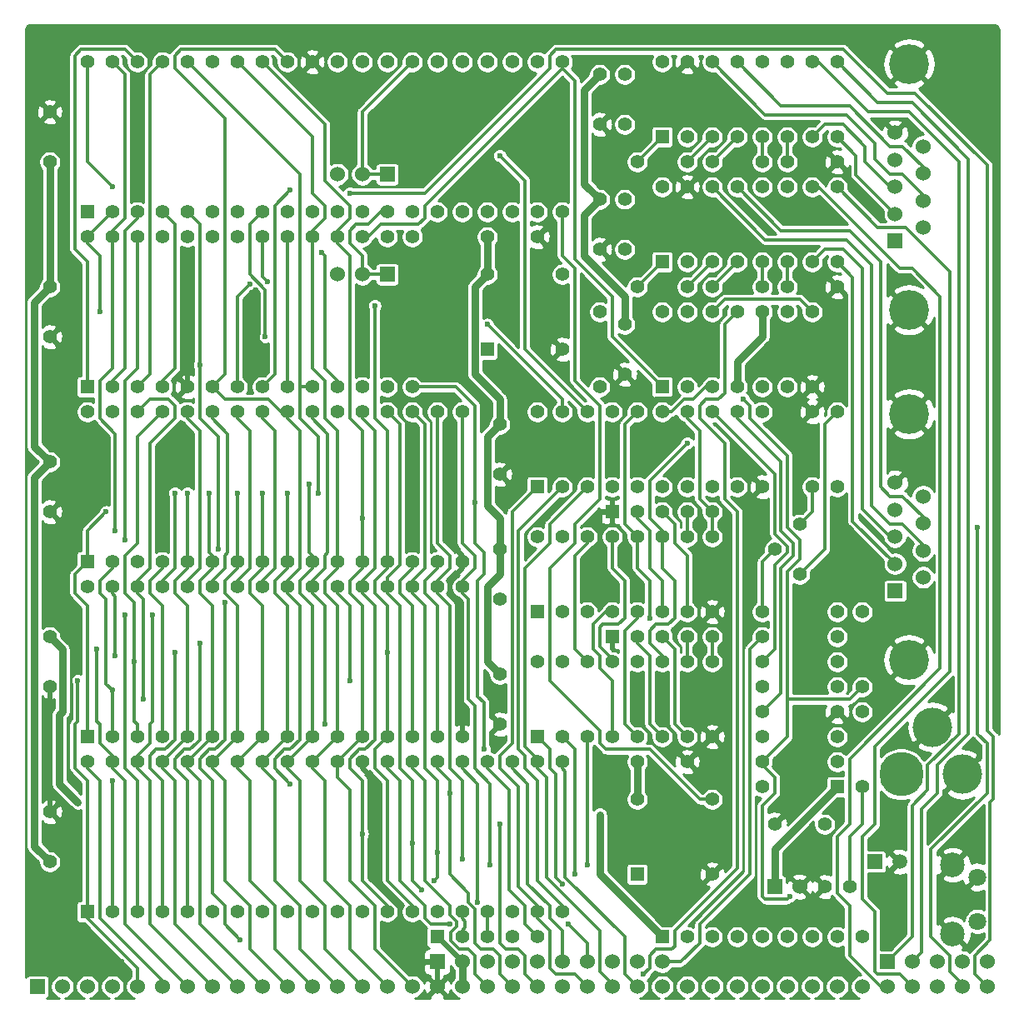
<source format=gbr>
G04 #@! TF.GenerationSoftware,KiCad,Pcbnew,(5.1.0)-1*
G04 #@! TF.CreationDate,2019-06-11T17:46:18-07:00*
G04 #@! TF.ProjectId,Easy_Z80,45617379-5f5a-4383-902e-6b696361645f,rev?*
G04 #@! TF.SameCoordinates,Original*
G04 #@! TF.FileFunction,Copper,L2,Bot*
G04 #@! TF.FilePolarity,Positive*
%FSLAX46Y46*%
G04 Gerber Fmt 4.6, Leading zero omitted, Abs format (unit mm)*
G04 Created by KiCad (PCBNEW (5.1.0)-1) date 2019-06-11 17:46:18*
%MOMM*%
%LPD*%
G04 APERTURE LIST*
%ADD10R,1.524000X1.524000*%
%ADD11C,1.524000*%
%ADD12R,1.397000X1.397000*%
%ADD13C,1.397000*%
%ADD14R,1.490980X1.490980*%
%ADD15C,1.490980*%
%ADD16C,4.048760*%
%ADD17C,4.000000*%
%ADD18C,4.500000*%
%ADD19C,2.499360*%
%ADD20C,1.800860*%
%ADD21C,0.600000*%
%ADD22C,0.500000*%
%ADD23C,0.740000*%
%ADD24C,0.330000*%
%ADD25C,0.254000*%
G04 APERTURE END LIST*
D10*
X78740000Y-175260000D03*
D11*
X81280000Y-175260000D03*
X83820000Y-175260000D03*
X86360000Y-175260000D03*
X88900000Y-175260000D03*
X91440000Y-175260000D03*
X93980000Y-175260000D03*
X96520000Y-175260000D03*
X99060000Y-175260000D03*
X101600000Y-175260000D03*
X104140000Y-175260000D03*
X106680000Y-175260000D03*
X109220000Y-175260000D03*
X111760000Y-175260000D03*
X114300000Y-175260000D03*
X116840000Y-175260000D03*
X119380000Y-175260000D03*
X121920000Y-175260000D03*
X124460000Y-175260000D03*
X127000000Y-175260000D03*
X129540000Y-175260000D03*
X132080000Y-175260000D03*
X134620000Y-175260000D03*
X137160000Y-175260000D03*
X139700000Y-175260000D03*
X142240000Y-175260000D03*
X144780000Y-175260000D03*
X147320000Y-175260000D03*
X149860000Y-175260000D03*
X152400000Y-175260000D03*
X154940000Y-175260000D03*
X157480000Y-175260000D03*
X160020000Y-175260000D03*
X162560000Y-175260000D03*
X165100000Y-175260000D03*
X167640000Y-175260000D03*
X170180000Y-175260000D03*
X172720000Y-175260000D03*
X175260000Y-175260000D03*
D12*
X83820000Y-96520000D03*
D13*
X86360000Y-96520000D03*
X88900000Y-96520000D03*
X91440000Y-96520000D03*
X93980000Y-96520000D03*
X96520000Y-96520000D03*
X99060000Y-96520000D03*
X101600000Y-96520000D03*
X104140000Y-96520000D03*
X106680000Y-96520000D03*
X109220000Y-96520000D03*
X111760000Y-96520000D03*
X114300000Y-96520000D03*
X116840000Y-96520000D03*
X119380000Y-96520000D03*
X121920000Y-96520000D03*
X124460000Y-96520000D03*
X127000000Y-96520000D03*
X129540000Y-96520000D03*
X132080000Y-96520000D03*
X132080000Y-81280000D03*
X129540000Y-81280000D03*
X127000000Y-81280000D03*
X124460000Y-81280000D03*
X121920000Y-81280000D03*
X119380000Y-81280000D03*
X116840000Y-81280000D03*
X114300000Y-81280000D03*
X111760000Y-81280000D03*
X109220000Y-81280000D03*
X106680000Y-81280000D03*
X104140000Y-81280000D03*
X101600000Y-81280000D03*
X99060000Y-81280000D03*
X96520000Y-81280000D03*
X93980000Y-81280000D03*
X91440000Y-81280000D03*
X88900000Y-81280000D03*
X86360000Y-81280000D03*
X83820000Y-81280000D03*
D12*
X83820000Y-167640000D03*
D13*
X86360000Y-167640000D03*
X88900000Y-167640000D03*
X91440000Y-167640000D03*
X93980000Y-167640000D03*
X96520000Y-167640000D03*
X99060000Y-167640000D03*
X101600000Y-167640000D03*
X104140000Y-167640000D03*
X106680000Y-167640000D03*
X109220000Y-167640000D03*
X111760000Y-167640000D03*
X114300000Y-167640000D03*
X116840000Y-167640000D03*
X119380000Y-167640000D03*
X121920000Y-167640000D03*
X124460000Y-167640000D03*
X127000000Y-167640000D03*
X129540000Y-167640000D03*
X132080000Y-167640000D03*
X132080000Y-152400000D03*
X129540000Y-152400000D03*
X127000000Y-152400000D03*
X124460000Y-152400000D03*
X121920000Y-152400000D03*
X119380000Y-152400000D03*
X116840000Y-152400000D03*
X114300000Y-152400000D03*
X111760000Y-152400000D03*
X109220000Y-152400000D03*
X106680000Y-152400000D03*
X104140000Y-152400000D03*
X101600000Y-152400000D03*
X99060000Y-152400000D03*
X96520000Y-152400000D03*
X93980000Y-152400000D03*
X91440000Y-152400000D03*
X88900000Y-152400000D03*
X86360000Y-152400000D03*
X83820000Y-152400000D03*
X80010000Y-162560000D03*
X80010000Y-157480000D03*
X80010000Y-104140000D03*
X80010000Y-109220000D03*
X80010000Y-91440000D03*
X80010000Y-86360000D03*
X80010000Y-139700000D03*
X80010000Y-144780000D03*
X80010000Y-121920000D03*
X80010000Y-127000000D03*
X158750000Y-158750000D03*
X153670000Y-158750000D03*
X135890000Y-95250000D03*
X135890000Y-100330000D03*
X135890000Y-82550000D03*
X135890000Y-87630000D03*
X125730000Y-118110000D03*
X125730000Y-123190000D03*
X125730000Y-143510000D03*
X125730000Y-148590000D03*
X125730000Y-130810000D03*
X125730000Y-135890000D03*
X138430000Y-107950000D03*
X138430000Y-113030000D03*
X139700000Y-152400000D03*
X144780000Y-152400000D03*
X124460000Y-99060000D03*
X129540000Y-99060000D03*
X144780000Y-104140000D03*
X139700000Y-104140000D03*
X138430000Y-100330000D03*
X138430000Y-95250000D03*
X152400000Y-104140000D03*
X147320000Y-104140000D03*
X154940000Y-104140000D03*
X160020000Y-104140000D03*
X144780000Y-91440000D03*
X139700000Y-91440000D03*
X138430000Y-87630000D03*
X138430000Y-82550000D03*
X152400000Y-91440000D03*
X147320000Y-91440000D03*
X154940000Y-91440000D03*
X160020000Y-91440000D03*
D14*
X163850000Y-162560000D03*
D15*
X166350000Y-162560000D03*
D16*
X167322500Y-142034260D03*
X167322500Y-117045740D03*
D10*
X165900100Y-135026400D03*
D11*
X165900100Y-132283200D03*
X165900100Y-129540000D03*
X165900100Y-126796800D03*
X165900100Y-124053600D03*
X168744900Y-125425200D03*
X168744900Y-128168400D03*
X168744900Y-130937000D03*
X168744900Y-133654800D03*
D16*
X167322500Y-106474260D03*
X167322500Y-81485740D03*
D10*
X165900100Y-99466400D03*
D11*
X165900100Y-96723200D03*
X165900100Y-93980000D03*
X165900100Y-91236800D03*
X165900100Y-88493600D03*
X168744900Y-89865200D03*
X168744900Y-92608400D03*
X168744900Y-95377000D03*
X168744900Y-98094800D03*
D17*
X172720000Y-153670000D03*
D18*
X166519860Y-153670000D03*
D17*
X169720260Y-148869400D03*
D12*
X139700000Y-163830000D03*
D13*
X147320000Y-163830000D03*
X147320000Y-156210000D03*
X139700000Y-156210000D03*
D12*
X124460000Y-110490000D03*
D13*
X132080000Y-110490000D03*
X132080000Y-102870000D03*
X124460000Y-102870000D03*
X156210000Y-133350000D03*
X153670000Y-130810000D03*
X156210000Y-128270000D03*
D19*
X171767500Y-169872660D03*
X171767500Y-162872420D03*
D20*
X174266860Y-168622980D03*
X174266860Y-164122100D03*
D12*
X83820000Y-114300000D03*
D13*
X86360000Y-114300000D03*
X88900000Y-114300000D03*
X91440000Y-114300000D03*
X93980000Y-114300000D03*
X96520000Y-114300000D03*
X99060000Y-114300000D03*
X101600000Y-114300000D03*
X104140000Y-114300000D03*
X106680000Y-114300000D03*
X109220000Y-114300000D03*
X111760000Y-114300000D03*
X114300000Y-114300000D03*
X116840000Y-114300000D03*
X116840000Y-99060000D03*
X114300000Y-99060000D03*
X111760000Y-99060000D03*
X109220000Y-99060000D03*
X106680000Y-99060000D03*
X104140000Y-99060000D03*
X101600000Y-99060000D03*
X99060000Y-99060000D03*
X96520000Y-99060000D03*
X93980000Y-99060000D03*
X91440000Y-99060000D03*
X88900000Y-99060000D03*
X86360000Y-99060000D03*
X83820000Y-99060000D03*
D12*
X83820000Y-149860000D03*
D13*
X86360000Y-149860000D03*
X88900000Y-149860000D03*
X91440000Y-149860000D03*
X93980000Y-149860000D03*
X96520000Y-149860000D03*
X99060000Y-149860000D03*
X101600000Y-149860000D03*
X104140000Y-149860000D03*
X106680000Y-149860000D03*
X109220000Y-149860000D03*
X111760000Y-149860000D03*
X114300000Y-149860000D03*
X116840000Y-149860000D03*
X119380000Y-149860000D03*
X121920000Y-149860000D03*
X121920000Y-134620000D03*
X119380000Y-134620000D03*
X116840000Y-134620000D03*
X114300000Y-134620000D03*
X111760000Y-134620000D03*
X109220000Y-134620000D03*
X106680000Y-134620000D03*
X104140000Y-134620000D03*
X101600000Y-134620000D03*
X99060000Y-134620000D03*
X96520000Y-134620000D03*
X93980000Y-134620000D03*
X91440000Y-134620000D03*
X88900000Y-134620000D03*
X86360000Y-134620000D03*
X83820000Y-134620000D03*
D12*
X83820000Y-132080000D03*
D13*
X86360000Y-132080000D03*
X88900000Y-132080000D03*
X91440000Y-132080000D03*
X93980000Y-132080000D03*
X96520000Y-132080000D03*
X99060000Y-132080000D03*
X101600000Y-132080000D03*
X104140000Y-132080000D03*
X106680000Y-132080000D03*
X109220000Y-132080000D03*
X111760000Y-132080000D03*
X114300000Y-132080000D03*
X116840000Y-132080000D03*
X119380000Y-132080000D03*
X121920000Y-132080000D03*
X121920000Y-116840000D03*
X119380000Y-116840000D03*
X116840000Y-116840000D03*
X114300000Y-116840000D03*
X111760000Y-116840000D03*
X109220000Y-116840000D03*
X106680000Y-116840000D03*
X104140000Y-116840000D03*
X101600000Y-116840000D03*
X99060000Y-116840000D03*
X96520000Y-116840000D03*
X93980000Y-116840000D03*
X91440000Y-116840000D03*
X88900000Y-116840000D03*
X86360000Y-116840000D03*
X83820000Y-116840000D03*
D12*
X160020000Y-154940000D03*
D13*
X160020000Y-152400000D03*
X160020000Y-149860000D03*
X160020000Y-147320000D03*
X160020000Y-144780000D03*
X160020000Y-142240000D03*
X160020000Y-139700000D03*
X160020000Y-137160000D03*
X152400000Y-137160000D03*
X152400000Y-139700000D03*
X152400000Y-142240000D03*
X152400000Y-144780000D03*
X152400000Y-147320000D03*
X152400000Y-149860000D03*
X152400000Y-152400000D03*
X152400000Y-154940000D03*
D12*
X142240000Y-101600000D03*
D13*
X144780000Y-101600000D03*
X147320000Y-101600000D03*
X149860000Y-101600000D03*
X152400000Y-101600000D03*
X154940000Y-101600000D03*
X157480000Y-101600000D03*
X160020000Y-101600000D03*
X160020000Y-93980000D03*
X157480000Y-93980000D03*
X154940000Y-93980000D03*
X152400000Y-93980000D03*
X149860000Y-93980000D03*
X147320000Y-93980000D03*
X144780000Y-93980000D03*
X142240000Y-93980000D03*
D12*
X142240000Y-88900000D03*
D13*
X144780000Y-88900000D03*
X147320000Y-88900000D03*
X149860000Y-88900000D03*
X152400000Y-88900000D03*
X154940000Y-88900000D03*
X157480000Y-88900000D03*
X160020000Y-88900000D03*
X160020000Y-81280000D03*
X157480000Y-81280000D03*
X154940000Y-81280000D03*
X152400000Y-81280000D03*
X149860000Y-81280000D03*
X147320000Y-81280000D03*
X144780000Y-81280000D03*
X142240000Y-81280000D03*
D12*
X129540000Y-124460000D03*
D13*
X132080000Y-124460000D03*
X134620000Y-124460000D03*
X137160000Y-124460000D03*
X139700000Y-124460000D03*
X142240000Y-124460000D03*
X144780000Y-124460000D03*
X147320000Y-124460000D03*
X149860000Y-124460000D03*
X152400000Y-124460000D03*
X152400000Y-116840000D03*
X149860000Y-116840000D03*
X147320000Y-116840000D03*
X144780000Y-116840000D03*
X142240000Y-116840000D03*
X139700000Y-116840000D03*
X137160000Y-116840000D03*
X134620000Y-116840000D03*
X132080000Y-116840000D03*
X129540000Y-116840000D03*
D12*
X129540000Y-149860000D03*
D13*
X132080000Y-149860000D03*
X134620000Y-149860000D03*
X137160000Y-149860000D03*
X139700000Y-149860000D03*
X142240000Y-149860000D03*
X144780000Y-149860000D03*
X147320000Y-149860000D03*
X147320000Y-142240000D03*
X144780000Y-142240000D03*
X142240000Y-142240000D03*
X139700000Y-142240000D03*
X137160000Y-142240000D03*
X134620000Y-142240000D03*
X132080000Y-142240000D03*
X129540000Y-142240000D03*
D12*
X129540000Y-137160000D03*
D13*
X132080000Y-137160000D03*
X134620000Y-137160000D03*
X137160000Y-137160000D03*
X139700000Y-137160000D03*
X142240000Y-137160000D03*
X144780000Y-137160000D03*
X147320000Y-137160000D03*
X147320000Y-129540000D03*
X144780000Y-129540000D03*
X142240000Y-129540000D03*
X139700000Y-129540000D03*
X137160000Y-129540000D03*
X134620000Y-129540000D03*
X132080000Y-129540000D03*
X129540000Y-129540000D03*
D12*
X142240000Y-114300000D03*
D13*
X144780000Y-114300000D03*
X147320000Y-114300000D03*
X149860000Y-114300000D03*
X152400000Y-114300000D03*
X154940000Y-114300000D03*
X157480000Y-114300000D03*
X157480000Y-106680000D03*
X154940000Y-106680000D03*
X152400000Y-106680000D03*
X149860000Y-106680000D03*
X147320000Y-106680000D03*
X144780000Y-106680000D03*
X142240000Y-106680000D03*
D10*
X153670000Y-165100000D03*
D11*
X156210000Y-165100000D03*
D13*
X157480000Y-124460000D03*
X157480000Y-116840000D03*
X160020000Y-124460000D03*
X160020000Y-116840000D03*
D12*
X137160000Y-139700000D03*
D13*
X139700000Y-139700000D03*
X142240000Y-139700000D03*
X144780000Y-139700000D03*
X147320000Y-139700000D03*
D12*
X137160000Y-127000000D03*
D13*
X139700000Y-127000000D03*
X142240000Y-127000000D03*
X144780000Y-127000000D03*
X147320000Y-127000000D03*
X161290000Y-165100000D03*
X158750000Y-165100000D03*
X162560000Y-147320000D03*
X162560000Y-154940000D03*
D12*
X119380000Y-170180000D03*
D13*
X121920000Y-170180000D03*
X124460000Y-170180000D03*
X127000000Y-170180000D03*
X129540000Y-170180000D03*
X162560000Y-144780000D03*
X162560000Y-137160000D03*
X135890000Y-114300000D03*
X135890000Y-106680000D03*
D10*
X119380000Y-172720000D03*
D11*
X121920000Y-172720000D03*
X124460000Y-172720000D03*
X127000000Y-172720000D03*
X129540000Y-172720000D03*
X132080000Y-172720000D03*
X134620000Y-172720000D03*
X137160000Y-172720000D03*
X139700000Y-172720000D03*
X142240000Y-172720000D03*
D10*
X165100000Y-172720000D03*
D11*
X167640000Y-172720000D03*
X170180000Y-172720000D03*
X172720000Y-172720000D03*
X175260000Y-172720000D03*
D10*
X114300000Y-102870000D03*
D11*
X111760000Y-102870000D03*
X109220000Y-102870000D03*
D10*
X114300000Y-92710000D03*
D11*
X111760000Y-92710000D03*
X109220000Y-92710000D03*
D12*
X142240000Y-170180000D03*
D13*
X144780000Y-170180000D03*
X147320000Y-170180000D03*
X149860000Y-170180000D03*
X152400000Y-170180000D03*
X154940000Y-170180000D03*
X157480000Y-170180000D03*
X160020000Y-170180000D03*
X162560000Y-170180000D03*
D21*
X143510000Y-111760000D03*
X139700000Y-122555000D03*
X100965000Y-104457500D03*
X100012500Y-105727500D03*
X124460000Y-91122500D03*
X143510000Y-99060000D03*
X91440000Y-127952500D03*
X92710000Y-122555000D03*
X116840000Y-107950000D03*
X130810000Y-91757500D03*
X93980000Y-104140000D03*
X137160000Y-152400000D03*
X121920000Y-147002500D03*
X121602500Y-136842500D03*
X135890000Y-134620000D03*
X127000000Y-111760000D03*
X130810000Y-88900000D03*
X87312500Y-173990000D03*
X87312500Y-172720000D03*
X120650000Y-123190000D03*
X135890000Y-157797500D03*
X155257500Y-166052500D03*
X150495000Y-115570000D03*
X120650000Y-155575000D03*
X95250000Y-140335000D03*
X92710000Y-141287500D03*
X87630000Y-137477500D03*
X86360000Y-154305000D03*
X82867500Y-144145000D03*
X107950000Y-148590000D03*
X84772500Y-140970000D03*
X90487500Y-137477500D03*
X93980000Y-125095000D03*
X96202500Y-125095000D03*
X99060000Y-125095000D03*
X101600000Y-125095000D03*
X104140000Y-125095000D03*
X106362500Y-124142500D03*
X111760000Y-127635000D03*
X101917500Y-109220000D03*
X124142500Y-151130000D03*
X123190000Y-126047500D03*
X125730000Y-158750000D03*
X92710000Y-125095000D03*
X104457500Y-154622500D03*
X107315000Y-125095000D03*
X114300000Y-141287500D03*
X113030000Y-106045000D03*
X86360000Y-93980000D03*
X132080000Y-164782500D03*
X87630000Y-129857500D03*
X133350000Y-163830000D03*
X86677500Y-128905000D03*
X85090000Y-106680000D03*
X124777500Y-162877500D03*
X134620000Y-162877500D03*
X121920000Y-162242500D03*
X119380000Y-161607500D03*
X119062500Y-164465000D03*
X116840000Y-160655000D03*
X117792500Y-165417500D03*
X111760000Y-159702500D03*
X120650000Y-168910000D03*
X132715000Y-168910000D03*
X123507500Y-166687500D03*
X99377500Y-170497500D03*
X97155000Y-130810000D03*
X97790000Y-136207500D03*
X95250000Y-112077500D03*
X88582500Y-142240000D03*
X86677500Y-141605000D03*
X86360000Y-145097500D03*
X89535000Y-146050000D03*
X85725000Y-127000000D03*
X107632500Y-100647500D03*
X124460000Y-107950000D03*
X102171500Y-103632000D03*
X125730000Y-90805000D03*
X110490000Y-144145000D03*
X82867500Y-156527500D03*
X140970000Y-137795000D03*
X144780000Y-120015000D03*
X104457500Y-94297500D03*
X140335000Y-173990000D03*
X100330000Y-103822500D03*
X174307500Y-128587500D03*
X110490000Y-94615000D03*
D22*
X171767500Y-169872660D02*
X170497500Y-168602660D01*
X170497500Y-164142420D02*
X171767500Y-162872420D01*
X170497500Y-168602660D02*
X170497500Y-164142420D01*
X143510000Y-111760000D02*
X143510000Y-115252500D01*
X143510000Y-111760000D02*
X143510000Y-99060000D01*
X139700000Y-120967500D02*
X140970000Y-119697500D01*
X140970000Y-119697500D02*
X140970000Y-116205000D01*
X140970000Y-116205000D02*
X141605000Y-115570000D01*
X141605000Y-115570000D02*
X143192500Y-115570000D01*
X143192500Y-115570000D02*
X143510000Y-115252500D01*
X139700000Y-120967500D02*
X139700000Y-122555000D01*
X100012500Y-105727500D02*
X100965000Y-104775000D01*
X100965000Y-104775000D02*
X100965000Y-104457500D01*
X120650000Y-94932500D02*
X124460000Y-91122500D01*
X91440000Y-123825000D02*
X92710000Y-122555000D01*
X91440000Y-123825000D02*
X91440000Y-127952500D01*
X120650000Y-104140000D02*
X120650000Y-94932500D01*
X120650000Y-104140000D02*
X116840000Y-107950000D01*
X93980000Y-114300000D02*
X93980000Y-104140000D01*
X137160000Y-155575000D02*
X137160000Y-152400000D01*
X147320000Y-163830000D02*
X146050000Y-162560000D01*
X144145000Y-162560000D02*
X146050000Y-162560000D01*
X144145000Y-162560000D02*
X137160000Y-155575000D01*
X113030000Y-154305000D02*
X113030000Y-164465000D01*
X113030000Y-164465000D02*
X115570000Y-167005000D01*
X121920000Y-147002500D02*
X121602500Y-146685000D01*
X121602500Y-146685000D02*
X121602500Y-136842500D01*
X121920000Y-149860000D02*
X121920000Y-147002500D01*
X80010000Y-144780000D02*
X80010000Y-157480000D01*
X135890000Y-134620000D02*
X135890000Y-127000000D01*
X135890000Y-127000000D02*
X137160000Y-127000000D01*
X125730000Y-123190000D02*
X127000000Y-121920000D01*
X127000000Y-121920000D02*
X127000000Y-111760000D01*
X129540000Y-99060000D02*
X130810000Y-97790000D01*
X130810000Y-97790000D02*
X130810000Y-91757500D01*
X130810000Y-91757500D02*
X130810000Y-88900000D01*
X129540000Y-99060000D02*
X130810000Y-100330000D01*
X130810000Y-100330000D02*
X130810000Y-109220000D01*
X130810000Y-109220000D02*
X130810000Y-108902500D01*
X130810000Y-108902500D02*
X130810000Y-109220000D01*
X81915000Y-168910000D02*
X81915000Y-159385000D01*
X81915000Y-159385000D02*
X80010000Y-157480000D01*
X85725000Y-172720000D02*
X81915000Y-168910000D01*
X87312500Y-172720000D02*
X85725000Y-172720000D01*
X113030000Y-154305000D02*
X111760000Y-153035000D01*
X111760000Y-153035000D02*
X111760000Y-152400000D01*
X115570000Y-170497500D02*
X115570000Y-167005000D01*
X117792500Y-172720000D02*
X115570000Y-170497500D01*
X119380000Y-172720000D02*
X117792500Y-172720000D01*
X111760000Y-152400000D02*
X111760000Y-153035000D01*
X121602500Y-136207500D02*
X121602500Y-136842500D01*
X120650000Y-133985000D02*
X120650000Y-135255000D01*
X121920000Y-132715000D02*
X120650000Y-133985000D01*
X121602500Y-136207500D02*
X120650000Y-135255000D01*
X130810000Y-109220000D02*
X132080000Y-110490000D01*
X147320000Y-149860000D02*
X148590000Y-151130000D01*
X148590000Y-162560000D02*
X147320000Y-163830000D01*
X148590000Y-151130000D02*
X148590000Y-162560000D01*
X147320000Y-149860000D02*
X144780000Y-152400000D01*
X120650000Y-130175000D02*
X121920000Y-131445000D01*
X120650000Y-123190000D02*
X120650000Y-130175000D01*
X121920000Y-131445000D02*
X121920000Y-132080000D01*
X153670000Y-158750000D02*
X156210000Y-156210000D01*
X156210000Y-151130000D02*
X160020000Y-147320000D01*
X156210000Y-156210000D02*
X156210000Y-151130000D01*
X137160000Y-96520000D02*
X142240000Y-96520000D01*
X137160000Y-99060000D02*
X137160000Y-96520000D01*
X137160000Y-96520000D02*
X137160000Y-88900000D01*
X137160000Y-88900000D02*
X135890000Y-87630000D01*
X119380000Y-175260000D02*
X119380000Y-172720000D01*
X147320000Y-149860000D02*
X148590000Y-148590000D01*
X148590000Y-138430000D02*
X147320000Y-137160000D01*
X148590000Y-148590000D02*
X148590000Y-138430000D01*
X121920000Y-132080000D02*
X121920000Y-132715000D01*
X135890000Y-87630000D02*
X138430000Y-85090000D01*
X138430000Y-85090000D02*
X140970000Y-85090000D01*
X140970000Y-85090000D02*
X144780000Y-81280000D01*
X135890000Y-100330000D02*
X137160000Y-99060000D01*
X142240000Y-96520000D02*
X144780000Y-93980000D01*
D23*
X142240000Y-170180000D02*
X135890000Y-163830000D01*
X135890000Y-163830000D02*
X135890000Y-157797500D01*
D22*
X163830000Y-162580000D02*
X163810000Y-162560000D01*
D23*
X138430000Y-107950000D02*
X138430000Y-105092500D01*
X134302500Y-100965000D02*
X134302500Y-96837500D01*
X134302500Y-96837500D02*
X135890000Y-95250000D01*
X138430000Y-105092500D02*
X134302500Y-100965000D01*
X135890000Y-95250000D02*
X134302500Y-93662500D01*
X134302500Y-93662500D02*
X134302500Y-84137500D01*
X134302500Y-84137500D02*
X135890000Y-82550000D01*
X124460000Y-99060000D02*
X124460000Y-102870000D01*
X139700000Y-152400000D02*
X139700000Y-156210000D01*
X78422500Y-160972500D02*
X78422500Y-123507500D01*
X80010000Y-162560000D02*
X78422500Y-160972500D01*
X78422500Y-123507500D02*
X80010000Y-121920000D01*
X78422500Y-120332500D02*
X78422500Y-105727500D01*
X80010000Y-121920000D02*
X78422500Y-120332500D01*
X78422500Y-105727500D02*
X80010000Y-104140000D01*
X80010000Y-91440000D02*
X80010000Y-104140000D01*
X80010000Y-104140000D02*
X80010000Y-103822500D01*
X121920000Y-172720000D02*
X121920000Y-175260000D01*
D22*
X121920000Y-172720000D02*
X119380000Y-170180000D01*
D23*
X125730000Y-130810000D02*
X125730000Y-133350000D01*
X125730000Y-133350000D02*
X124460000Y-134620000D01*
X125730000Y-130810000D02*
X125730000Y-127635000D01*
X124460000Y-126365000D02*
X124460000Y-119380000D01*
X124460000Y-119380000D02*
X125730000Y-118110000D01*
X125730000Y-127635000D02*
X124460000Y-126365000D01*
X125730000Y-118110000D02*
X125730000Y-115570000D01*
X124460000Y-102870000D02*
X123190000Y-104140000D01*
X125730000Y-143510000D02*
X124460000Y-142240000D01*
X124460000Y-142240000D02*
X124460000Y-134620000D01*
X149860000Y-114300000D02*
X149860000Y-111760000D01*
X149860000Y-111760000D02*
X152400000Y-109220000D01*
X152400000Y-109220000D02*
X152400000Y-106680000D01*
X125730000Y-115570000D02*
X123190000Y-113030000D01*
X123190000Y-104140000D02*
X123190000Y-113030000D01*
D24*
X155257500Y-166052500D02*
X154940000Y-166370000D01*
X152717500Y-166370000D02*
X154940000Y-166370000D01*
X153670000Y-155575000D02*
X152400000Y-156845000D01*
X153670000Y-153987500D02*
X153670000Y-155575000D01*
X153670000Y-153987500D02*
X152400000Y-152717500D01*
X152400000Y-156845000D02*
X152400000Y-166052500D01*
X152400000Y-166052500D02*
X152717500Y-166370000D01*
X150495000Y-115570000D02*
X151130000Y-116205000D01*
X151130000Y-116205000D02*
X151130000Y-117475000D01*
X137160000Y-109220000D02*
X137160000Y-105092500D01*
X137160000Y-105092500D02*
X133350000Y-101282500D01*
X133350000Y-83185000D02*
X132080000Y-81915000D01*
X132080000Y-81915000D02*
X132080000Y-81280000D01*
X118110000Y-95885000D02*
X132080000Y-81915000D01*
X117475000Y-97790000D02*
X118110000Y-97155000D01*
X113665000Y-97790000D02*
X117475000Y-97790000D01*
X118110000Y-95885000D02*
X118110000Y-97155000D01*
X112395000Y-99060000D02*
X113665000Y-97790000D01*
X132080000Y-81915000D02*
X132080000Y-81280000D01*
X151130000Y-117475000D02*
X154940000Y-121285000D01*
X154940000Y-121285000D02*
X154940000Y-128587500D01*
X154940000Y-133032500D02*
X156210000Y-131762500D01*
X156210000Y-131762500D02*
X156210000Y-129857500D01*
X156210000Y-129857500D02*
X154940000Y-128587500D01*
X154940000Y-133032500D02*
X154940000Y-146050000D01*
X142240000Y-114300000D02*
X137160000Y-109220000D01*
X152400000Y-152400000D02*
X152400000Y-152717500D01*
X154940000Y-146050000D02*
X161290000Y-146050000D01*
X161290000Y-146050000D02*
X162560000Y-144780000D01*
X154940000Y-149860000D02*
X154940000Y-146050000D01*
X152400000Y-152400000D02*
X154940000Y-149860000D01*
X123190000Y-167322500D02*
X123190000Y-170815000D01*
X122555000Y-165735000D02*
X120650000Y-163830000D01*
X120650000Y-155575000D02*
X120650000Y-163830000D01*
X122555000Y-166687500D02*
X123190000Y-167322500D01*
X122555000Y-165735000D02*
X122555000Y-166687500D01*
X125095000Y-171450000D02*
X123825000Y-171450000D01*
X123825000Y-171450000D02*
X123190000Y-170815000D01*
X125730000Y-173990000D02*
X127000000Y-175260000D01*
X125730000Y-172085000D02*
X125730000Y-173990000D01*
X125730000Y-172085000D02*
X125095000Y-171450000D01*
X111760000Y-99060000D02*
X112395000Y-99060000D01*
X120650000Y-154305000D02*
X119380000Y-153035000D01*
X119380000Y-153035000D02*
X119380000Y-152400000D01*
X119380000Y-153035000D02*
X119380000Y-152400000D01*
X119380000Y-153035000D02*
X119380000Y-152400000D01*
X133350000Y-101282500D02*
X133350000Y-83185000D01*
X134302500Y-102235000D02*
X133350000Y-101282500D01*
X120650000Y-155575000D02*
X120650000Y-154305000D01*
X144780000Y-104140000D02*
X147320000Y-101600000D01*
X139700000Y-104140000D02*
X142240000Y-101600000D01*
X152400000Y-104140000D02*
X152400000Y-101600000D01*
X147320000Y-104140000D02*
X149860000Y-101600000D01*
X154940000Y-104140000D02*
X154940000Y-101600000D01*
X144780000Y-91440000D02*
X147320000Y-88900000D01*
X139700000Y-91440000D02*
X142240000Y-88900000D01*
X152400000Y-91440000D02*
X152400000Y-88900000D01*
X147320000Y-91440000D02*
X149860000Y-88900000D01*
X154940000Y-91440000D02*
X154940000Y-88900000D01*
X135890000Y-142875000D02*
X135890000Y-141605000D01*
X135255000Y-138430000D02*
X136525000Y-137160000D01*
X135255000Y-140970000D02*
X135255000Y-138430000D01*
X135890000Y-141605000D02*
X135255000Y-140970000D01*
X136525000Y-137160000D02*
X137160000Y-137160000D01*
X95250000Y-150177500D02*
X95250000Y-142875000D01*
X93662500Y-151130000D02*
X94297500Y-151130000D01*
X92710000Y-153035000D02*
X92710000Y-152082500D01*
X92710000Y-152082500D02*
X93662500Y-151130000D01*
X94932500Y-150495000D02*
X95250000Y-150177500D01*
X94297500Y-151130000D02*
X94932500Y-150495000D01*
X95250000Y-142875000D02*
X95250000Y-140335000D01*
X93980000Y-154305000D02*
X92710000Y-153035000D01*
X93980000Y-154305000D02*
X93980000Y-167640000D01*
X137160000Y-144145000D02*
X135890000Y-142875000D01*
X137160000Y-144145000D02*
X137160000Y-149860000D01*
X138430000Y-139065000D02*
X138430000Y-148590000D01*
X138430000Y-148590000D02*
X139700000Y-149860000D01*
X91440000Y-167640000D02*
X91440000Y-154305000D01*
X91440000Y-154305000D02*
X90170000Y-153035000D01*
X92710000Y-150177500D02*
X92710000Y-141287500D01*
X90170000Y-153035000D02*
X90170000Y-151765000D01*
X90805000Y-151130000D02*
X91757500Y-151130000D01*
X90170000Y-151765000D02*
X90805000Y-151130000D01*
X91757500Y-151130000D02*
X92710000Y-150177500D01*
X139700000Y-137160000D02*
X139700000Y-137795000D01*
X139700000Y-137795000D02*
X138430000Y-139065000D01*
X88900000Y-167640000D02*
X88900000Y-154305000D01*
X88900000Y-154305000D02*
X87630000Y-153035000D01*
X87630000Y-137477500D02*
X87630000Y-153035000D01*
X95250000Y-132715000D02*
X95250000Y-118745000D01*
X95250000Y-118745000D02*
X93980000Y-117475000D01*
X93980000Y-117475000D02*
X93980000Y-116840000D01*
X93980000Y-133985000D02*
X95250000Y-132715000D01*
X93980000Y-117475000D02*
X93980000Y-116840000D01*
X93980000Y-134620000D02*
X93980000Y-133985000D01*
X86360000Y-167640000D02*
X86360000Y-154305000D01*
X91440000Y-149860000D02*
X91440000Y-136525000D01*
X91440000Y-136525000D02*
X90170000Y-135255000D01*
X90170000Y-135255000D02*
X90170000Y-133985000D01*
X90170000Y-133985000D02*
X91440000Y-132715000D01*
X91440000Y-132715000D02*
X91440000Y-132080000D01*
X88900000Y-175260000D02*
X88900000Y-173355000D01*
X88900000Y-173355000D02*
X83820000Y-168275000D01*
X83820000Y-168275000D02*
X83820000Y-167640000D01*
X102870000Y-132715000D02*
X102870000Y-118745000D01*
X102870000Y-118745000D02*
X101600000Y-117475000D01*
X101600000Y-117475000D02*
X101600000Y-116840000D01*
X101600000Y-116840000D02*
X101600000Y-117475000D01*
X82867500Y-144145000D02*
X82867500Y-148272500D01*
X82550000Y-148590000D02*
X82867500Y-148272500D01*
X82550000Y-148590000D02*
X82550000Y-153035000D01*
X83820000Y-154305000D02*
X83820000Y-167640000D01*
X83820000Y-154305000D02*
X82550000Y-153035000D01*
X101600000Y-133985000D02*
X102870000Y-132715000D01*
X101600000Y-134620000D02*
X101600000Y-133985000D01*
X91440000Y-175260000D02*
X91440000Y-174625000D01*
X91440000Y-174625000D02*
X85090000Y-168275000D01*
X108267500Y-131127500D02*
X108267500Y-119062500D01*
X108267500Y-119062500D02*
X106680000Y-117475000D01*
X106680000Y-117475000D02*
X106680000Y-116840000D01*
X108267500Y-131127500D02*
X107950000Y-131445000D01*
X85090000Y-168275000D02*
X85090000Y-154305000D01*
X85090000Y-154305000D02*
X83820000Y-153035000D01*
X83820000Y-153035000D02*
X83820000Y-152400000D01*
X107950000Y-148590000D02*
X107950000Y-136525000D01*
X107950000Y-136525000D02*
X106680000Y-135255000D01*
X106680000Y-135255000D02*
X106680000Y-134620000D01*
X107950000Y-132715000D02*
X107950000Y-131445000D01*
X106680000Y-133985000D02*
X107950000Y-132715000D01*
X106680000Y-134620000D02*
X106680000Y-133985000D01*
X84772500Y-148272500D02*
X84772500Y-140970000D01*
X85090000Y-150495000D02*
X85090000Y-148590000D01*
X86360000Y-151765000D02*
X85090000Y-150495000D01*
X85090000Y-148590000D02*
X84772500Y-148272500D01*
X99060000Y-116840000D02*
X99060000Y-117475000D01*
X99060000Y-117475000D02*
X100330000Y-118745000D01*
X100330000Y-118745000D02*
X100330000Y-132715000D01*
X86360000Y-152400000D02*
X86360000Y-151765000D01*
X87630000Y-168910000D02*
X87630000Y-154305000D01*
X87630000Y-154305000D02*
X86360000Y-153035000D01*
X86360000Y-153035000D02*
X86360000Y-152400000D01*
X99060000Y-134620000D02*
X99060000Y-133985000D01*
X99060000Y-133985000D02*
X100330000Y-132715000D01*
X93980000Y-175260000D02*
X87630000Y-168910000D01*
X98107500Y-131127500D02*
X98107500Y-119062500D01*
X98107500Y-119062500D02*
X96520000Y-117475000D01*
X96520000Y-117475000D02*
X96520000Y-116840000D01*
X96520000Y-117475000D02*
X96520000Y-116840000D01*
X97790000Y-131445000D02*
X98107500Y-131127500D01*
X97790000Y-132715000D02*
X97790000Y-131445000D01*
X90487500Y-137477500D02*
X90487500Y-148272500D01*
X90170000Y-150495000D02*
X90170000Y-148590000D01*
X90170000Y-148590000D02*
X90487500Y-148272500D01*
X88900000Y-151765000D02*
X90170000Y-150495000D01*
X90170000Y-168592500D02*
X90170000Y-154305000D01*
X90170000Y-154305000D02*
X88900000Y-153035000D01*
X88900000Y-153035000D02*
X88900000Y-152400000D01*
X88900000Y-152400000D02*
X88900000Y-151765000D01*
X96520000Y-134620000D02*
X96520000Y-133985000D01*
X96520000Y-133985000D02*
X97790000Y-132715000D01*
X96520000Y-175260000D02*
X90170000Y-168910000D01*
X90170000Y-168910000D02*
X90170000Y-168592500D01*
X92710000Y-168910000D02*
X92710000Y-154305000D01*
X92710000Y-154305000D02*
X91440000Y-153035000D01*
X91440000Y-153035000D02*
X91440000Y-152400000D01*
X93980000Y-149860000D02*
X93980000Y-137160000D01*
X93980000Y-136525000D02*
X92710000Y-135255000D01*
X93980000Y-137160000D02*
X93980000Y-136525000D01*
X93980000Y-125095000D02*
X93980000Y-132080000D01*
X91440000Y-152400000D02*
X93980000Y-149860000D01*
X93980000Y-132080000D02*
X93980000Y-132715000D01*
X93980000Y-132715000D02*
X92710000Y-133985000D01*
X92710000Y-135255000D02*
X92710000Y-133985000D01*
X99060000Y-175260000D02*
X92710000Y-168910000D01*
X96520000Y-132080000D02*
X96520000Y-131445000D01*
X96520000Y-131445000D02*
X96202500Y-131127500D01*
X96202500Y-131127500D02*
X96202500Y-125095000D01*
X95250000Y-168910000D02*
X95250000Y-154305000D01*
X95250000Y-154305000D02*
X93980000Y-153035000D01*
X93980000Y-153035000D02*
X93980000Y-152400000D01*
X96520000Y-149860000D02*
X96520000Y-136525000D01*
X96520000Y-136525000D02*
X95250000Y-135255000D01*
X93980000Y-152400000D02*
X96520000Y-149860000D01*
X95250000Y-135255000D02*
X95250000Y-133985000D01*
X95250000Y-133985000D02*
X96520000Y-132715000D01*
X96520000Y-132715000D02*
X96520000Y-132080000D01*
X101600000Y-175260000D02*
X95250000Y-168910000D01*
X100330000Y-171450000D02*
X100330000Y-167005000D01*
X100330000Y-167005000D02*
X97790000Y-164465000D01*
X97790000Y-164465000D02*
X97790000Y-154305000D01*
X97790000Y-154305000D02*
X96520000Y-153035000D01*
X96520000Y-153035000D02*
X96520000Y-152400000D01*
X99060000Y-149860000D02*
X99060000Y-136525000D01*
X99060000Y-136525000D02*
X97790000Y-135255000D01*
X99060000Y-125095000D02*
X99060000Y-132080000D01*
X97790000Y-133985000D02*
X99060000Y-132715000D01*
X97790000Y-135255000D02*
X97790000Y-133985000D01*
X99060000Y-132715000D02*
X99060000Y-132080000D01*
X104140000Y-175260000D02*
X100330000Y-171450000D01*
X96520000Y-152400000D02*
X99060000Y-149860000D01*
X102870000Y-171450000D02*
X102870000Y-167005000D01*
X102870000Y-167005000D02*
X100330000Y-164465000D01*
X100330000Y-164465000D02*
X100330000Y-154305000D01*
X100330000Y-154305000D02*
X99060000Y-153035000D01*
X99060000Y-153035000D02*
X99060000Y-152400000D01*
X101600000Y-149860000D02*
X101600000Y-136525000D01*
X101600000Y-136525000D02*
X100330000Y-135255000D01*
X101600000Y-125095000D02*
X101600000Y-132080000D01*
X100330000Y-133985000D02*
X101600000Y-132715000D01*
X100330000Y-135255000D02*
X100330000Y-133985000D01*
X101600000Y-132715000D02*
X101600000Y-132080000D01*
X99060000Y-152400000D02*
X101600000Y-149860000D01*
X106680000Y-175260000D02*
X102870000Y-171450000D01*
X105410000Y-171450000D02*
X105410000Y-167005000D01*
X105410000Y-167005000D02*
X102870000Y-164465000D01*
X104140000Y-132080000D02*
X104140000Y-125095000D01*
X102870000Y-164465000D02*
X102870000Y-154305000D01*
X102870000Y-154305000D02*
X101600000Y-153035000D01*
X101600000Y-153035000D02*
X101600000Y-152400000D01*
X104140000Y-132080000D02*
X104140000Y-131445000D01*
X104140000Y-149860000D02*
X104140000Y-136525000D01*
X104140000Y-136525000D02*
X102870000Y-135255000D01*
X102870000Y-133985000D02*
X104140000Y-132715000D01*
X102870000Y-135255000D02*
X102870000Y-133985000D01*
X104140000Y-132715000D02*
X104140000Y-132080000D01*
X101600000Y-152400000D02*
X104140000Y-149860000D01*
X109220000Y-175260000D02*
X105410000Y-171450000D01*
X107950000Y-171450000D02*
X107950000Y-167005000D01*
X107950000Y-167005000D02*
X105410000Y-164465000D01*
X106362500Y-131127500D02*
X106680000Y-131445000D01*
X106362500Y-124142500D02*
X106362500Y-131127500D01*
X106680000Y-132080000D02*
X106680000Y-131445000D01*
X105410000Y-164465000D02*
X105410000Y-154305000D01*
X105410000Y-154305000D02*
X104140000Y-153035000D01*
X104140000Y-153035000D02*
X104140000Y-152400000D01*
X106680000Y-149860000D02*
X106680000Y-136525000D01*
X106680000Y-136525000D02*
X105410000Y-135255000D01*
X106680000Y-132080000D02*
X106680000Y-132715000D01*
X106680000Y-132715000D02*
X105410000Y-133985000D01*
X105410000Y-135255000D02*
X105410000Y-133985000D01*
X104140000Y-152400000D02*
X106680000Y-149860000D01*
X111760000Y-175260000D02*
X107950000Y-171450000D01*
X106680000Y-99060000D02*
X106680000Y-98425000D01*
X106680000Y-98425000D02*
X107950000Y-97155000D01*
X106680000Y-94615000D02*
X106680000Y-88900000D01*
X106680000Y-88900000D02*
X99060000Y-81280000D01*
X107950000Y-95885000D02*
X106680000Y-94615000D01*
X107950000Y-97155000D02*
X107950000Y-95885000D01*
X110490000Y-171450000D02*
X110490000Y-167005000D01*
X110490000Y-167005000D02*
X107950000Y-164465000D01*
X107950000Y-113665000D02*
X106680000Y-112395000D01*
X106680000Y-112395000D02*
X106680000Y-99060000D01*
X137160000Y-142240000D02*
X137160000Y-141922500D01*
X137160000Y-141922500D02*
X135890000Y-140652500D01*
X137160000Y-132715000D02*
X138430000Y-133985000D01*
X136207500Y-138430000D02*
X135890000Y-138747500D01*
X137795000Y-138430000D02*
X136207500Y-138430000D01*
X138430000Y-137795000D02*
X137795000Y-138430000D01*
X138430000Y-133985000D02*
X138430000Y-137795000D01*
X109220000Y-132080000D02*
X109220000Y-118745000D01*
X109220000Y-118745000D02*
X107950000Y-117475000D01*
X107950000Y-117475000D02*
X107950000Y-113665000D01*
X106680000Y-99695000D02*
X106680000Y-99060000D01*
X107950000Y-164465000D02*
X107950000Y-154305000D01*
X107950000Y-154305000D02*
X106680000Y-153035000D01*
X106680000Y-153035000D02*
X106680000Y-152400000D01*
X109220000Y-149860000D02*
X109220000Y-136525000D01*
X109220000Y-136525000D02*
X107950000Y-135255000D01*
X137160000Y-129540000D02*
X137160000Y-132715000D01*
X135890000Y-138747500D02*
X135890000Y-140652500D01*
X107950000Y-133985000D02*
X107950000Y-135255000D01*
X107950000Y-133985000D02*
X109220000Y-132715000D01*
X109220000Y-132080000D02*
X109220000Y-132715000D01*
X106680000Y-152400000D02*
X109220000Y-149860000D01*
X114300000Y-175260000D02*
X110490000Y-171450000D01*
X109220000Y-99060000D02*
X109220000Y-98425000D01*
X109220000Y-98425000D02*
X110490000Y-97155000D01*
X109220000Y-99060000D02*
X109220000Y-99695000D01*
X109220000Y-99695000D02*
X110490000Y-100965000D01*
X110490000Y-100965000D02*
X110490000Y-117475000D01*
X107950000Y-93345000D02*
X107950000Y-87630000D01*
X107950000Y-87630000D02*
X101600000Y-81280000D01*
X110490000Y-95885000D02*
X107950000Y-93345000D01*
X110490000Y-97155000D02*
X110490000Y-95885000D01*
X113030000Y-171450000D02*
X113030000Y-167005000D01*
X113030000Y-167005000D02*
X110490000Y-164465000D01*
X133350000Y-140970000D02*
X133350000Y-131445000D01*
X133350000Y-131445000D02*
X134620000Y-130175000D01*
X134620000Y-130175000D02*
X134620000Y-129540000D01*
X110490000Y-164465000D02*
X110490000Y-155257500D01*
X110490000Y-155257500D02*
X109220000Y-153987500D01*
X111760000Y-127635000D02*
X111760000Y-118745000D01*
X111760000Y-118745000D02*
X110490000Y-117475000D01*
X134620000Y-142240000D02*
X133350000Y-140970000D01*
X111760000Y-149860000D02*
X111760000Y-136525000D01*
X111760000Y-136525000D02*
X110490000Y-135255000D01*
X111760000Y-132080000D02*
X111760000Y-127635000D01*
X109220000Y-152400000D02*
X109220000Y-153987500D01*
X111760000Y-132715000D02*
X110490000Y-133985000D01*
X110490000Y-135255000D02*
X110490000Y-133985000D01*
X111760000Y-132715000D02*
X111760000Y-132080000D01*
X109220000Y-152400000D02*
X111760000Y-149860000D01*
X111760000Y-132715000D02*
X111760000Y-132080000D01*
X111760000Y-132715000D02*
X111760000Y-132080000D01*
X116840000Y-175260000D02*
X113030000Y-171450000D01*
X100330000Y-97790000D02*
X100330000Y-102870000D01*
X100330000Y-102870000D02*
X101917500Y-104457500D01*
X101917500Y-104457500D02*
X101917500Y-109220000D01*
X100330000Y-97790000D02*
X101600000Y-96520000D01*
X120745250Y-170592750D02*
X120745250Y-169767250D01*
X120745250Y-169767250D02*
X121348500Y-169164000D01*
X121348500Y-169164000D02*
X121348500Y-168656000D01*
X121348500Y-168656000D02*
X121348500Y-168719500D01*
X121348500Y-168719500D02*
X121348500Y-168656000D01*
X121348500Y-168656000D02*
X120650000Y-167957500D01*
X123507500Y-145732500D02*
X123507500Y-133985000D01*
X123190000Y-130175000D02*
X123190000Y-126047500D01*
X124142500Y-133350000D02*
X124142500Y-131127500D01*
X124142500Y-131127500D02*
X123190000Y-130175000D01*
X123507500Y-133985000D02*
X124142500Y-133350000D01*
X124142500Y-146367500D02*
X123507500Y-145732500D01*
X124142500Y-151130000D02*
X124142500Y-146367500D01*
X118110000Y-164465000D02*
X118110000Y-154305000D01*
X118110000Y-154305000D02*
X116840000Y-153035000D01*
X116840000Y-153035000D02*
X116840000Y-152400000D01*
X118110000Y-164465000D02*
X120650000Y-167005000D01*
X123190000Y-126047500D02*
X123190000Y-116205000D01*
X121285000Y-114300000D02*
X123190000Y-116205000D01*
X121285000Y-114300000D02*
X116840000Y-114300000D01*
X120745250Y-170592750D02*
X121602500Y-171450000D01*
X121602500Y-171450000D02*
X122555000Y-171450000D01*
X123190000Y-173990000D02*
X124460000Y-175260000D01*
X123190000Y-172085000D02*
X122555000Y-171450000D01*
X123190000Y-173990000D02*
X123190000Y-172085000D01*
X120650000Y-167957500D02*
X120650000Y-167005000D01*
X125730000Y-158750000D02*
X125730000Y-170815000D01*
X127635000Y-171450000D02*
X128270000Y-172085000D01*
X126365000Y-171450000D02*
X127635000Y-171450000D01*
X125730000Y-170815000D02*
X126365000Y-171450000D01*
X128270000Y-173990000D02*
X128270000Y-172085000D01*
X129540000Y-175260000D02*
X128270000Y-173990000D01*
X130810000Y-144145000D02*
X130810000Y-132715000D01*
X130810000Y-132715000D02*
X133350000Y-130175000D01*
X133350000Y-130175000D02*
X133350000Y-128270000D01*
X132080000Y-96520000D02*
X132080000Y-100965000D01*
X132080000Y-100965000D02*
X133350000Y-102235000D01*
X146050000Y-156210000D02*
X147320000Y-156210000D01*
X146050000Y-156210000D02*
X140970000Y-151130000D01*
X135890000Y-149225000D02*
X135890000Y-150495000D01*
X130810000Y-144145000D02*
X135890000Y-149225000D01*
X136525000Y-151130000D02*
X140970000Y-151130000D01*
X135890000Y-150495000D02*
X136525000Y-151130000D01*
X133350000Y-128270000D02*
X135890000Y-125730000D01*
X135890000Y-125730000D02*
X135890000Y-116205000D01*
X133350000Y-113665000D02*
X135890000Y-116205000D01*
X133350000Y-102235000D02*
X133350000Y-113665000D01*
X125730000Y-153035000D02*
X127635000Y-154940000D01*
X127635000Y-154940000D02*
X127635000Y-165100000D01*
X130810000Y-169545000D02*
X130810000Y-173355000D01*
X134620000Y-175260000D02*
X133350000Y-173990000D01*
X130810000Y-169545000D02*
X129540000Y-168275000D01*
X131445000Y-173990000D02*
X133350000Y-173990000D01*
X130810000Y-173355000D02*
X131445000Y-173990000D01*
X127000000Y-150495000D02*
X127000000Y-127000000D01*
X127000000Y-127000000D02*
X129540000Y-124460000D01*
X129540000Y-167640000D02*
X129540000Y-167005000D01*
X129540000Y-167005000D02*
X127635000Y-165100000D01*
X125730000Y-151765000D02*
X127000000Y-150495000D01*
X125730000Y-153035000D02*
X125730000Y-151765000D01*
X129540000Y-167640000D02*
X129540000Y-168275000D01*
X130810000Y-130175000D02*
X128270000Y-132715000D01*
X128270000Y-132715000D02*
X128270000Y-150812500D01*
X130492500Y-164147500D02*
X130492500Y-153987500D01*
X130492500Y-153987500D02*
X129540000Y-153035000D01*
X129540000Y-153035000D02*
X129540000Y-152400000D01*
X130492500Y-164147500D02*
X135890000Y-169545000D01*
X135890000Y-173672500D02*
X135890000Y-169545000D01*
X137160000Y-174942500D02*
X135890000Y-173672500D01*
X129540000Y-152400000D02*
X129540000Y-152082500D01*
X129540000Y-152082500D02*
X128270000Y-150812500D01*
X130810000Y-128270000D02*
X134620000Y-124460000D01*
X130810000Y-130175000D02*
X130810000Y-128270000D01*
X92710000Y-132715000D02*
X92710000Y-125095000D01*
X92710000Y-132715000D02*
X91440000Y-133985000D01*
X137160000Y-175260000D02*
X137160000Y-174942500D01*
X91440000Y-134620000D02*
X91440000Y-133985000D01*
X96520000Y-114300000D02*
X97790000Y-115570000D01*
X102235000Y-115570000D02*
X103505000Y-116840000D01*
X97790000Y-115570000D02*
X102235000Y-115570000D01*
X103505000Y-116840000D02*
X104140000Y-116840000D01*
X97790000Y-113030000D02*
X97790000Y-86995000D01*
X97790000Y-86995000D02*
X92710000Y-81915000D01*
X132397500Y-164147500D02*
X132397500Y-153352500D01*
X138430000Y-173990000D02*
X139700000Y-175260000D01*
X138430000Y-170180000D02*
X138430000Y-173990000D01*
X132397500Y-164147500D02*
X138430000Y-170180000D01*
X132397500Y-153352500D02*
X132080000Y-153035000D01*
X105410000Y-150177500D02*
X104457500Y-151130000D01*
X104457500Y-151130000D02*
X103822500Y-151130000D01*
X103822500Y-151130000D02*
X102870000Y-152082500D01*
X104140000Y-135255000D02*
X105410000Y-136525000D01*
X105410000Y-150177500D02*
X105410000Y-136525000D01*
X102870000Y-152082500D02*
X102870000Y-153035000D01*
X102870000Y-153035000D02*
X104457500Y-154622500D01*
X97790000Y-113030000D02*
X96520000Y-114300000D01*
X105410000Y-132715000D02*
X105410000Y-118745000D01*
X105410000Y-118745000D02*
X104140000Y-117475000D01*
X104140000Y-117475000D02*
X104140000Y-116840000D01*
X104140000Y-117475000D02*
X104140000Y-116840000D01*
X102870000Y-80010000D02*
X93345000Y-80010000D01*
X92710000Y-81915000D02*
X92710000Y-80645000D01*
X93345000Y-80010000D02*
X92710000Y-80645000D01*
X104140000Y-81280000D02*
X102870000Y-80010000D01*
X104140000Y-135255000D02*
X104140000Y-134620000D01*
X104140000Y-133985000D02*
X105410000Y-132715000D01*
X104140000Y-134620000D02*
X104140000Y-133985000D01*
X105410000Y-114300000D02*
X105410000Y-92710000D01*
X105410000Y-92710000D02*
X93980000Y-81280000D01*
X105410000Y-114300000D02*
X105410000Y-117475000D01*
X107315000Y-119380000D02*
X105410000Y-117475000D01*
X107315000Y-125095000D02*
X107315000Y-119380000D01*
X106680000Y-114300000D02*
X105410000Y-114300000D01*
X129540000Y-164465000D02*
X129540000Y-154305000D01*
X129540000Y-154305000D02*
X128270000Y-153035000D01*
X127635000Y-151130000D02*
X127635000Y-128905000D01*
X128270000Y-151765000D02*
X127635000Y-151130000D01*
X128270000Y-153035000D02*
X128270000Y-151765000D01*
X132080000Y-167005000D02*
X129540000Y-164465000D01*
X127635000Y-128905000D02*
X132080000Y-124460000D01*
X132080000Y-167640000D02*
X132080000Y-167005000D01*
X114300000Y-154305000D02*
X114300000Y-164465000D01*
X114300000Y-164465000D02*
X116840000Y-167005000D01*
X116840000Y-167005000D02*
X116840000Y-167640000D01*
X114300000Y-154305000D02*
X113030000Y-153035000D01*
X116840000Y-167640000D02*
X116840000Y-167005000D01*
X113030000Y-151130000D02*
X113030000Y-153035000D01*
X114300000Y-149860000D02*
X113030000Y-151130000D01*
X116840000Y-167640000D02*
X116840000Y-167005000D01*
X114300000Y-149860000D02*
X114300000Y-150177500D01*
X114300000Y-132080000D02*
X114300000Y-118745000D01*
X114300000Y-118745000D02*
X113030000Y-117475000D01*
X114300000Y-141287500D02*
X114300000Y-136525000D01*
X113030000Y-133985000D02*
X113030000Y-135255000D01*
X113030000Y-133985000D02*
X114300000Y-132715000D01*
X114300000Y-136525000D02*
X113030000Y-135255000D01*
X113030000Y-106045000D02*
X113030000Y-117475000D01*
X114300000Y-149860000D02*
X114300000Y-141287500D01*
X86360000Y-93980000D02*
X83820000Y-91440000D01*
X83820000Y-91440000D02*
X83820000Y-81280000D01*
X114300000Y-132080000D02*
X114300000Y-132715000D01*
X131445000Y-164147500D02*
X131445000Y-153670000D01*
X129540000Y-149860000D02*
X130810000Y-151130000D01*
X130810000Y-151130000D02*
X130810000Y-153035000D01*
X131445000Y-164147500D02*
X132080000Y-164782500D01*
X131445000Y-153670000D02*
X130810000Y-153035000D01*
X87630000Y-113665000D02*
X87630000Y-129857500D01*
X88900000Y-112395000D02*
X87630000Y-113665000D01*
X88900000Y-99060000D02*
X88900000Y-112395000D01*
X116840000Y-149860000D02*
X116840000Y-136525000D01*
X116840000Y-136525000D02*
X115570000Y-135255000D01*
X115570000Y-133985000D02*
X116840000Y-132715000D01*
X115570000Y-135255000D02*
X115570000Y-133985000D01*
X116840000Y-132715000D02*
X116840000Y-132080000D01*
X87630000Y-97155000D02*
X87630000Y-82550000D01*
X87630000Y-82550000D02*
X86360000Y-81280000D01*
X132080000Y-149860000D02*
X133350000Y-151130000D01*
X133350000Y-151130000D02*
X133350000Y-163830000D01*
X85090000Y-117475000D02*
X86677500Y-119062500D01*
X85090000Y-113665000D02*
X85090000Y-117475000D01*
X86360000Y-112395000D02*
X85090000Y-113665000D01*
X86360000Y-99060000D02*
X86360000Y-112395000D01*
X86677500Y-119062500D02*
X86677500Y-128905000D01*
X119380000Y-149860000D02*
X119380000Y-136525000D01*
X119380000Y-136525000D02*
X118110000Y-135255000D01*
X119380000Y-132715000D02*
X118110000Y-133985000D01*
X118110000Y-133985000D02*
X118110000Y-135255000D01*
X86360000Y-99060000D02*
X86360000Y-98425000D01*
X86360000Y-98425000D02*
X87630000Y-97155000D01*
X119380000Y-132080000D02*
X119380000Y-132715000D01*
X85090000Y-106680000D02*
X85090000Y-100965000D01*
X123190000Y-153035000D02*
X123190000Y-146685000D01*
X122555000Y-146050000D02*
X123190000Y-146685000D01*
X122555000Y-135890000D02*
X122555000Y-146050000D01*
X121920000Y-135255000D02*
X122555000Y-135890000D01*
X124777500Y-154622500D02*
X124777500Y-162877500D01*
X123190000Y-153035000D02*
X124777500Y-154622500D01*
X134620000Y-149860000D02*
X134620000Y-162877500D01*
X134620000Y-149860000D02*
X134620000Y-150495000D01*
X83820000Y-99060000D02*
X86360000Y-96520000D01*
X85090000Y-100965000D02*
X83820000Y-99695000D01*
X121920000Y-134620000D02*
X121920000Y-135255000D01*
X121920000Y-116840000D02*
X121920000Y-130175000D01*
X123190000Y-131445000D02*
X121920000Y-130175000D01*
X123190000Y-131445000D02*
X123190000Y-132715000D01*
X123190000Y-132715000D02*
X121920000Y-133985000D01*
X121920000Y-117475000D02*
X121920000Y-116840000D01*
X83820000Y-99060000D02*
X83820000Y-99695000D01*
X121920000Y-133985000D02*
X121920000Y-134620000D01*
X121920000Y-134620000D02*
X121920000Y-133985000D01*
X120650000Y-153035000D02*
X121920000Y-154305000D01*
X121920000Y-154305000D02*
X121920000Y-162242500D01*
X119380000Y-135255000D02*
X120650000Y-136525000D01*
X120650000Y-153035000D02*
X120650000Y-136525000D01*
X119380000Y-116840000D02*
X119380000Y-130175000D01*
X119380000Y-130175000D02*
X120650000Y-131445000D01*
X82550000Y-100330000D02*
X82550000Y-80645000D01*
X83820000Y-114300000D02*
X83820000Y-101600000D01*
X83820000Y-101600000D02*
X82550000Y-100330000D01*
X119380000Y-135255000D02*
X119380000Y-134620000D01*
X82550000Y-80645000D02*
X83185000Y-80010000D01*
X83185000Y-80010000D02*
X87630000Y-80010000D01*
X87630000Y-80010000D02*
X88900000Y-81280000D01*
X119380000Y-134620000D02*
X119380000Y-133985000D01*
X119380000Y-133985000D02*
X120650000Y-132715000D01*
X120650000Y-132715000D02*
X120650000Y-131445000D01*
X119062500Y-164465000D02*
X119380000Y-164147500D01*
X119380000Y-154305000D02*
X118110000Y-153035000D01*
X119380000Y-164147500D02*
X119380000Y-161607500D01*
X119380000Y-161607500D02*
X119380000Y-154305000D01*
X118110000Y-153035000D02*
X118110000Y-136525000D01*
X118110000Y-136525000D02*
X116840000Y-135255000D01*
X118110000Y-132715000D02*
X118110000Y-118110000D01*
X118110000Y-118110000D02*
X116840000Y-116840000D01*
X87630000Y-98425000D02*
X87630000Y-112395000D01*
X87630000Y-112395000D02*
X86360000Y-113665000D01*
X86360000Y-113665000D02*
X86360000Y-114300000D01*
X116840000Y-135255000D02*
X116840000Y-134620000D01*
X88900000Y-96520000D02*
X88900000Y-97155000D01*
X88900000Y-97155000D02*
X87630000Y-98425000D01*
X116840000Y-134620000D02*
X116840000Y-133985000D01*
X116840000Y-133985000D02*
X118110000Y-132715000D01*
X117792500Y-165417500D02*
X116840000Y-164465000D01*
X116840000Y-164465000D02*
X116840000Y-160655000D01*
X116840000Y-160655000D02*
X116840000Y-154305000D01*
X114300000Y-135255000D02*
X115570000Y-136525000D01*
X116840000Y-154305000D02*
X115570000Y-153035000D01*
X115570000Y-153035000D02*
X115570000Y-136525000D01*
X91440000Y-81280000D02*
X90170000Y-82550000D01*
X90170000Y-82550000D02*
X90170000Y-113030000D01*
X90170000Y-113030000D02*
X88900000Y-114300000D01*
X115570000Y-132397500D02*
X115570000Y-118110000D01*
X115570000Y-118110000D02*
X114300000Y-116840000D01*
X114300000Y-135255000D02*
X114300000Y-134620000D01*
X114300000Y-133667500D02*
X115570000Y-132397500D01*
X114300000Y-134620000D02*
X114300000Y-133667500D01*
X114300000Y-134620000D02*
X114300000Y-133985000D01*
X111760000Y-159702500D02*
X111760000Y-154305000D01*
X111760000Y-154305000D02*
X110490000Y-153035000D01*
X112077500Y-151130000D02*
X111442500Y-151130000D01*
X111442500Y-151130000D02*
X110490000Y-152082500D01*
X110490000Y-153035000D02*
X110490000Y-152082500D01*
X111760000Y-164465000D02*
X111760000Y-159702500D01*
X113030000Y-150177500D02*
X112077500Y-151130000D01*
X113030000Y-150177500D02*
X113030000Y-136525000D01*
X114300000Y-167640000D02*
X114300000Y-167005000D01*
X114300000Y-167005000D02*
X111760000Y-164465000D01*
X113030000Y-136525000D02*
X111760000Y-135255000D01*
X113030000Y-132715000D02*
X113030000Y-118745000D01*
X113030000Y-118745000D02*
X111760000Y-117475000D01*
X111760000Y-117475000D02*
X111760000Y-116840000D01*
X92710000Y-97790000D02*
X92710000Y-112395000D01*
X91440000Y-96520000D02*
X92710000Y-97790000D01*
X91440000Y-113665000D02*
X91440000Y-114300000D01*
X92710000Y-112395000D02*
X91440000Y-113665000D01*
X111760000Y-135255000D02*
X111760000Y-134620000D01*
X111760000Y-134620000D02*
X111760000Y-133985000D01*
X111760000Y-133985000D02*
X113030000Y-132715000D01*
X118110000Y-167005000D02*
X115570000Y-164465000D01*
X115570000Y-164465000D02*
X115570000Y-154305000D01*
X118745000Y-168910000D02*
X118110000Y-168275000D01*
X120650000Y-168910000D02*
X118745000Y-168910000D01*
X114300000Y-152400000D02*
X114300000Y-153035000D01*
X114300000Y-153035000D02*
X115570000Y-154305000D01*
X118110000Y-167005000D02*
X118110000Y-168275000D01*
X132080000Y-172720000D02*
X132080000Y-169545000D01*
X130810000Y-168275000D02*
X130810000Y-167005000D01*
X128587500Y-164782500D02*
X130810000Y-167005000D01*
X128587500Y-154622500D02*
X127000000Y-153035000D01*
X128587500Y-164782500D02*
X128587500Y-154622500D01*
X132080000Y-169545000D02*
X130810000Y-168275000D01*
X127000000Y-153035000D02*
X127000000Y-152400000D01*
X134620000Y-172720000D02*
X134620000Y-170815000D01*
X134620000Y-170815000D02*
X132715000Y-168910000D01*
X121920000Y-153035000D02*
X123507500Y-154622500D01*
X123507500Y-166687500D02*
X123507500Y-154622500D01*
X121920000Y-153035000D02*
X121920000Y-152400000D01*
X129540000Y-170180000D02*
X128270000Y-168910000D01*
X128270000Y-168910000D02*
X128270000Y-167005000D01*
X128270000Y-167005000D02*
X126682500Y-165417500D01*
X126682500Y-155257500D02*
X124460000Y-153035000D01*
X126682500Y-165417500D02*
X126682500Y-155257500D01*
X124460000Y-153035000D02*
X124460000Y-152400000D01*
X142240000Y-172720000D02*
X144145000Y-172720000D01*
X146050000Y-170815000D02*
X146050000Y-168910000D01*
X144145000Y-172720000D02*
X146050000Y-170815000D01*
X146050000Y-168910000D02*
X151130000Y-163830000D01*
X151130000Y-140970000D02*
X152400000Y-139700000D01*
X151130000Y-163830000D02*
X151130000Y-140970000D01*
X124460000Y-167640000D02*
X124460000Y-170180000D01*
X165900100Y-132283200D02*
X165900100Y-132245100D01*
X165900100Y-132245100D02*
X161607500Y-127952500D01*
X161607500Y-127952500D02*
X161607500Y-103187500D01*
X160020000Y-101600000D02*
X161607500Y-103187500D01*
X165900100Y-129540000D02*
X165417500Y-129540000D01*
X165417500Y-129540000D02*
X162560000Y-126682500D01*
X162560000Y-126682500D02*
X162560000Y-102235000D01*
X165900100Y-129540000D02*
X165735000Y-129540000D01*
X158750000Y-100330000D02*
X160655000Y-100330000D01*
X160655000Y-100330000D02*
X162560000Y-102235000D01*
X158750000Y-100330000D02*
X157480000Y-101600000D01*
X161290000Y-98425000D02*
X164465000Y-101600000D01*
X164465000Y-124460000D02*
X164465000Y-101600000D01*
X166687500Y-125412500D02*
X168744900Y-127469900D01*
X165417500Y-125412500D02*
X164465000Y-124460000D01*
X166687500Y-125412500D02*
X165417500Y-125412500D01*
X161290000Y-98425000D02*
X154305000Y-98425000D01*
X149860000Y-93980000D02*
X154305000Y-98425000D01*
X168744900Y-127469900D02*
X168744900Y-128168400D01*
X160972500Y-99377500D02*
X163512500Y-101917500D01*
X152717500Y-99377500D02*
X160972500Y-99377500D01*
X163512500Y-126365000D02*
X165417500Y-128270000D01*
X163512500Y-101917500D02*
X163512500Y-126365000D01*
X166687500Y-128270000D02*
X165417500Y-128270000D01*
X166687500Y-128270000D02*
X168744900Y-130327400D01*
X147320000Y-93980000D02*
X152717500Y-99377500D01*
X168744900Y-130327400D02*
X168744900Y-130937000D01*
X165900100Y-96723200D02*
X161925000Y-92748100D01*
X161925000Y-92748100D02*
X161925000Y-90805000D01*
X165900100Y-96723200D02*
X165620700Y-96723200D01*
X160020000Y-88900000D02*
X161925000Y-90805000D01*
X165900100Y-93980000D02*
X165417500Y-93980000D01*
X165417500Y-93980000D02*
X162877500Y-91440000D01*
X162877500Y-91440000D02*
X162877500Y-89852500D01*
X165900100Y-93980000D02*
X165735000Y-93980000D01*
X160655000Y-87630000D02*
X162877500Y-89852500D01*
X158750000Y-87630000D02*
X160655000Y-87630000D01*
X158750000Y-87630000D02*
X157480000Y-88900000D01*
X161290000Y-85725000D02*
X154305000Y-85725000D01*
X154305000Y-85725000D02*
X149860000Y-81280000D01*
X165417500Y-89852500D02*
X161290000Y-85725000D01*
X165417500Y-89852500D02*
X166687500Y-89852500D01*
X166687500Y-89852500D02*
X168744900Y-91909900D01*
X168744900Y-91909900D02*
X168744900Y-92608400D01*
X165417500Y-92710000D02*
X163830000Y-91122500D01*
X163830000Y-91122500D02*
X163830000Y-89535000D01*
X160972500Y-86677500D02*
X152717500Y-86677500D01*
X152717500Y-86677500D02*
X147320000Y-81280000D01*
X163830000Y-89535000D02*
X160972500Y-86677500D01*
X166687500Y-92710000D02*
X165417500Y-92710000D01*
X166687500Y-92710000D02*
X168744900Y-94767400D01*
X168744900Y-94767400D02*
X168744900Y-95377000D01*
X122237500Y-169227500D02*
X121920000Y-169545000D01*
X121920000Y-169545000D02*
X121920000Y-170180000D01*
X96520000Y-165735000D02*
X97790000Y-167005000D01*
X97790000Y-167005000D02*
X97790000Y-168910000D01*
X97790000Y-168910000D02*
X99377500Y-170497500D01*
X96520000Y-165735000D02*
X96520000Y-154305000D01*
X95250000Y-152082500D02*
X95250000Y-153035000D01*
X96202500Y-151130000D02*
X95250000Y-152082500D01*
X95250000Y-153035000D02*
X96520000Y-154305000D01*
X121920000Y-167640000D02*
X121920000Y-168275000D01*
X121920000Y-168275000D02*
X122237500Y-168592500D01*
X122237500Y-168592500D02*
X122237500Y-168910000D01*
X122237500Y-168910000D02*
X122237500Y-169227500D01*
X97155000Y-119380000D02*
X97155000Y-130810000D01*
X95250000Y-117475000D02*
X97155000Y-119380000D01*
X97790000Y-136207500D02*
X97790000Y-150177500D01*
X97790000Y-150177500D02*
X96837500Y-151130000D01*
X96837500Y-151130000D02*
X96202500Y-151130000D01*
X95250000Y-112077500D02*
X95250000Y-117475000D01*
X95250000Y-112077500D02*
X95250000Y-97790000D01*
X95250000Y-97790000D02*
X93980000Y-96520000D01*
X91440000Y-116840000D02*
X88900000Y-119380000D01*
X88900000Y-119380000D02*
X88900000Y-130175000D01*
X88900000Y-130175000D02*
X87630000Y-131445000D01*
X87630000Y-135255000D02*
X87630000Y-131445000D01*
X88582500Y-136207500D02*
X87630000Y-135255000D01*
X88582500Y-142240000D02*
X88582500Y-136207500D01*
X88582500Y-142240000D02*
X88582500Y-148272500D01*
X88900000Y-148590000D02*
X88582500Y-148272500D01*
X88900000Y-148590000D02*
X88900000Y-149860000D01*
X144780000Y-142240000D02*
X144780000Y-139700000D01*
X86677500Y-141605000D02*
X86677500Y-135572500D01*
X86677500Y-135572500D02*
X86360000Y-135255000D01*
X86360000Y-135255000D02*
X86360000Y-134620000D01*
X147320000Y-142240000D02*
X147320000Y-139700000D01*
X143510000Y-140970000D02*
X143510000Y-148590000D01*
X143510000Y-148590000D02*
X144780000Y-149860000D01*
X86360000Y-145097500D02*
X86360000Y-149860000D01*
X85725000Y-144462500D02*
X85725000Y-135890000D01*
X86360000Y-145097500D02*
X85725000Y-144462500D01*
X85725000Y-135890000D02*
X85090000Y-135255000D01*
X85090000Y-133985000D02*
X85090000Y-135255000D01*
X85090000Y-133985000D02*
X86360000Y-132715000D01*
X143510000Y-140970000D02*
X142240000Y-139700000D01*
X86360000Y-132080000D02*
X86360000Y-132715000D01*
X139700000Y-139700000D02*
X139700000Y-140335000D01*
X139700000Y-140335000D02*
X140970000Y-141605000D01*
X140970000Y-141605000D02*
X140970000Y-148590000D01*
X140970000Y-148590000D02*
X142240000Y-149860000D01*
X89535000Y-146050000D02*
X89535000Y-135890000D01*
X90170000Y-115570000D02*
X88900000Y-116840000D01*
X92075000Y-115570000D02*
X90170000Y-115570000D01*
X92710000Y-116205000D02*
X92075000Y-115570000D01*
X92710000Y-117475000D02*
X92710000Y-116205000D01*
X89535000Y-135890000D02*
X88900000Y-135255000D01*
X88900000Y-135255000D02*
X88900000Y-134620000D01*
X90170000Y-132715000D02*
X90170000Y-120015000D01*
X88900000Y-133985000D02*
X90170000Y-132715000D01*
X90170000Y-120015000D02*
X92710000Y-117475000D01*
X88900000Y-134620000D02*
X88900000Y-133985000D01*
X83820000Y-132080000D02*
X83820000Y-128905000D01*
X85725000Y-127000000D02*
X83820000Y-128905000D01*
X83820000Y-149860000D02*
X83820000Y-136525000D01*
X83820000Y-136525000D02*
X82550000Y-135255000D01*
X144780000Y-129540000D02*
X144780000Y-127000000D01*
X82550000Y-133350000D02*
X83820000Y-132080000D01*
X82550000Y-135255000D02*
X82550000Y-133350000D01*
X144780000Y-116840000D02*
X144780000Y-117475000D01*
X144780000Y-117475000D02*
X146050000Y-118745000D01*
X147320000Y-127000000D02*
X146050000Y-125730000D01*
X146050000Y-125730000D02*
X146050000Y-118745000D01*
X147320000Y-129540000D02*
X147320000Y-127000000D01*
X144780000Y-137160000D02*
X144780000Y-131445000D01*
X144780000Y-131445000D02*
X143510000Y-130175000D01*
X143510000Y-128270000D02*
X142240000Y-127000000D01*
X143510000Y-130175000D02*
X143510000Y-128270000D01*
X139700000Y-127000000D02*
X139700000Y-127635000D01*
X139700000Y-127635000D02*
X140970000Y-128905000D01*
X140970000Y-128905000D02*
X140970000Y-132715000D01*
X140970000Y-132715000D02*
X142240000Y-133985000D01*
X142240000Y-133985000D02*
X142240000Y-137160000D01*
X152400000Y-137160000D02*
X152400000Y-132080000D01*
X152400000Y-132080000D02*
X153670000Y-130810000D01*
X107950000Y-112395000D02*
X107950000Y-100965000D01*
X109220000Y-113665000D02*
X107950000Y-112395000D01*
X107950000Y-100965000D02*
X107632500Y-100647500D01*
X109220000Y-113665000D02*
X109220000Y-114300000D01*
X132080000Y-116840000D02*
X132080000Y-115570000D01*
X132080000Y-115570000D02*
X124460000Y-107950000D01*
X101600000Y-103060500D02*
X101600000Y-99060000D01*
X102171500Y-103632000D02*
X101600000Y-103060500D01*
X163830000Y-173672500D02*
X163830000Y-167640000D01*
X160020000Y-93980000D02*
X164147500Y-98107500D01*
X164147500Y-98107500D02*
X167005000Y-98107500D01*
X162560000Y-166370000D02*
X162560000Y-160020000D01*
X162560000Y-160020000D02*
X163830000Y-158750000D01*
X163830000Y-158750000D02*
X163830000Y-150812500D01*
X171450000Y-143192500D02*
X171450000Y-102552500D01*
X171450000Y-102552500D02*
X167005000Y-98107500D01*
X163830000Y-150812500D02*
X171450000Y-143192500D01*
X163830000Y-167640000D02*
X162560000Y-166370000D01*
X164147500Y-173990000D02*
X166370000Y-173990000D01*
X166370000Y-173990000D02*
X167640000Y-175260000D01*
X163830000Y-173672500D02*
X164147500Y-173990000D01*
X161290000Y-172085000D02*
X161290000Y-167005000D01*
X161290000Y-167005000D02*
X160020000Y-165735000D01*
X160020000Y-160020000D02*
X160020000Y-165735000D01*
X166370000Y-102235000D02*
X167640000Y-102235000D01*
X170497500Y-142875000D02*
X161290000Y-152082500D01*
X170497500Y-105092500D02*
X170497500Y-142875000D01*
X167640000Y-102235000D02*
X170497500Y-105092500D01*
X158115000Y-93980000D02*
X166370000Y-102235000D01*
X161290000Y-152082500D02*
X161290000Y-158750000D01*
X161290000Y-158750000D02*
X160020000Y-160020000D01*
X165100000Y-175260000D02*
X164465000Y-175260000D01*
X164465000Y-175260000D02*
X161290000Y-172085000D01*
X157480000Y-93980000D02*
X158115000Y-93980000D01*
X165100000Y-172720000D02*
X167640000Y-170180000D01*
X167640000Y-170180000D02*
X167640000Y-156845000D01*
X167322500Y-86360000D02*
X163195000Y-86360000D01*
X163195000Y-86360000D02*
X158115000Y-81280000D01*
X158115000Y-81280000D02*
X157480000Y-81280000D01*
X158115000Y-81280000D02*
X157480000Y-81280000D01*
X172402500Y-91440000D02*
X167322500Y-86360000D01*
X172402500Y-149542500D02*
X172402500Y-91440000D01*
X169227500Y-152717500D02*
X172402500Y-149542500D01*
X169227500Y-155257500D02*
X169227500Y-152717500D01*
X167640000Y-156845000D02*
X169227500Y-155257500D01*
X168592500Y-157162500D02*
X168592500Y-171767500D01*
X168592500Y-171767500D02*
X167640000Y-172720000D01*
X167640000Y-85407500D02*
X164147500Y-85407500D01*
X164147500Y-85407500D02*
X160020000Y-81280000D01*
X173355000Y-91122500D02*
X167640000Y-85407500D01*
X173355000Y-149542500D02*
X173355000Y-91122500D01*
X170180000Y-152717500D02*
X173355000Y-149542500D01*
X170180000Y-155575000D02*
X170180000Y-152717500D01*
X168592500Y-157162500D02*
X170180000Y-155575000D01*
X125730000Y-90805000D02*
X128270000Y-93345000D01*
X128270000Y-93345000D02*
X128270000Y-110490000D01*
X134620000Y-116840000D02*
X128270000Y-110490000D01*
X110490000Y-144145000D02*
X110490000Y-136525000D01*
X110490000Y-136525000D02*
X109220000Y-135255000D01*
X109220000Y-135255000D02*
X109220000Y-134620000D01*
D23*
X82867500Y-156527500D02*
X80962500Y-154622500D01*
X81280000Y-140970000D02*
X80010000Y-139700000D01*
X81280000Y-147320000D02*
X81280000Y-140970000D01*
X80962500Y-154622500D02*
X80962500Y-147637500D01*
X80962500Y-147637500D02*
X81280000Y-147320000D01*
D24*
X153670000Y-129222500D02*
X153670000Y-123190000D01*
X153670000Y-123190000D02*
X147320000Y-116840000D01*
X154940000Y-130492500D02*
X153670000Y-129222500D01*
X153670000Y-140970000D02*
X152400000Y-142240000D01*
X154940000Y-131127500D02*
X154940000Y-130492500D01*
X153670000Y-132397500D02*
X154940000Y-131127500D01*
X153670000Y-140970000D02*
X153670000Y-132397500D01*
X149860000Y-116840000D02*
X149860000Y-117475000D01*
X149860000Y-117475000D02*
X154305000Y-121920000D01*
X154305000Y-128905000D02*
X154305000Y-121920000D01*
X154305000Y-145415000D02*
X154305000Y-132715000D01*
X155575000Y-130175000D02*
X154305000Y-128905000D01*
X155575000Y-131445000D02*
X155575000Y-130175000D01*
X154305000Y-132715000D02*
X155575000Y-131445000D01*
X152400000Y-147320000D02*
X154305000Y-145415000D01*
X147320000Y-114300000D02*
X146685000Y-114300000D01*
X146685000Y-114300000D02*
X145415000Y-115570000D01*
X142240000Y-116840000D02*
X143192500Y-116840000D01*
X144462500Y-115570000D02*
X145415000Y-115570000D01*
X143192500Y-116840000D02*
X144462500Y-115570000D01*
X140970000Y-136525000D02*
X140970000Y-137795000D01*
X138430000Y-128270000D02*
X138430000Y-118110000D01*
X139700000Y-129540000D02*
X138430000Y-128270000D01*
X138430000Y-118110000D02*
X139700000Y-116840000D01*
X139700000Y-132715000D02*
X140970000Y-133985000D01*
X140970000Y-133985000D02*
X140970000Y-136525000D01*
X139700000Y-132715000D02*
X139700000Y-129540000D01*
X140970000Y-123825000D02*
X140970000Y-127635000D01*
X142240000Y-128905000D02*
X140970000Y-127635000D01*
X140970000Y-123825000D02*
X144780000Y-120015000D01*
X142240000Y-142240000D02*
X142240000Y-141605000D01*
X142240000Y-141605000D02*
X140970000Y-140335000D01*
X140970000Y-140335000D02*
X140970000Y-139065000D01*
X140970000Y-139065000D02*
X141605000Y-138430000D01*
X141605000Y-138430000D02*
X142875000Y-138430000D01*
X142875000Y-138430000D02*
X143510000Y-137795000D01*
X142240000Y-129540000D02*
X142240000Y-132715000D01*
X143510000Y-137795000D02*
X143510000Y-133985000D01*
X143510000Y-133985000D02*
X142240000Y-132715000D01*
X142240000Y-129540000D02*
X142240000Y-128905000D01*
X157480000Y-106680000D02*
X156210000Y-105410000D01*
X148590000Y-105410000D02*
X147320000Y-106680000D01*
X156210000Y-105410000D02*
X148590000Y-105410000D01*
D23*
X160020000Y-154940000D02*
X153670000Y-161290000D01*
X153670000Y-161290000D02*
X153670000Y-165100000D01*
D24*
X102870000Y-95885000D02*
X104457500Y-94297500D01*
X101600000Y-114300000D02*
X102870000Y-113030000D01*
X102870000Y-113030000D02*
X102870000Y-95885000D01*
X143510000Y-169545000D02*
X143510000Y-171132500D01*
X143192500Y-171450000D02*
X143510000Y-171132500D01*
X143192500Y-171450000D02*
X141605000Y-171450000D01*
X146050000Y-117475000D02*
X146050000Y-116205000D01*
X140970000Y-172085000D02*
X141605000Y-171450000D01*
X140335000Y-173990000D02*
X140970000Y-173355000D01*
X140970000Y-173355000D02*
X140970000Y-172085000D01*
X143510000Y-169545000D02*
X149860000Y-163195000D01*
X148590000Y-125730000D02*
X148590000Y-120015000D01*
X149860000Y-127000000D02*
X148590000Y-125730000D01*
X149860000Y-163195000D02*
X149860000Y-127000000D01*
X148590000Y-120015000D02*
X146050000Y-117475000D01*
X147955000Y-115570000D02*
X148590000Y-114935000D01*
X146685000Y-115570000D02*
X147955000Y-115570000D01*
X146050000Y-116205000D02*
X146685000Y-115570000D01*
X148590000Y-107950000D02*
X149860000Y-106680000D01*
X148590000Y-114935000D02*
X148590000Y-107950000D01*
X114300000Y-92710000D02*
X111760000Y-92710000D01*
X111760000Y-92710000D02*
X111760000Y-86360000D01*
X111760000Y-86360000D02*
X116840000Y-81280000D01*
X111125000Y-97790000D02*
X112395000Y-97790000D01*
X111760000Y-100965000D02*
X110490000Y-99695000D01*
X110490000Y-99695000D02*
X110490000Y-98425000D01*
X110490000Y-98425000D02*
X111125000Y-97790000D01*
X111760000Y-102870000D02*
X111760000Y-100965000D01*
X112395000Y-97790000D02*
X113665000Y-96520000D01*
X113665000Y-96520000D02*
X114300000Y-96520000D01*
X111760000Y-102870000D02*
X114300000Y-102870000D01*
X99060000Y-105092500D02*
X100330000Y-103822500D01*
X99060000Y-114300000D02*
X99060000Y-105092500D01*
X104140000Y-114300000D02*
X104140000Y-99060000D01*
X161290000Y-165100000D02*
X161290000Y-160020000D01*
X162560000Y-158750000D02*
X162560000Y-154940000D01*
X161290000Y-160020000D02*
X162560000Y-158750000D01*
X171450000Y-172085000D02*
X169545000Y-170180000D01*
X174307500Y-149542500D02*
X174307500Y-128587500D01*
X175260000Y-150495000D02*
X174307500Y-149542500D01*
X175260000Y-155575000D02*
X175260000Y-150495000D01*
X171450000Y-173672500D02*
X171450000Y-172085000D01*
X172720000Y-174942500D02*
X171450000Y-173672500D01*
X169545000Y-170180000D02*
X169545000Y-161290000D01*
X169545000Y-161290000D02*
X175260000Y-155575000D01*
X172720000Y-175260000D02*
X172720000Y-174942500D01*
X130810000Y-80645000D02*
X130810000Y-81915000D01*
X165100000Y-84455000D02*
X160655000Y-80010000D01*
X160655000Y-80010000D02*
X131445000Y-80010000D01*
X131445000Y-80010000D02*
X130810000Y-80645000D01*
X175260000Y-175260000D02*
X173990000Y-173990000D01*
X175260000Y-91757500D02*
X167957500Y-84455000D01*
X175260000Y-149225000D02*
X175260000Y-91757500D01*
X175895000Y-149860000D02*
X175260000Y-149225000D01*
X175895000Y-156210000D02*
X175895000Y-149860000D01*
X175577500Y-156527500D02*
X175895000Y-156210000D01*
X175577500Y-170497500D02*
X175577500Y-156527500D01*
X173990000Y-172085000D02*
X175577500Y-170497500D01*
X173990000Y-173990000D02*
X173990000Y-172085000D01*
X167957500Y-84455000D02*
X165100000Y-84455000D01*
X118110000Y-94615000D02*
X110490000Y-94615000D01*
X130810000Y-81915000D02*
X118110000Y-94615000D01*
X157480000Y-127000000D02*
X157480000Y-124460000D01*
X156210000Y-128270000D02*
X157480000Y-127000000D01*
X160020000Y-116840000D02*
X158750000Y-118110000D01*
X158750000Y-118110000D02*
X158750000Y-130810000D01*
X158750000Y-130810000D02*
X156210000Y-133350000D01*
D25*
G36*
X176052013Y-77569221D02*
G01*
X176141967Y-77596379D01*
X176224931Y-77640492D01*
X176297743Y-77699876D01*
X176357639Y-77772278D01*
X176402329Y-77854930D01*
X176430114Y-77944688D01*
X176442501Y-78062539D01*
X176442500Y-149564819D01*
X176414676Y-149512763D01*
X176356424Y-149441783D01*
X176356421Y-149441780D01*
X176336948Y-149418052D01*
X176313218Y-149398577D01*
X175882000Y-148967360D01*
X175882000Y-91788049D01*
X175885009Y-91757500D01*
X175876462Y-91670720D01*
X175873000Y-91635567D01*
X175837433Y-91518319D01*
X175808554Y-91464291D01*
X175779676Y-91410263D01*
X175721424Y-91339283D01*
X175721421Y-91339280D01*
X175701948Y-91315552D01*
X175678220Y-91296079D01*
X168418930Y-84036791D01*
X168399448Y-84013052D01*
X168330942Y-83956830D01*
X168365516Y-83946029D01*
X168788687Y-83719840D01*
X169007738Y-83350584D01*
X167322500Y-81665345D01*
X165637262Y-83350584D01*
X165856313Y-83719840D01*
X166072301Y-83833000D01*
X165357641Y-83833000D01*
X163032489Y-81507849D01*
X164650344Y-81507849D01*
X164706002Y-82028736D01*
X164862211Y-82528756D01*
X165088400Y-82951927D01*
X165457656Y-83170978D01*
X167142895Y-81485740D01*
X167502105Y-81485740D01*
X169187344Y-83170978D01*
X169556600Y-82951927D01*
X169799711Y-82487903D01*
X169947624Y-81985368D01*
X169994656Y-81463631D01*
X169938998Y-80942744D01*
X169782789Y-80442724D01*
X169556600Y-80019553D01*
X169187344Y-79800502D01*
X167502105Y-81485740D01*
X167142895Y-81485740D01*
X165457656Y-79800502D01*
X165088400Y-80019553D01*
X164845289Y-80483577D01*
X164697376Y-80986112D01*
X164650344Y-81507849D01*
X163032489Y-81507849D01*
X161145536Y-79620896D01*
X165637262Y-79620896D01*
X167322500Y-81306135D01*
X169007738Y-79620896D01*
X168788687Y-79251640D01*
X168324663Y-79008529D01*
X167822128Y-78860616D01*
X167300391Y-78813584D01*
X166779504Y-78869242D01*
X166279484Y-79025451D01*
X165856313Y-79251640D01*
X165637262Y-79620896D01*
X161145536Y-79620896D01*
X161116430Y-79591791D01*
X161096948Y-79568052D01*
X161002236Y-79490324D01*
X160894181Y-79432567D01*
X160776933Y-79397000D01*
X160685552Y-79388000D01*
X160685542Y-79388000D01*
X160655000Y-79384992D01*
X160624458Y-79388000D01*
X131475549Y-79388000D01*
X131445000Y-79384991D01*
X131414451Y-79388000D01*
X131414448Y-79388000D01*
X131323067Y-79397000D01*
X131205819Y-79432567D01*
X131097763Y-79490324D01*
X131026783Y-79548576D01*
X131026782Y-79548577D01*
X131003052Y-79568052D01*
X130983578Y-79591781D01*
X130391791Y-80183570D01*
X130368052Y-80203052D01*
X130324592Y-80256009D01*
X130290324Y-80297764D01*
X130253350Y-80366938D01*
X130087335Y-80256009D01*
X129877047Y-80168905D01*
X129653807Y-80124500D01*
X129426193Y-80124500D01*
X129202953Y-80168905D01*
X128992665Y-80256009D01*
X128803412Y-80382465D01*
X128642465Y-80543412D01*
X128516009Y-80732665D01*
X128428905Y-80942953D01*
X128384500Y-81166193D01*
X128384500Y-81393807D01*
X128428905Y-81617047D01*
X128516009Y-81827335D01*
X128642465Y-82016588D01*
X128803412Y-82177535D01*
X128992665Y-82303991D01*
X129202953Y-82391095D01*
X129412569Y-82432790D01*
X117852361Y-93993000D01*
X110921675Y-93993000D01*
X110848574Y-93944155D01*
X110710809Y-93887091D01*
X110564558Y-93858000D01*
X110415442Y-93858000D01*
X110269191Y-93887091D01*
X110131426Y-93944155D01*
X110007441Y-94027000D01*
X109902000Y-94132441D01*
X109819155Y-94256426D01*
X109796283Y-94311643D01*
X109401432Y-93916792D01*
X109575569Y-93882154D01*
X109797413Y-93790264D01*
X109997067Y-93656859D01*
X110166859Y-93487067D01*
X110300264Y-93287413D01*
X110392154Y-93065569D01*
X110439000Y-92830061D01*
X110439000Y-92589939D01*
X110541000Y-92589939D01*
X110541000Y-92830061D01*
X110587846Y-93065569D01*
X110679736Y-93287413D01*
X110813141Y-93487067D01*
X110982933Y-93656859D01*
X111182587Y-93790264D01*
X111404431Y-93882154D01*
X111639939Y-93929000D01*
X111880061Y-93929000D01*
X112115569Y-93882154D01*
X112337413Y-93790264D01*
X112537067Y-93656859D01*
X112706859Y-93487067D01*
X112810472Y-93332000D01*
X113078789Y-93332000D01*
X113078789Y-93472000D01*
X113087613Y-93561588D01*
X113113744Y-93647732D01*
X113156180Y-93727124D01*
X113213289Y-93796711D01*
X113282876Y-93853820D01*
X113362268Y-93896256D01*
X113448412Y-93922387D01*
X113538000Y-93931211D01*
X115062000Y-93931211D01*
X115151588Y-93922387D01*
X115237732Y-93896256D01*
X115317124Y-93853820D01*
X115386711Y-93796711D01*
X115443820Y-93727124D01*
X115486256Y-93647732D01*
X115512387Y-93561588D01*
X115521211Y-93472000D01*
X115521211Y-91948000D01*
X115512387Y-91858412D01*
X115486256Y-91772268D01*
X115443820Y-91692876D01*
X115386711Y-91623289D01*
X115317124Y-91566180D01*
X115237732Y-91523744D01*
X115151588Y-91497613D01*
X115062000Y-91488789D01*
X113538000Y-91488789D01*
X113448412Y-91497613D01*
X113362268Y-91523744D01*
X113282876Y-91566180D01*
X113213289Y-91623289D01*
X113156180Y-91692876D01*
X113113744Y-91772268D01*
X113087613Y-91858412D01*
X113078789Y-91948000D01*
X113078789Y-92088000D01*
X112810472Y-92088000D01*
X112706859Y-91932933D01*
X112537067Y-91763141D01*
X112382000Y-91659528D01*
X112382000Y-86617639D01*
X116591027Y-82408614D01*
X116726193Y-82435500D01*
X116953807Y-82435500D01*
X117177047Y-82391095D01*
X117387335Y-82303991D01*
X117576588Y-82177535D01*
X117737535Y-82016588D01*
X117863991Y-81827335D01*
X117951095Y-81617047D01*
X117995500Y-81393807D01*
X117995500Y-81166193D01*
X118224500Y-81166193D01*
X118224500Y-81393807D01*
X118268905Y-81617047D01*
X118356009Y-81827335D01*
X118482465Y-82016588D01*
X118643412Y-82177535D01*
X118832665Y-82303991D01*
X119042953Y-82391095D01*
X119266193Y-82435500D01*
X119493807Y-82435500D01*
X119717047Y-82391095D01*
X119927335Y-82303991D01*
X120116588Y-82177535D01*
X120277535Y-82016588D01*
X120403991Y-81827335D01*
X120491095Y-81617047D01*
X120535500Y-81393807D01*
X120535500Y-81166193D01*
X120764500Y-81166193D01*
X120764500Y-81393807D01*
X120808905Y-81617047D01*
X120896009Y-81827335D01*
X121022465Y-82016588D01*
X121183412Y-82177535D01*
X121372665Y-82303991D01*
X121582953Y-82391095D01*
X121806193Y-82435500D01*
X122033807Y-82435500D01*
X122257047Y-82391095D01*
X122467335Y-82303991D01*
X122656588Y-82177535D01*
X122817535Y-82016588D01*
X122943991Y-81827335D01*
X123031095Y-81617047D01*
X123075500Y-81393807D01*
X123075500Y-81166193D01*
X123304500Y-81166193D01*
X123304500Y-81393807D01*
X123348905Y-81617047D01*
X123436009Y-81827335D01*
X123562465Y-82016588D01*
X123723412Y-82177535D01*
X123912665Y-82303991D01*
X124122953Y-82391095D01*
X124346193Y-82435500D01*
X124573807Y-82435500D01*
X124797047Y-82391095D01*
X125007335Y-82303991D01*
X125196588Y-82177535D01*
X125357535Y-82016588D01*
X125483991Y-81827335D01*
X125571095Y-81617047D01*
X125615500Y-81393807D01*
X125615500Y-81166193D01*
X125844500Y-81166193D01*
X125844500Y-81393807D01*
X125888905Y-81617047D01*
X125976009Y-81827335D01*
X126102465Y-82016588D01*
X126263412Y-82177535D01*
X126452665Y-82303991D01*
X126662953Y-82391095D01*
X126886193Y-82435500D01*
X127113807Y-82435500D01*
X127337047Y-82391095D01*
X127547335Y-82303991D01*
X127736588Y-82177535D01*
X127897535Y-82016588D01*
X128023991Y-81827335D01*
X128111095Y-81617047D01*
X128155500Y-81393807D01*
X128155500Y-81166193D01*
X128111095Y-80942953D01*
X128023991Y-80732665D01*
X127897535Y-80543412D01*
X127736588Y-80382465D01*
X127547335Y-80256009D01*
X127337047Y-80168905D01*
X127113807Y-80124500D01*
X126886193Y-80124500D01*
X126662953Y-80168905D01*
X126452665Y-80256009D01*
X126263412Y-80382465D01*
X126102465Y-80543412D01*
X125976009Y-80732665D01*
X125888905Y-80942953D01*
X125844500Y-81166193D01*
X125615500Y-81166193D01*
X125571095Y-80942953D01*
X125483991Y-80732665D01*
X125357535Y-80543412D01*
X125196588Y-80382465D01*
X125007335Y-80256009D01*
X124797047Y-80168905D01*
X124573807Y-80124500D01*
X124346193Y-80124500D01*
X124122953Y-80168905D01*
X123912665Y-80256009D01*
X123723412Y-80382465D01*
X123562465Y-80543412D01*
X123436009Y-80732665D01*
X123348905Y-80942953D01*
X123304500Y-81166193D01*
X123075500Y-81166193D01*
X123031095Y-80942953D01*
X122943991Y-80732665D01*
X122817535Y-80543412D01*
X122656588Y-80382465D01*
X122467335Y-80256009D01*
X122257047Y-80168905D01*
X122033807Y-80124500D01*
X121806193Y-80124500D01*
X121582953Y-80168905D01*
X121372665Y-80256009D01*
X121183412Y-80382465D01*
X121022465Y-80543412D01*
X120896009Y-80732665D01*
X120808905Y-80942953D01*
X120764500Y-81166193D01*
X120535500Y-81166193D01*
X120491095Y-80942953D01*
X120403991Y-80732665D01*
X120277535Y-80543412D01*
X120116588Y-80382465D01*
X119927335Y-80256009D01*
X119717047Y-80168905D01*
X119493807Y-80124500D01*
X119266193Y-80124500D01*
X119042953Y-80168905D01*
X118832665Y-80256009D01*
X118643412Y-80382465D01*
X118482465Y-80543412D01*
X118356009Y-80732665D01*
X118268905Y-80942953D01*
X118224500Y-81166193D01*
X117995500Y-81166193D01*
X117951095Y-80942953D01*
X117863991Y-80732665D01*
X117737535Y-80543412D01*
X117576588Y-80382465D01*
X117387335Y-80256009D01*
X117177047Y-80168905D01*
X116953807Y-80124500D01*
X116726193Y-80124500D01*
X116502953Y-80168905D01*
X116292665Y-80256009D01*
X116103412Y-80382465D01*
X115942465Y-80543412D01*
X115816009Y-80732665D01*
X115728905Y-80942953D01*
X115684500Y-81166193D01*
X115684500Y-81393807D01*
X115711386Y-81528973D01*
X111341787Y-85898574D01*
X111318053Y-85918052D01*
X111298578Y-85941783D01*
X111298577Y-85941784D01*
X111240324Y-86012764D01*
X111182567Y-86120820D01*
X111147001Y-86238067D01*
X111134992Y-86360000D01*
X111138001Y-86390552D01*
X111138000Y-91659528D01*
X110982933Y-91763141D01*
X110813141Y-91932933D01*
X110679736Y-92132587D01*
X110587846Y-92354431D01*
X110541000Y-92589939D01*
X110439000Y-92589939D01*
X110392154Y-92354431D01*
X110300264Y-92132587D01*
X110166859Y-91932933D01*
X109997067Y-91763141D01*
X109797413Y-91629736D01*
X109575569Y-91537846D01*
X109340061Y-91491000D01*
X109099939Y-91491000D01*
X108864431Y-91537846D01*
X108642587Y-91629736D01*
X108572000Y-91676901D01*
X108572000Y-87660541D01*
X108575008Y-87629999D01*
X108572000Y-87599457D01*
X108572000Y-87599448D01*
X108563000Y-87508067D01*
X108527433Y-87390819D01*
X108476694Y-87295893D01*
X108469676Y-87282763D01*
X108429804Y-87234180D01*
X108391948Y-87188052D01*
X108368214Y-87168574D01*
X102728614Y-81528975D01*
X102755500Y-81393807D01*
X102755500Y-81166193D01*
X102711095Y-80942953D01*
X102623991Y-80732665D01*
X102556728Y-80632000D01*
X102612361Y-80632000D01*
X103011386Y-81031026D01*
X102984500Y-81166193D01*
X102984500Y-81393807D01*
X103028905Y-81617047D01*
X103116009Y-81827335D01*
X103242465Y-82016588D01*
X103403412Y-82177535D01*
X103592665Y-82303991D01*
X103802953Y-82391095D01*
X104026193Y-82435500D01*
X104253807Y-82435500D01*
X104477047Y-82391095D01*
X104687335Y-82303991D01*
X104842672Y-82200197D01*
X105939408Y-82200197D01*
X105998686Y-82433812D01*
X106236875Y-82544559D01*
X106492093Y-82606711D01*
X106754533Y-82617876D01*
X107014107Y-82577629D01*
X107260842Y-82487514D01*
X107361314Y-82433812D01*
X107420592Y-82200197D01*
X106680000Y-81459605D01*
X105939408Y-82200197D01*
X104842672Y-82200197D01*
X104876588Y-82177535D01*
X105037535Y-82016588D01*
X105163991Y-81827335D01*
X105251095Y-81617047D01*
X105295500Y-81393807D01*
X105295500Y-81354533D01*
X105342124Y-81354533D01*
X105382371Y-81614107D01*
X105472486Y-81860842D01*
X105526188Y-81961314D01*
X105759803Y-82020592D01*
X106500395Y-81280000D01*
X106859605Y-81280000D01*
X107600197Y-82020592D01*
X107833812Y-81961314D01*
X107944559Y-81723125D01*
X108006711Y-81467907D01*
X108017876Y-81205467D01*
X108011787Y-81166193D01*
X108064500Y-81166193D01*
X108064500Y-81393807D01*
X108108905Y-81617047D01*
X108196009Y-81827335D01*
X108322465Y-82016588D01*
X108483412Y-82177535D01*
X108672665Y-82303991D01*
X108882953Y-82391095D01*
X109106193Y-82435500D01*
X109333807Y-82435500D01*
X109557047Y-82391095D01*
X109767335Y-82303991D01*
X109956588Y-82177535D01*
X110117535Y-82016588D01*
X110243991Y-81827335D01*
X110331095Y-81617047D01*
X110375500Y-81393807D01*
X110375500Y-81166193D01*
X110604500Y-81166193D01*
X110604500Y-81393807D01*
X110648905Y-81617047D01*
X110736009Y-81827335D01*
X110862465Y-82016588D01*
X111023412Y-82177535D01*
X111212665Y-82303991D01*
X111422953Y-82391095D01*
X111646193Y-82435500D01*
X111873807Y-82435500D01*
X112097047Y-82391095D01*
X112307335Y-82303991D01*
X112496588Y-82177535D01*
X112657535Y-82016588D01*
X112783991Y-81827335D01*
X112871095Y-81617047D01*
X112915500Y-81393807D01*
X112915500Y-81166193D01*
X113144500Y-81166193D01*
X113144500Y-81393807D01*
X113188905Y-81617047D01*
X113276009Y-81827335D01*
X113402465Y-82016588D01*
X113563412Y-82177535D01*
X113752665Y-82303991D01*
X113962953Y-82391095D01*
X114186193Y-82435500D01*
X114413807Y-82435500D01*
X114637047Y-82391095D01*
X114847335Y-82303991D01*
X115036588Y-82177535D01*
X115197535Y-82016588D01*
X115323991Y-81827335D01*
X115411095Y-81617047D01*
X115455500Y-81393807D01*
X115455500Y-81166193D01*
X115411095Y-80942953D01*
X115323991Y-80732665D01*
X115197535Y-80543412D01*
X115036588Y-80382465D01*
X114847335Y-80256009D01*
X114637047Y-80168905D01*
X114413807Y-80124500D01*
X114186193Y-80124500D01*
X113962953Y-80168905D01*
X113752665Y-80256009D01*
X113563412Y-80382465D01*
X113402465Y-80543412D01*
X113276009Y-80732665D01*
X113188905Y-80942953D01*
X113144500Y-81166193D01*
X112915500Y-81166193D01*
X112871095Y-80942953D01*
X112783991Y-80732665D01*
X112657535Y-80543412D01*
X112496588Y-80382465D01*
X112307335Y-80256009D01*
X112097047Y-80168905D01*
X111873807Y-80124500D01*
X111646193Y-80124500D01*
X111422953Y-80168905D01*
X111212665Y-80256009D01*
X111023412Y-80382465D01*
X110862465Y-80543412D01*
X110736009Y-80732665D01*
X110648905Y-80942953D01*
X110604500Y-81166193D01*
X110375500Y-81166193D01*
X110331095Y-80942953D01*
X110243991Y-80732665D01*
X110117535Y-80543412D01*
X109956588Y-80382465D01*
X109767335Y-80256009D01*
X109557047Y-80168905D01*
X109333807Y-80124500D01*
X109106193Y-80124500D01*
X108882953Y-80168905D01*
X108672665Y-80256009D01*
X108483412Y-80382465D01*
X108322465Y-80543412D01*
X108196009Y-80732665D01*
X108108905Y-80942953D01*
X108064500Y-81166193D01*
X108011787Y-81166193D01*
X107977629Y-80945893D01*
X107887514Y-80699158D01*
X107833812Y-80598686D01*
X107600197Y-80539408D01*
X106859605Y-81280000D01*
X106500395Y-81280000D01*
X105759803Y-80539408D01*
X105526188Y-80598686D01*
X105415441Y-80836875D01*
X105353289Y-81092093D01*
X105342124Y-81354533D01*
X105295500Y-81354533D01*
X105295500Y-81166193D01*
X105251095Y-80942953D01*
X105163991Y-80732665D01*
X105037535Y-80543412D01*
X104876588Y-80382465D01*
X104842673Y-80359803D01*
X105939408Y-80359803D01*
X106680000Y-81100395D01*
X107420592Y-80359803D01*
X107361314Y-80126188D01*
X107123125Y-80015441D01*
X106867907Y-79953289D01*
X106605467Y-79942124D01*
X106345893Y-79982371D01*
X106099158Y-80072486D01*
X105998686Y-80126188D01*
X105939408Y-80359803D01*
X104842673Y-80359803D01*
X104687335Y-80256009D01*
X104477047Y-80168905D01*
X104253807Y-80124500D01*
X104026193Y-80124500D01*
X103891026Y-80151386D01*
X103331430Y-79591791D01*
X103311948Y-79568052D01*
X103217236Y-79490324D01*
X103109181Y-79432567D01*
X102991933Y-79397000D01*
X102900552Y-79388000D01*
X102900542Y-79388000D01*
X102870000Y-79384992D01*
X102839458Y-79388000D01*
X93375549Y-79388000D01*
X93345000Y-79384991D01*
X93314451Y-79388000D01*
X93314448Y-79388000D01*
X93223067Y-79397000D01*
X93105819Y-79432567D01*
X92997763Y-79490324D01*
X92926783Y-79548576D01*
X92926782Y-79548577D01*
X92903052Y-79568052D01*
X92883578Y-79591781D01*
X92291786Y-80183575D01*
X92268053Y-80203052D01*
X92248577Y-80226784D01*
X92190324Y-80297764D01*
X92153350Y-80366938D01*
X91987335Y-80256009D01*
X91777047Y-80168905D01*
X91553807Y-80124500D01*
X91326193Y-80124500D01*
X91102953Y-80168905D01*
X90892665Y-80256009D01*
X90703412Y-80382465D01*
X90542465Y-80543412D01*
X90416009Y-80732665D01*
X90328905Y-80942953D01*
X90284500Y-81166193D01*
X90284500Y-81393807D01*
X90311386Y-81528974D01*
X89751791Y-82088570D01*
X89728052Y-82108052D01*
X89675073Y-82172607D01*
X89650324Y-82202764D01*
X89618536Y-82262235D01*
X89592567Y-82310820D01*
X89557000Y-82428068D01*
X89548000Y-82519449D01*
X89548000Y-82519458D01*
X89544992Y-82550000D01*
X89548000Y-82580542D01*
X89548000Y-95563272D01*
X89447335Y-95496009D01*
X89237047Y-95408905D01*
X89013807Y-95364500D01*
X88786193Y-95364500D01*
X88562953Y-95408905D01*
X88352665Y-95496009D01*
X88252000Y-95563272D01*
X88252000Y-82580541D01*
X88255008Y-82549999D01*
X88252000Y-82519457D01*
X88252000Y-82519448D01*
X88243000Y-82428067D01*
X88207433Y-82310819D01*
X88149676Y-82202764D01*
X88109804Y-82154180D01*
X88091423Y-82131782D01*
X88091421Y-82131780D01*
X88071948Y-82108052D01*
X88048219Y-82088579D01*
X87488614Y-81528974D01*
X87515500Y-81393807D01*
X87515500Y-81166193D01*
X87471095Y-80942953D01*
X87383991Y-80732665D01*
X87316728Y-80632000D01*
X87372361Y-80632000D01*
X87771386Y-81031026D01*
X87744500Y-81166193D01*
X87744500Y-81393807D01*
X87788905Y-81617047D01*
X87876009Y-81827335D01*
X88002465Y-82016588D01*
X88163412Y-82177535D01*
X88352665Y-82303991D01*
X88562953Y-82391095D01*
X88786193Y-82435500D01*
X89013807Y-82435500D01*
X89237047Y-82391095D01*
X89447335Y-82303991D01*
X89636588Y-82177535D01*
X89797535Y-82016588D01*
X89923991Y-81827335D01*
X90011095Y-81617047D01*
X90055500Y-81393807D01*
X90055500Y-81166193D01*
X90011095Y-80942953D01*
X89923991Y-80732665D01*
X89797535Y-80543412D01*
X89636588Y-80382465D01*
X89447335Y-80256009D01*
X89237047Y-80168905D01*
X89013807Y-80124500D01*
X88786193Y-80124500D01*
X88651026Y-80151386D01*
X88091430Y-79591791D01*
X88071948Y-79568052D01*
X87977236Y-79490324D01*
X87869181Y-79432567D01*
X87751933Y-79397000D01*
X87660552Y-79388000D01*
X87660542Y-79388000D01*
X87630000Y-79384992D01*
X87599458Y-79388000D01*
X83215549Y-79388000D01*
X83185000Y-79384991D01*
X83154451Y-79388000D01*
X83154448Y-79388000D01*
X83063067Y-79397000D01*
X82945819Y-79432567D01*
X82837763Y-79490324D01*
X82766783Y-79548576D01*
X82766782Y-79548577D01*
X82743052Y-79568052D01*
X82723578Y-79591781D01*
X82131786Y-80183575D01*
X82108053Y-80203052D01*
X82088577Y-80226784D01*
X82030324Y-80297764D01*
X81972567Y-80405820D01*
X81937001Y-80523067D01*
X81924992Y-80645000D01*
X81928001Y-80675552D01*
X81928000Y-100299458D01*
X81924992Y-100330000D01*
X81928000Y-100360542D01*
X81928000Y-100360551D01*
X81937000Y-100451932D01*
X81972567Y-100569180D01*
X82030324Y-100677236D01*
X82038839Y-100687611D01*
X82108052Y-100771948D01*
X82131791Y-100791430D01*
X83198001Y-101857642D01*
X83198000Y-113142289D01*
X83121500Y-113142289D01*
X83031912Y-113151113D01*
X82945768Y-113177244D01*
X82866376Y-113219680D01*
X82796789Y-113276789D01*
X82739680Y-113346376D01*
X82697244Y-113425768D01*
X82671113Y-113511912D01*
X82662289Y-113601500D01*
X82662289Y-114998500D01*
X82671113Y-115088088D01*
X82697244Y-115174232D01*
X82739680Y-115253624D01*
X82796789Y-115323211D01*
X82866376Y-115380320D01*
X82945768Y-115422756D01*
X83031912Y-115448887D01*
X83121500Y-115457711D01*
X84468000Y-115457711D01*
X84468001Y-115883272D01*
X84367335Y-115816009D01*
X84157047Y-115728905D01*
X83933807Y-115684500D01*
X83706193Y-115684500D01*
X83482953Y-115728905D01*
X83272665Y-115816009D01*
X83083412Y-115942465D01*
X82922465Y-116103412D01*
X82796009Y-116292665D01*
X82708905Y-116502953D01*
X82664500Y-116726193D01*
X82664500Y-116953807D01*
X82708905Y-117177047D01*
X82796009Y-117387335D01*
X82922465Y-117576588D01*
X83083412Y-117737535D01*
X83272665Y-117863991D01*
X83482953Y-117951095D01*
X83706193Y-117995500D01*
X83933807Y-117995500D01*
X84157047Y-117951095D01*
X84367335Y-117863991D01*
X84533350Y-117753062D01*
X84570324Y-117822236D01*
X84604592Y-117863991D01*
X84648053Y-117916948D01*
X84671787Y-117936426D01*
X86055500Y-119320140D01*
X86055501Y-126317527D01*
X85945809Y-126272091D01*
X85799558Y-126243000D01*
X85650442Y-126243000D01*
X85504191Y-126272091D01*
X85366426Y-126329155D01*
X85242441Y-126412000D01*
X85137000Y-126517441D01*
X85054155Y-126641426D01*
X84997091Y-126779191D01*
X84979939Y-126865420D01*
X83401787Y-128443574D01*
X83378053Y-128463052D01*
X83358577Y-128486784D01*
X83300324Y-128557764D01*
X83242567Y-128665820D01*
X83207001Y-128783067D01*
X83194992Y-128905000D01*
X83198001Y-128935551D01*
X83198000Y-130922289D01*
X83121500Y-130922289D01*
X83031912Y-130931113D01*
X82945768Y-130957244D01*
X82866376Y-130999680D01*
X82796789Y-131056789D01*
X82739680Y-131126376D01*
X82697244Y-131205768D01*
X82671113Y-131291912D01*
X82662289Y-131381500D01*
X82662289Y-132358071D01*
X82131786Y-132888575D01*
X82108053Y-132908052D01*
X82088577Y-132931784D01*
X82030324Y-133002764D01*
X81972567Y-133110820D01*
X81937001Y-133228067D01*
X81924992Y-133350000D01*
X81928001Y-133380551D01*
X81928000Y-135224458D01*
X81924992Y-135255000D01*
X81928000Y-135285542D01*
X81928000Y-135285551D01*
X81937000Y-135376932D01*
X81972567Y-135494180D01*
X82030324Y-135602236D01*
X82053165Y-135630067D01*
X82108052Y-135696948D01*
X82131791Y-135716430D01*
X83198001Y-136782642D01*
X83198000Y-143462527D01*
X83088309Y-143417091D01*
X82942058Y-143388000D01*
X82792942Y-143388000D01*
X82646691Y-143417091D01*
X82508926Y-143474155D01*
X82384941Y-143557000D01*
X82279500Y-143662441D01*
X82196655Y-143786426D01*
X82139591Y-143924191D01*
X82110500Y-144070442D01*
X82110500Y-144219558D01*
X82139591Y-144365809D01*
X82196655Y-144503574D01*
X82245500Y-144576675D01*
X82245501Y-148014860D01*
X82131791Y-148128570D01*
X82108052Y-148148052D01*
X82055073Y-148212607D01*
X82030324Y-148242764D01*
X81984523Y-148328452D01*
X81972567Y-148350820D01*
X81937000Y-148468068D01*
X81928000Y-148559449D01*
X81928000Y-148559458D01*
X81924992Y-148590000D01*
X81928000Y-148620542D01*
X81928001Y-153004448D01*
X81924992Y-153035000D01*
X81937001Y-153156933D01*
X81972567Y-153274180D01*
X82030324Y-153382236D01*
X82053165Y-153410067D01*
X82108053Y-153476948D01*
X82131786Y-153496425D01*
X83198000Y-154562641D01*
X83198000Y-155688446D01*
X81789500Y-154279947D01*
X81789500Y-147980053D01*
X81836049Y-147933504D01*
X81867606Y-147907606D01*
X81970952Y-147781679D01*
X82047745Y-147638010D01*
X82095034Y-147482120D01*
X82107000Y-147360624D01*
X82107000Y-147360614D01*
X82111000Y-147320000D01*
X82107000Y-147279386D01*
X82107000Y-141010613D01*
X82111000Y-140969999D01*
X82107000Y-140929385D01*
X82107000Y-140929376D01*
X82095034Y-140807880D01*
X82047745Y-140651990D01*
X82006155Y-140574180D01*
X81970952Y-140508319D01*
X81893502Y-140413948D01*
X81893501Y-140413947D01*
X81867606Y-140382394D01*
X81836053Y-140356499D01*
X81165500Y-139685947D01*
X81165500Y-139586193D01*
X81121095Y-139362953D01*
X81033991Y-139152665D01*
X80907535Y-138963412D01*
X80746588Y-138802465D01*
X80557335Y-138676009D01*
X80347047Y-138588905D01*
X80123807Y-138544500D01*
X79896193Y-138544500D01*
X79672953Y-138588905D01*
X79462665Y-138676009D01*
X79273412Y-138802465D01*
X79249500Y-138826377D01*
X79249500Y-127940108D01*
X79269409Y-127920199D01*
X79328686Y-128153812D01*
X79566875Y-128264559D01*
X79822093Y-128326711D01*
X80084533Y-128337876D01*
X80344107Y-128297629D01*
X80590842Y-128207514D01*
X80691314Y-128153812D01*
X80750592Y-127920197D01*
X80010000Y-127179605D01*
X79995858Y-127193748D01*
X79816253Y-127014143D01*
X79830395Y-127000000D01*
X80189605Y-127000000D01*
X80930197Y-127740592D01*
X81163812Y-127681314D01*
X81274559Y-127443125D01*
X81336711Y-127187907D01*
X81347876Y-126925467D01*
X81307629Y-126665893D01*
X81217514Y-126419158D01*
X81163812Y-126318686D01*
X80930197Y-126259408D01*
X80189605Y-127000000D01*
X79830395Y-127000000D01*
X79816253Y-126985858D01*
X79995858Y-126806253D01*
X80010000Y-126820395D01*
X80750592Y-126079803D01*
X80691314Y-125846188D01*
X80453125Y-125735441D01*
X80197907Y-125673289D01*
X79935467Y-125662124D01*
X79675893Y-125702371D01*
X79429158Y-125792486D01*
X79328686Y-125846188D01*
X79269409Y-126079801D01*
X79249500Y-126059892D01*
X79249500Y-123850053D01*
X80024054Y-123075500D01*
X80123807Y-123075500D01*
X80347047Y-123031095D01*
X80557335Y-122943991D01*
X80746588Y-122817535D01*
X80907535Y-122656588D01*
X81033991Y-122467335D01*
X81121095Y-122257047D01*
X81165500Y-122033807D01*
X81165500Y-121806193D01*
X81121095Y-121582953D01*
X81033991Y-121372665D01*
X80907535Y-121183412D01*
X80746588Y-121022465D01*
X80557335Y-120896009D01*
X80347047Y-120808905D01*
X80123807Y-120764500D01*
X80024054Y-120764500D01*
X79249500Y-119989947D01*
X79249500Y-110160108D01*
X79269409Y-110140199D01*
X79328686Y-110373812D01*
X79566875Y-110484559D01*
X79822093Y-110546711D01*
X80084533Y-110557876D01*
X80344107Y-110517629D01*
X80590842Y-110427514D01*
X80691314Y-110373812D01*
X80750592Y-110140197D01*
X80010000Y-109399605D01*
X79995858Y-109413748D01*
X79816253Y-109234143D01*
X79830395Y-109220000D01*
X80189605Y-109220000D01*
X80930197Y-109960592D01*
X81163812Y-109901314D01*
X81274559Y-109663125D01*
X81336711Y-109407907D01*
X81347876Y-109145467D01*
X81307629Y-108885893D01*
X81217514Y-108639158D01*
X81163812Y-108538686D01*
X80930197Y-108479408D01*
X80189605Y-109220000D01*
X79830395Y-109220000D01*
X79816253Y-109205858D01*
X79995858Y-109026253D01*
X80010000Y-109040395D01*
X80750592Y-108299803D01*
X80691314Y-108066188D01*
X80453125Y-107955441D01*
X80197907Y-107893289D01*
X79935467Y-107882124D01*
X79675893Y-107922371D01*
X79429158Y-108012486D01*
X79328686Y-108066188D01*
X79269409Y-108299801D01*
X79249500Y-108279892D01*
X79249500Y-106070053D01*
X80024054Y-105295500D01*
X80123807Y-105295500D01*
X80347047Y-105251095D01*
X80557335Y-105163991D01*
X80746588Y-105037535D01*
X80907535Y-104876588D01*
X81033991Y-104687335D01*
X81121095Y-104477047D01*
X81165500Y-104253807D01*
X81165500Y-104026193D01*
X81121095Y-103802953D01*
X81033991Y-103592665D01*
X80907535Y-103403412D01*
X80837000Y-103332877D01*
X80837000Y-92247123D01*
X80907535Y-92176588D01*
X81033991Y-91987335D01*
X81121095Y-91777047D01*
X81165500Y-91553807D01*
X81165500Y-91326193D01*
X81121095Y-91102953D01*
X81033991Y-90892665D01*
X80907535Y-90703412D01*
X80746588Y-90542465D01*
X80557335Y-90416009D01*
X80347047Y-90328905D01*
X80123807Y-90284500D01*
X79896193Y-90284500D01*
X79672953Y-90328905D01*
X79462665Y-90416009D01*
X79273412Y-90542465D01*
X79112465Y-90703412D01*
X78986009Y-90892665D01*
X78898905Y-91102953D01*
X78854500Y-91326193D01*
X78854500Y-91553807D01*
X78898905Y-91777047D01*
X78986009Y-91987335D01*
X79112465Y-92176588D01*
X79183000Y-92247123D01*
X79183001Y-103332876D01*
X79112465Y-103403412D01*
X78986009Y-103592665D01*
X78898905Y-103802953D01*
X78854500Y-104026193D01*
X78854500Y-104125946D01*
X77866448Y-105113999D01*
X77834895Y-105139894D01*
X77809000Y-105171447D01*
X77808998Y-105171449D01*
X77731548Y-105265821D01*
X77654756Y-105409490D01*
X77607467Y-105565380D01*
X77591500Y-105727500D01*
X77595501Y-105768124D01*
X77595500Y-120291886D01*
X77591500Y-120332500D01*
X77595500Y-120373114D01*
X77595500Y-120373123D01*
X77607466Y-120494619D01*
X77654755Y-120650509D01*
X77673643Y-120685845D01*
X77731548Y-120794179D01*
X77771658Y-120843052D01*
X77834894Y-120920106D01*
X77866452Y-120946005D01*
X78840446Y-121920000D01*
X77866448Y-122893999D01*
X77834895Y-122919894D01*
X77809000Y-122951447D01*
X77808998Y-122951449D01*
X77731548Y-123045821D01*
X77654756Y-123189490D01*
X77607467Y-123345380D01*
X77591500Y-123507500D01*
X77595501Y-123548124D01*
X77595500Y-160931886D01*
X77591500Y-160972500D01*
X77595500Y-161013114D01*
X77595500Y-161013123D01*
X77607466Y-161134619D01*
X77654755Y-161290509D01*
X77654756Y-161290510D01*
X77731548Y-161434179D01*
X77773667Y-161485500D01*
X77834894Y-161560106D01*
X77866452Y-161586005D01*
X78854500Y-162574054D01*
X78854500Y-162673807D01*
X78898905Y-162897047D01*
X78986009Y-163107335D01*
X79112465Y-163296588D01*
X79273412Y-163457535D01*
X79462665Y-163583991D01*
X79672953Y-163671095D01*
X79896193Y-163715500D01*
X80123807Y-163715500D01*
X80347047Y-163671095D01*
X80557335Y-163583991D01*
X80746588Y-163457535D01*
X80907535Y-163296588D01*
X81033991Y-163107335D01*
X81121095Y-162897047D01*
X81165500Y-162673807D01*
X81165500Y-162446193D01*
X81121095Y-162222953D01*
X81033991Y-162012665D01*
X80907535Y-161823412D01*
X80746588Y-161662465D01*
X80557335Y-161536009D01*
X80347047Y-161448905D01*
X80123807Y-161404500D01*
X80024054Y-161404500D01*
X79249500Y-160629947D01*
X79249500Y-158420108D01*
X79269409Y-158400199D01*
X79328686Y-158633812D01*
X79566875Y-158744559D01*
X79822093Y-158806711D01*
X80084533Y-158817876D01*
X80344107Y-158777629D01*
X80590842Y-158687514D01*
X80691314Y-158633812D01*
X80750592Y-158400197D01*
X80010000Y-157659605D01*
X79995858Y-157673748D01*
X79816253Y-157494143D01*
X79830395Y-157480000D01*
X80189605Y-157480000D01*
X80930197Y-158220592D01*
X81163812Y-158161314D01*
X81274559Y-157923125D01*
X81336711Y-157667907D01*
X81347876Y-157405467D01*
X81307629Y-157145893D01*
X81217514Y-156899158D01*
X81163812Y-156798686D01*
X80930197Y-156739408D01*
X80189605Y-157480000D01*
X79830395Y-157480000D01*
X79816253Y-157465858D01*
X79995858Y-157286253D01*
X80010000Y-157300395D01*
X80750592Y-156559803D01*
X80691314Y-156326188D01*
X80453125Y-156215441D01*
X80197907Y-156153289D01*
X79935467Y-156142124D01*
X79675893Y-156182371D01*
X79429158Y-156272486D01*
X79328686Y-156326188D01*
X79269409Y-156559801D01*
X79249500Y-156539892D01*
X79249500Y-145720108D01*
X79269409Y-145700199D01*
X79328686Y-145933812D01*
X79566875Y-146044559D01*
X79822093Y-146106711D01*
X80084533Y-146117876D01*
X80344107Y-146077629D01*
X80453000Y-146037858D01*
X80453000Y-146977447D01*
X80406448Y-147023999D01*
X80374895Y-147049894D01*
X80349000Y-147081447D01*
X80348998Y-147081449D01*
X80271548Y-147175821D01*
X80194756Y-147319490D01*
X80147467Y-147475380D01*
X80131500Y-147637500D01*
X80135501Y-147678124D01*
X80135500Y-154581886D01*
X80131500Y-154622500D01*
X80135500Y-154663114D01*
X80135500Y-154663123D01*
X80147466Y-154784619D01*
X80194755Y-154940509D01*
X80206243Y-154962001D01*
X80271548Y-155084179D01*
X80323225Y-155147147D01*
X80374894Y-155210106D01*
X80406452Y-155236005D01*
X82311448Y-157141002D01*
X82405820Y-157218452D01*
X82549489Y-157295244D01*
X82705379Y-157342533D01*
X82867500Y-157358500D01*
X83029620Y-157342533D01*
X83185510Y-157295244D01*
X83198000Y-157288568D01*
X83198001Y-166482289D01*
X83121500Y-166482289D01*
X83031912Y-166491113D01*
X82945768Y-166517244D01*
X82866376Y-166559680D01*
X82796789Y-166616789D01*
X82739680Y-166686376D01*
X82697244Y-166765768D01*
X82671113Y-166851912D01*
X82662289Y-166941500D01*
X82662289Y-168338500D01*
X82671113Y-168428088D01*
X82697244Y-168514232D01*
X82739680Y-168593624D01*
X82796789Y-168663211D01*
X82866376Y-168720320D01*
X82945768Y-168762756D01*
X83031912Y-168788887D01*
X83121500Y-168797711D01*
X83463072Y-168797711D01*
X88278001Y-173612642D01*
X88278001Y-174209528D01*
X88122933Y-174313141D01*
X87953141Y-174482933D01*
X87819736Y-174682587D01*
X87727846Y-174904431D01*
X87681000Y-175139939D01*
X87681000Y-175380061D01*
X87727846Y-175615569D01*
X87819736Y-175837413D01*
X87953141Y-176037067D01*
X88122933Y-176206859D01*
X88322587Y-176340264D01*
X88544431Y-176432154D01*
X88596443Y-176442500D01*
X86663557Y-176442500D01*
X86715569Y-176432154D01*
X86937413Y-176340264D01*
X87137067Y-176206859D01*
X87306859Y-176037067D01*
X87440264Y-175837413D01*
X87532154Y-175615569D01*
X87579000Y-175380061D01*
X87579000Y-175139939D01*
X87532154Y-174904431D01*
X87440264Y-174682587D01*
X87306859Y-174482933D01*
X87137067Y-174313141D01*
X86937413Y-174179736D01*
X86715569Y-174087846D01*
X86480061Y-174041000D01*
X86239939Y-174041000D01*
X86004431Y-174087846D01*
X85782587Y-174179736D01*
X85582933Y-174313141D01*
X85413141Y-174482933D01*
X85279736Y-174682587D01*
X85187846Y-174904431D01*
X85141000Y-175139939D01*
X85141000Y-175380061D01*
X85187846Y-175615569D01*
X85279736Y-175837413D01*
X85413141Y-176037067D01*
X85582933Y-176206859D01*
X85782587Y-176340264D01*
X86004431Y-176432154D01*
X86056443Y-176442500D01*
X84123557Y-176442500D01*
X84175569Y-176432154D01*
X84397413Y-176340264D01*
X84597067Y-176206859D01*
X84766859Y-176037067D01*
X84900264Y-175837413D01*
X84992154Y-175615569D01*
X85039000Y-175380061D01*
X85039000Y-175139939D01*
X84992154Y-174904431D01*
X84900264Y-174682587D01*
X84766859Y-174482933D01*
X84597067Y-174313141D01*
X84397413Y-174179736D01*
X84175569Y-174087846D01*
X83940061Y-174041000D01*
X83699939Y-174041000D01*
X83464431Y-174087846D01*
X83242587Y-174179736D01*
X83042933Y-174313141D01*
X82873141Y-174482933D01*
X82739736Y-174682587D01*
X82647846Y-174904431D01*
X82601000Y-175139939D01*
X82601000Y-175380061D01*
X82647846Y-175615569D01*
X82739736Y-175837413D01*
X82873141Y-176037067D01*
X83042933Y-176206859D01*
X83242587Y-176340264D01*
X83464431Y-176432154D01*
X83516443Y-176442500D01*
X81583557Y-176442500D01*
X81635569Y-176432154D01*
X81857413Y-176340264D01*
X82057067Y-176206859D01*
X82226859Y-176037067D01*
X82360264Y-175837413D01*
X82452154Y-175615569D01*
X82499000Y-175380061D01*
X82499000Y-175139939D01*
X82452154Y-174904431D01*
X82360264Y-174682587D01*
X82226859Y-174482933D01*
X82057067Y-174313141D01*
X81857413Y-174179736D01*
X81635569Y-174087846D01*
X81400061Y-174041000D01*
X81159939Y-174041000D01*
X80924431Y-174087846D01*
X80702587Y-174179736D01*
X80502933Y-174313141D01*
X80333141Y-174482933D01*
X80199736Y-174682587D01*
X80107846Y-174904431D01*
X80061000Y-175139939D01*
X80061000Y-175380061D01*
X80107846Y-175615569D01*
X80199736Y-175837413D01*
X80333141Y-176037067D01*
X80502933Y-176206859D01*
X80702587Y-176340264D01*
X80924431Y-176432154D01*
X80976443Y-176442500D01*
X79684759Y-176442500D01*
X79757124Y-176403820D01*
X79826711Y-176346711D01*
X79883820Y-176277124D01*
X79926256Y-176197732D01*
X79952387Y-176111588D01*
X79961211Y-176022000D01*
X79961211Y-174498000D01*
X79952387Y-174408412D01*
X79926256Y-174322268D01*
X79883820Y-174242876D01*
X79826711Y-174173289D01*
X79757124Y-174116180D01*
X79677732Y-174073744D01*
X79591588Y-174047613D01*
X79502000Y-174038789D01*
X77978000Y-174038789D01*
X77888412Y-174047613D01*
X77802268Y-174073744D01*
X77722876Y-174116180D01*
X77653289Y-174173289D01*
X77596180Y-174242876D01*
X77557500Y-174315241D01*
X77557500Y-87280197D01*
X79269408Y-87280197D01*
X79328686Y-87513812D01*
X79566875Y-87624559D01*
X79822093Y-87686711D01*
X80084533Y-87697876D01*
X80344107Y-87657629D01*
X80590842Y-87567514D01*
X80691314Y-87513812D01*
X80750592Y-87280197D01*
X80010000Y-86539605D01*
X79269408Y-87280197D01*
X77557500Y-87280197D01*
X77557500Y-86434533D01*
X78672124Y-86434533D01*
X78712371Y-86694107D01*
X78802486Y-86940842D01*
X78856188Y-87041314D01*
X79089803Y-87100592D01*
X79830395Y-86360000D01*
X80189605Y-86360000D01*
X80930197Y-87100592D01*
X81163812Y-87041314D01*
X81274559Y-86803125D01*
X81336711Y-86547907D01*
X81347876Y-86285467D01*
X81307629Y-86025893D01*
X81217514Y-85779158D01*
X81163812Y-85678686D01*
X80930197Y-85619408D01*
X80189605Y-86360000D01*
X79830395Y-86360000D01*
X79089803Y-85619408D01*
X78856188Y-85678686D01*
X78745441Y-85916875D01*
X78683289Y-86172093D01*
X78672124Y-86434533D01*
X77557500Y-86434533D01*
X77557500Y-85439803D01*
X79269408Y-85439803D01*
X80010000Y-86180395D01*
X80750592Y-85439803D01*
X80691314Y-85206188D01*
X80453125Y-85095441D01*
X80197907Y-85033289D01*
X79935467Y-85022124D01*
X79675893Y-85062371D01*
X79429158Y-85152486D01*
X79328686Y-85206188D01*
X79269408Y-85439803D01*
X77557500Y-85439803D01*
X77557500Y-78067521D01*
X77569221Y-77947987D01*
X77596379Y-77858033D01*
X77640492Y-77775069D01*
X77699876Y-77702257D01*
X77772278Y-77642361D01*
X77854930Y-77597671D01*
X77944688Y-77569886D01*
X78062529Y-77557500D01*
X175932479Y-77557500D01*
X176052013Y-77569221D01*
X176052013Y-77569221D01*
G37*
X176052013Y-77569221D02*
X176141967Y-77596379D01*
X176224931Y-77640492D01*
X176297743Y-77699876D01*
X176357639Y-77772278D01*
X176402329Y-77854930D01*
X176430114Y-77944688D01*
X176442501Y-78062539D01*
X176442500Y-149564819D01*
X176414676Y-149512763D01*
X176356424Y-149441783D01*
X176356421Y-149441780D01*
X176336948Y-149418052D01*
X176313218Y-149398577D01*
X175882000Y-148967360D01*
X175882000Y-91788049D01*
X175885009Y-91757500D01*
X175876462Y-91670720D01*
X175873000Y-91635567D01*
X175837433Y-91518319D01*
X175808554Y-91464291D01*
X175779676Y-91410263D01*
X175721424Y-91339283D01*
X175721421Y-91339280D01*
X175701948Y-91315552D01*
X175678220Y-91296079D01*
X168418930Y-84036791D01*
X168399448Y-84013052D01*
X168330942Y-83956830D01*
X168365516Y-83946029D01*
X168788687Y-83719840D01*
X169007738Y-83350584D01*
X167322500Y-81665345D01*
X165637262Y-83350584D01*
X165856313Y-83719840D01*
X166072301Y-83833000D01*
X165357641Y-83833000D01*
X163032489Y-81507849D01*
X164650344Y-81507849D01*
X164706002Y-82028736D01*
X164862211Y-82528756D01*
X165088400Y-82951927D01*
X165457656Y-83170978D01*
X167142895Y-81485740D01*
X167502105Y-81485740D01*
X169187344Y-83170978D01*
X169556600Y-82951927D01*
X169799711Y-82487903D01*
X169947624Y-81985368D01*
X169994656Y-81463631D01*
X169938998Y-80942744D01*
X169782789Y-80442724D01*
X169556600Y-80019553D01*
X169187344Y-79800502D01*
X167502105Y-81485740D01*
X167142895Y-81485740D01*
X165457656Y-79800502D01*
X165088400Y-80019553D01*
X164845289Y-80483577D01*
X164697376Y-80986112D01*
X164650344Y-81507849D01*
X163032489Y-81507849D01*
X161145536Y-79620896D01*
X165637262Y-79620896D01*
X167322500Y-81306135D01*
X169007738Y-79620896D01*
X168788687Y-79251640D01*
X168324663Y-79008529D01*
X167822128Y-78860616D01*
X167300391Y-78813584D01*
X166779504Y-78869242D01*
X166279484Y-79025451D01*
X165856313Y-79251640D01*
X165637262Y-79620896D01*
X161145536Y-79620896D01*
X161116430Y-79591791D01*
X161096948Y-79568052D01*
X161002236Y-79490324D01*
X160894181Y-79432567D01*
X160776933Y-79397000D01*
X160685552Y-79388000D01*
X160685542Y-79388000D01*
X160655000Y-79384992D01*
X160624458Y-79388000D01*
X131475549Y-79388000D01*
X131445000Y-79384991D01*
X131414451Y-79388000D01*
X131414448Y-79388000D01*
X131323067Y-79397000D01*
X131205819Y-79432567D01*
X131097763Y-79490324D01*
X131026783Y-79548576D01*
X131026782Y-79548577D01*
X131003052Y-79568052D01*
X130983578Y-79591781D01*
X130391791Y-80183570D01*
X130368052Y-80203052D01*
X130324592Y-80256009D01*
X130290324Y-80297764D01*
X130253350Y-80366938D01*
X130087335Y-80256009D01*
X129877047Y-80168905D01*
X129653807Y-80124500D01*
X129426193Y-80124500D01*
X129202953Y-80168905D01*
X128992665Y-80256009D01*
X128803412Y-80382465D01*
X128642465Y-80543412D01*
X128516009Y-80732665D01*
X128428905Y-80942953D01*
X128384500Y-81166193D01*
X128384500Y-81393807D01*
X128428905Y-81617047D01*
X128516009Y-81827335D01*
X128642465Y-82016588D01*
X128803412Y-82177535D01*
X128992665Y-82303991D01*
X129202953Y-82391095D01*
X129412569Y-82432790D01*
X117852361Y-93993000D01*
X110921675Y-93993000D01*
X110848574Y-93944155D01*
X110710809Y-93887091D01*
X110564558Y-93858000D01*
X110415442Y-93858000D01*
X110269191Y-93887091D01*
X110131426Y-93944155D01*
X110007441Y-94027000D01*
X109902000Y-94132441D01*
X109819155Y-94256426D01*
X109796283Y-94311643D01*
X109401432Y-93916792D01*
X109575569Y-93882154D01*
X109797413Y-93790264D01*
X109997067Y-93656859D01*
X110166859Y-93487067D01*
X110300264Y-93287413D01*
X110392154Y-93065569D01*
X110439000Y-92830061D01*
X110439000Y-92589939D01*
X110541000Y-92589939D01*
X110541000Y-92830061D01*
X110587846Y-93065569D01*
X110679736Y-93287413D01*
X110813141Y-93487067D01*
X110982933Y-93656859D01*
X111182587Y-93790264D01*
X111404431Y-93882154D01*
X111639939Y-93929000D01*
X111880061Y-93929000D01*
X112115569Y-93882154D01*
X112337413Y-93790264D01*
X112537067Y-93656859D01*
X112706859Y-93487067D01*
X112810472Y-93332000D01*
X113078789Y-93332000D01*
X113078789Y-93472000D01*
X113087613Y-93561588D01*
X113113744Y-93647732D01*
X113156180Y-93727124D01*
X113213289Y-93796711D01*
X113282876Y-93853820D01*
X113362268Y-93896256D01*
X113448412Y-93922387D01*
X113538000Y-93931211D01*
X115062000Y-93931211D01*
X115151588Y-93922387D01*
X115237732Y-93896256D01*
X115317124Y-93853820D01*
X115386711Y-93796711D01*
X115443820Y-93727124D01*
X115486256Y-93647732D01*
X115512387Y-93561588D01*
X115521211Y-93472000D01*
X115521211Y-91948000D01*
X115512387Y-91858412D01*
X115486256Y-91772268D01*
X115443820Y-91692876D01*
X115386711Y-91623289D01*
X115317124Y-91566180D01*
X115237732Y-91523744D01*
X115151588Y-91497613D01*
X115062000Y-91488789D01*
X113538000Y-91488789D01*
X113448412Y-91497613D01*
X113362268Y-91523744D01*
X113282876Y-91566180D01*
X113213289Y-91623289D01*
X113156180Y-91692876D01*
X113113744Y-91772268D01*
X113087613Y-91858412D01*
X113078789Y-91948000D01*
X113078789Y-92088000D01*
X112810472Y-92088000D01*
X112706859Y-91932933D01*
X112537067Y-91763141D01*
X112382000Y-91659528D01*
X112382000Y-86617639D01*
X116591027Y-82408614D01*
X116726193Y-82435500D01*
X116953807Y-82435500D01*
X117177047Y-82391095D01*
X117387335Y-82303991D01*
X117576588Y-82177535D01*
X117737535Y-82016588D01*
X117863991Y-81827335D01*
X117951095Y-81617047D01*
X117995500Y-81393807D01*
X117995500Y-81166193D01*
X118224500Y-81166193D01*
X118224500Y-81393807D01*
X118268905Y-81617047D01*
X118356009Y-81827335D01*
X118482465Y-82016588D01*
X118643412Y-82177535D01*
X118832665Y-82303991D01*
X119042953Y-82391095D01*
X119266193Y-82435500D01*
X119493807Y-82435500D01*
X119717047Y-82391095D01*
X119927335Y-82303991D01*
X120116588Y-82177535D01*
X120277535Y-82016588D01*
X120403991Y-81827335D01*
X120491095Y-81617047D01*
X120535500Y-81393807D01*
X120535500Y-81166193D01*
X120764500Y-81166193D01*
X120764500Y-81393807D01*
X120808905Y-81617047D01*
X120896009Y-81827335D01*
X121022465Y-82016588D01*
X121183412Y-82177535D01*
X121372665Y-82303991D01*
X121582953Y-82391095D01*
X121806193Y-82435500D01*
X122033807Y-82435500D01*
X122257047Y-82391095D01*
X122467335Y-82303991D01*
X122656588Y-82177535D01*
X122817535Y-82016588D01*
X122943991Y-81827335D01*
X123031095Y-81617047D01*
X123075500Y-81393807D01*
X123075500Y-81166193D01*
X123304500Y-81166193D01*
X123304500Y-81393807D01*
X123348905Y-81617047D01*
X123436009Y-81827335D01*
X123562465Y-82016588D01*
X123723412Y-82177535D01*
X123912665Y-82303991D01*
X124122953Y-82391095D01*
X124346193Y-82435500D01*
X124573807Y-82435500D01*
X124797047Y-82391095D01*
X125007335Y-82303991D01*
X125196588Y-82177535D01*
X125357535Y-82016588D01*
X125483991Y-81827335D01*
X125571095Y-81617047D01*
X125615500Y-81393807D01*
X125615500Y-81166193D01*
X125844500Y-81166193D01*
X125844500Y-81393807D01*
X125888905Y-81617047D01*
X125976009Y-81827335D01*
X126102465Y-82016588D01*
X126263412Y-82177535D01*
X126452665Y-82303991D01*
X126662953Y-82391095D01*
X126886193Y-82435500D01*
X127113807Y-82435500D01*
X127337047Y-82391095D01*
X127547335Y-82303991D01*
X127736588Y-82177535D01*
X127897535Y-82016588D01*
X128023991Y-81827335D01*
X128111095Y-81617047D01*
X128155500Y-81393807D01*
X128155500Y-81166193D01*
X128111095Y-80942953D01*
X128023991Y-80732665D01*
X127897535Y-80543412D01*
X127736588Y-80382465D01*
X127547335Y-80256009D01*
X127337047Y-80168905D01*
X127113807Y-80124500D01*
X126886193Y-80124500D01*
X126662953Y-80168905D01*
X126452665Y-80256009D01*
X126263412Y-80382465D01*
X126102465Y-80543412D01*
X125976009Y-80732665D01*
X125888905Y-80942953D01*
X125844500Y-81166193D01*
X125615500Y-81166193D01*
X125571095Y-80942953D01*
X125483991Y-80732665D01*
X125357535Y-80543412D01*
X125196588Y-80382465D01*
X125007335Y-80256009D01*
X124797047Y-80168905D01*
X124573807Y-80124500D01*
X124346193Y-80124500D01*
X124122953Y-80168905D01*
X123912665Y-80256009D01*
X123723412Y-80382465D01*
X123562465Y-80543412D01*
X123436009Y-80732665D01*
X123348905Y-80942953D01*
X123304500Y-81166193D01*
X123075500Y-81166193D01*
X123031095Y-80942953D01*
X122943991Y-80732665D01*
X122817535Y-80543412D01*
X122656588Y-80382465D01*
X122467335Y-80256009D01*
X122257047Y-80168905D01*
X122033807Y-80124500D01*
X121806193Y-80124500D01*
X121582953Y-80168905D01*
X121372665Y-80256009D01*
X121183412Y-80382465D01*
X121022465Y-80543412D01*
X120896009Y-80732665D01*
X120808905Y-80942953D01*
X120764500Y-81166193D01*
X120535500Y-81166193D01*
X120491095Y-80942953D01*
X120403991Y-80732665D01*
X120277535Y-80543412D01*
X120116588Y-80382465D01*
X119927335Y-80256009D01*
X119717047Y-80168905D01*
X119493807Y-80124500D01*
X119266193Y-80124500D01*
X119042953Y-80168905D01*
X118832665Y-80256009D01*
X118643412Y-80382465D01*
X118482465Y-80543412D01*
X118356009Y-80732665D01*
X118268905Y-80942953D01*
X118224500Y-81166193D01*
X117995500Y-81166193D01*
X117951095Y-80942953D01*
X117863991Y-80732665D01*
X117737535Y-80543412D01*
X117576588Y-80382465D01*
X117387335Y-80256009D01*
X117177047Y-80168905D01*
X116953807Y-80124500D01*
X116726193Y-80124500D01*
X116502953Y-80168905D01*
X116292665Y-80256009D01*
X116103412Y-80382465D01*
X115942465Y-80543412D01*
X115816009Y-80732665D01*
X115728905Y-80942953D01*
X115684500Y-81166193D01*
X115684500Y-81393807D01*
X115711386Y-81528973D01*
X111341787Y-85898574D01*
X111318053Y-85918052D01*
X111298578Y-85941783D01*
X111298577Y-85941784D01*
X111240324Y-86012764D01*
X111182567Y-86120820D01*
X111147001Y-86238067D01*
X111134992Y-86360000D01*
X111138001Y-86390552D01*
X111138000Y-91659528D01*
X110982933Y-91763141D01*
X110813141Y-91932933D01*
X110679736Y-92132587D01*
X110587846Y-92354431D01*
X110541000Y-92589939D01*
X110439000Y-92589939D01*
X110392154Y-92354431D01*
X110300264Y-92132587D01*
X110166859Y-91932933D01*
X109997067Y-91763141D01*
X109797413Y-91629736D01*
X109575569Y-91537846D01*
X109340061Y-91491000D01*
X109099939Y-91491000D01*
X108864431Y-91537846D01*
X108642587Y-91629736D01*
X108572000Y-91676901D01*
X108572000Y-87660541D01*
X108575008Y-87629999D01*
X108572000Y-87599457D01*
X108572000Y-87599448D01*
X108563000Y-87508067D01*
X108527433Y-87390819D01*
X108476694Y-87295893D01*
X108469676Y-87282763D01*
X108429804Y-87234180D01*
X108391948Y-87188052D01*
X108368214Y-87168574D01*
X102728614Y-81528975D01*
X102755500Y-81393807D01*
X102755500Y-81166193D01*
X102711095Y-80942953D01*
X102623991Y-80732665D01*
X102556728Y-80632000D01*
X102612361Y-80632000D01*
X103011386Y-81031026D01*
X102984500Y-81166193D01*
X102984500Y-81393807D01*
X103028905Y-81617047D01*
X103116009Y-81827335D01*
X103242465Y-82016588D01*
X103403412Y-82177535D01*
X103592665Y-82303991D01*
X103802953Y-82391095D01*
X104026193Y-82435500D01*
X104253807Y-82435500D01*
X104477047Y-82391095D01*
X104687335Y-82303991D01*
X104842672Y-82200197D01*
X105939408Y-82200197D01*
X105998686Y-82433812D01*
X106236875Y-82544559D01*
X106492093Y-82606711D01*
X106754533Y-82617876D01*
X107014107Y-82577629D01*
X107260842Y-82487514D01*
X107361314Y-82433812D01*
X107420592Y-82200197D01*
X106680000Y-81459605D01*
X105939408Y-82200197D01*
X104842672Y-82200197D01*
X104876588Y-82177535D01*
X105037535Y-82016588D01*
X105163991Y-81827335D01*
X105251095Y-81617047D01*
X105295500Y-81393807D01*
X105295500Y-81354533D01*
X105342124Y-81354533D01*
X105382371Y-81614107D01*
X105472486Y-81860842D01*
X105526188Y-81961314D01*
X105759803Y-82020592D01*
X106500395Y-81280000D01*
X106859605Y-81280000D01*
X107600197Y-82020592D01*
X107833812Y-81961314D01*
X107944559Y-81723125D01*
X108006711Y-81467907D01*
X108017876Y-81205467D01*
X108011787Y-81166193D01*
X108064500Y-81166193D01*
X108064500Y-81393807D01*
X108108905Y-81617047D01*
X108196009Y-81827335D01*
X108322465Y-82016588D01*
X108483412Y-82177535D01*
X108672665Y-82303991D01*
X108882953Y-82391095D01*
X109106193Y-82435500D01*
X109333807Y-82435500D01*
X109557047Y-82391095D01*
X109767335Y-82303991D01*
X109956588Y-82177535D01*
X110117535Y-82016588D01*
X110243991Y-81827335D01*
X110331095Y-81617047D01*
X110375500Y-81393807D01*
X110375500Y-81166193D01*
X110604500Y-81166193D01*
X110604500Y-81393807D01*
X110648905Y-81617047D01*
X110736009Y-81827335D01*
X110862465Y-82016588D01*
X111023412Y-82177535D01*
X111212665Y-82303991D01*
X111422953Y-82391095D01*
X111646193Y-82435500D01*
X111873807Y-82435500D01*
X112097047Y-82391095D01*
X112307335Y-82303991D01*
X112496588Y-82177535D01*
X112657535Y-82016588D01*
X112783991Y-81827335D01*
X112871095Y-81617047D01*
X112915500Y-81393807D01*
X112915500Y-81166193D01*
X113144500Y-81166193D01*
X113144500Y-81393807D01*
X113188905Y-81617047D01*
X113276009Y-81827335D01*
X113402465Y-82016588D01*
X113563412Y-82177535D01*
X113752665Y-82303991D01*
X113962953Y-82391095D01*
X114186193Y-82435500D01*
X114413807Y-82435500D01*
X114637047Y-82391095D01*
X114847335Y-82303991D01*
X115036588Y-82177535D01*
X115197535Y-82016588D01*
X115323991Y-81827335D01*
X115411095Y-81617047D01*
X115455500Y-81393807D01*
X115455500Y-81166193D01*
X115411095Y-80942953D01*
X115323991Y-80732665D01*
X115197535Y-80543412D01*
X115036588Y-80382465D01*
X114847335Y-80256009D01*
X114637047Y-80168905D01*
X114413807Y-80124500D01*
X114186193Y-80124500D01*
X113962953Y-80168905D01*
X113752665Y-80256009D01*
X113563412Y-80382465D01*
X113402465Y-80543412D01*
X113276009Y-80732665D01*
X113188905Y-80942953D01*
X113144500Y-81166193D01*
X112915500Y-81166193D01*
X112871095Y-80942953D01*
X112783991Y-80732665D01*
X112657535Y-80543412D01*
X112496588Y-80382465D01*
X112307335Y-80256009D01*
X112097047Y-80168905D01*
X111873807Y-80124500D01*
X111646193Y-80124500D01*
X111422953Y-80168905D01*
X111212665Y-80256009D01*
X111023412Y-80382465D01*
X110862465Y-80543412D01*
X110736009Y-80732665D01*
X110648905Y-80942953D01*
X110604500Y-81166193D01*
X110375500Y-81166193D01*
X110331095Y-80942953D01*
X110243991Y-80732665D01*
X110117535Y-80543412D01*
X109956588Y-80382465D01*
X109767335Y-80256009D01*
X109557047Y-80168905D01*
X109333807Y-80124500D01*
X109106193Y-80124500D01*
X108882953Y-80168905D01*
X108672665Y-80256009D01*
X108483412Y-80382465D01*
X108322465Y-80543412D01*
X108196009Y-80732665D01*
X108108905Y-80942953D01*
X108064500Y-81166193D01*
X108011787Y-81166193D01*
X107977629Y-80945893D01*
X107887514Y-80699158D01*
X107833812Y-80598686D01*
X107600197Y-80539408D01*
X106859605Y-81280000D01*
X106500395Y-81280000D01*
X105759803Y-80539408D01*
X105526188Y-80598686D01*
X105415441Y-80836875D01*
X105353289Y-81092093D01*
X105342124Y-81354533D01*
X105295500Y-81354533D01*
X105295500Y-81166193D01*
X105251095Y-80942953D01*
X105163991Y-80732665D01*
X105037535Y-80543412D01*
X104876588Y-80382465D01*
X104842673Y-80359803D01*
X105939408Y-80359803D01*
X106680000Y-81100395D01*
X107420592Y-80359803D01*
X107361314Y-80126188D01*
X107123125Y-80015441D01*
X106867907Y-79953289D01*
X106605467Y-79942124D01*
X106345893Y-79982371D01*
X106099158Y-80072486D01*
X105998686Y-80126188D01*
X105939408Y-80359803D01*
X104842673Y-80359803D01*
X104687335Y-80256009D01*
X104477047Y-80168905D01*
X104253807Y-80124500D01*
X104026193Y-80124500D01*
X103891026Y-80151386D01*
X103331430Y-79591791D01*
X103311948Y-79568052D01*
X103217236Y-79490324D01*
X103109181Y-79432567D01*
X102991933Y-79397000D01*
X102900552Y-79388000D01*
X102900542Y-79388000D01*
X102870000Y-79384992D01*
X102839458Y-79388000D01*
X93375549Y-79388000D01*
X93345000Y-79384991D01*
X93314451Y-79388000D01*
X93314448Y-79388000D01*
X93223067Y-79397000D01*
X93105819Y-79432567D01*
X92997763Y-79490324D01*
X92926783Y-79548576D01*
X92926782Y-79548577D01*
X92903052Y-79568052D01*
X92883578Y-79591781D01*
X92291786Y-80183575D01*
X92268053Y-80203052D01*
X92248577Y-80226784D01*
X92190324Y-80297764D01*
X92153350Y-80366938D01*
X91987335Y-80256009D01*
X91777047Y-80168905D01*
X91553807Y-80124500D01*
X91326193Y-80124500D01*
X91102953Y-80168905D01*
X90892665Y-80256009D01*
X90703412Y-80382465D01*
X90542465Y-80543412D01*
X90416009Y-80732665D01*
X90328905Y-80942953D01*
X90284500Y-81166193D01*
X90284500Y-81393807D01*
X90311386Y-81528974D01*
X89751791Y-82088570D01*
X89728052Y-82108052D01*
X89675073Y-82172607D01*
X89650324Y-82202764D01*
X89618536Y-82262235D01*
X89592567Y-82310820D01*
X89557000Y-82428068D01*
X89548000Y-82519449D01*
X89548000Y-82519458D01*
X89544992Y-82550000D01*
X89548000Y-82580542D01*
X89548000Y-95563272D01*
X89447335Y-95496009D01*
X89237047Y-95408905D01*
X89013807Y-95364500D01*
X88786193Y-95364500D01*
X88562953Y-95408905D01*
X88352665Y-95496009D01*
X88252000Y-95563272D01*
X88252000Y-82580541D01*
X88255008Y-82549999D01*
X88252000Y-82519457D01*
X88252000Y-82519448D01*
X88243000Y-82428067D01*
X88207433Y-82310819D01*
X88149676Y-82202764D01*
X88109804Y-82154180D01*
X88091423Y-82131782D01*
X88091421Y-82131780D01*
X88071948Y-82108052D01*
X88048219Y-82088579D01*
X87488614Y-81528974D01*
X87515500Y-81393807D01*
X87515500Y-81166193D01*
X87471095Y-80942953D01*
X87383991Y-80732665D01*
X87316728Y-80632000D01*
X87372361Y-80632000D01*
X87771386Y-81031026D01*
X87744500Y-81166193D01*
X87744500Y-81393807D01*
X87788905Y-81617047D01*
X87876009Y-81827335D01*
X88002465Y-82016588D01*
X88163412Y-82177535D01*
X88352665Y-82303991D01*
X88562953Y-82391095D01*
X88786193Y-82435500D01*
X89013807Y-82435500D01*
X89237047Y-82391095D01*
X89447335Y-82303991D01*
X89636588Y-82177535D01*
X89797535Y-82016588D01*
X89923991Y-81827335D01*
X90011095Y-81617047D01*
X90055500Y-81393807D01*
X90055500Y-81166193D01*
X90011095Y-80942953D01*
X89923991Y-80732665D01*
X89797535Y-80543412D01*
X89636588Y-80382465D01*
X89447335Y-80256009D01*
X89237047Y-80168905D01*
X89013807Y-80124500D01*
X88786193Y-80124500D01*
X88651026Y-80151386D01*
X88091430Y-79591791D01*
X88071948Y-79568052D01*
X87977236Y-79490324D01*
X87869181Y-79432567D01*
X87751933Y-79397000D01*
X87660552Y-79388000D01*
X87660542Y-79388000D01*
X87630000Y-79384992D01*
X87599458Y-79388000D01*
X83215549Y-79388000D01*
X83185000Y-79384991D01*
X83154451Y-79388000D01*
X83154448Y-79388000D01*
X83063067Y-79397000D01*
X82945819Y-79432567D01*
X82837763Y-79490324D01*
X82766783Y-79548576D01*
X82766782Y-79548577D01*
X82743052Y-79568052D01*
X82723578Y-79591781D01*
X82131786Y-80183575D01*
X82108053Y-80203052D01*
X82088577Y-80226784D01*
X82030324Y-80297764D01*
X81972567Y-80405820D01*
X81937001Y-80523067D01*
X81924992Y-80645000D01*
X81928001Y-80675552D01*
X81928000Y-100299458D01*
X81924992Y-100330000D01*
X81928000Y-100360542D01*
X81928000Y-100360551D01*
X81937000Y-100451932D01*
X81972567Y-100569180D01*
X82030324Y-100677236D01*
X82038839Y-100687611D01*
X82108052Y-100771948D01*
X82131791Y-100791430D01*
X83198001Y-101857642D01*
X83198000Y-113142289D01*
X83121500Y-113142289D01*
X83031912Y-113151113D01*
X82945768Y-113177244D01*
X82866376Y-113219680D01*
X82796789Y-113276789D01*
X82739680Y-113346376D01*
X82697244Y-113425768D01*
X82671113Y-113511912D01*
X82662289Y-113601500D01*
X82662289Y-114998500D01*
X82671113Y-115088088D01*
X82697244Y-115174232D01*
X82739680Y-115253624D01*
X82796789Y-115323211D01*
X82866376Y-115380320D01*
X82945768Y-115422756D01*
X83031912Y-115448887D01*
X83121500Y-115457711D01*
X84468000Y-115457711D01*
X84468001Y-115883272D01*
X84367335Y-115816009D01*
X84157047Y-115728905D01*
X83933807Y-115684500D01*
X83706193Y-115684500D01*
X83482953Y-115728905D01*
X83272665Y-115816009D01*
X83083412Y-115942465D01*
X82922465Y-116103412D01*
X82796009Y-116292665D01*
X82708905Y-116502953D01*
X82664500Y-116726193D01*
X82664500Y-116953807D01*
X82708905Y-117177047D01*
X82796009Y-117387335D01*
X82922465Y-117576588D01*
X83083412Y-117737535D01*
X83272665Y-117863991D01*
X83482953Y-117951095D01*
X83706193Y-117995500D01*
X83933807Y-117995500D01*
X84157047Y-117951095D01*
X84367335Y-117863991D01*
X84533350Y-117753062D01*
X84570324Y-117822236D01*
X84604592Y-117863991D01*
X84648053Y-117916948D01*
X84671787Y-117936426D01*
X86055500Y-119320140D01*
X86055501Y-126317527D01*
X85945809Y-126272091D01*
X85799558Y-126243000D01*
X85650442Y-126243000D01*
X85504191Y-126272091D01*
X85366426Y-126329155D01*
X85242441Y-126412000D01*
X85137000Y-126517441D01*
X85054155Y-126641426D01*
X84997091Y-126779191D01*
X84979939Y-126865420D01*
X83401787Y-128443574D01*
X83378053Y-128463052D01*
X83358577Y-128486784D01*
X83300324Y-128557764D01*
X83242567Y-128665820D01*
X83207001Y-128783067D01*
X83194992Y-128905000D01*
X83198001Y-128935551D01*
X83198000Y-130922289D01*
X83121500Y-130922289D01*
X83031912Y-130931113D01*
X82945768Y-130957244D01*
X82866376Y-130999680D01*
X82796789Y-131056789D01*
X82739680Y-131126376D01*
X82697244Y-131205768D01*
X82671113Y-131291912D01*
X82662289Y-131381500D01*
X82662289Y-132358071D01*
X82131786Y-132888575D01*
X82108053Y-132908052D01*
X82088577Y-132931784D01*
X82030324Y-133002764D01*
X81972567Y-133110820D01*
X81937001Y-133228067D01*
X81924992Y-133350000D01*
X81928001Y-133380551D01*
X81928000Y-135224458D01*
X81924992Y-135255000D01*
X81928000Y-135285542D01*
X81928000Y-135285551D01*
X81937000Y-135376932D01*
X81972567Y-135494180D01*
X82030324Y-135602236D01*
X82053165Y-135630067D01*
X82108052Y-135696948D01*
X82131791Y-135716430D01*
X83198001Y-136782642D01*
X83198000Y-143462527D01*
X83088309Y-143417091D01*
X82942058Y-143388000D01*
X82792942Y-143388000D01*
X82646691Y-143417091D01*
X82508926Y-143474155D01*
X82384941Y-143557000D01*
X82279500Y-143662441D01*
X82196655Y-143786426D01*
X82139591Y-143924191D01*
X82110500Y-144070442D01*
X82110500Y-144219558D01*
X82139591Y-144365809D01*
X82196655Y-144503574D01*
X82245500Y-144576675D01*
X82245501Y-148014860D01*
X82131791Y-148128570D01*
X82108052Y-148148052D01*
X82055073Y-148212607D01*
X82030324Y-148242764D01*
X81984523Y-148328452D01*
X81972567Y-148350820D01*
X81937000Y-148468068D01*
X81928000Y-148559449D01*
X81928000Y-148559458D01*
X81924992Y-148590000D01*
X81928000Y-148620542D01*
X81928001Y-153004448D01*
X81924992Y-153035000D01*
X81937001Y-153156933D01*
X81972567Y-153274180D01*
X82030324Y-153382236D01*
X82053165Y-153410067D01*
X82108053Y-153476948D01*
X82131786Y-153496425D01*
X83198000Y-154562641D01*
X83198000Y-155688446D01*
X81789500Y-154279947D01*
X81789500Y-147980053D01*
X81836049Y-147933504D01*
X81867606Y-147907606D01*
X81970952Y-147781679D01*
X82047745Y-147638010D01*
X82095034Y-147482120D01*
X82107000Y-147360624D01*
X82107000Y-147360614D01*
X82111000Y-147320000D01*
X82107000Y-147279386D01*
X82107000Y-141010613D01*
X82111000Y-140969999D01*
X82107000Y-140929385D01*
X82107000Y-140929376D01*
X82095034Y-140807880D01*
X82047745Y-140651990D01*
X82006155Y-140574180D01*
X81970952Y-140508319D01*
X81893502Y-140413948D01*
X81893501Y-140413947D01*
X81867606Y-140382394D01*
X81836053Y-140356499D01*
X81165500Y-139685947D01*
X81165500Y-139586193D01*
X81121095Y-139362953D01*
X81033991Y-139152665D01*
X80907535Y-138963412D01*
X80746588Y-138802465D01*
X80557335Y-138676009D01*
X80347047Y-138588905D01*
X80123807Y-138544500D01*
X79896193Y-138544500D01*
X79672953Y-138588905D01*
X79462665Y-138676009D01*
X79273412Y-138802465D01*
X79249500Y-138826377D01*
X79249500Y-127940108D01*
X79269409Y-127920199D01*
X79328686Y-128153812D01*
X79566875Y-128264559D01*
X79822093Y-128326711D01*
X80084533Y-128337876D01*
X80344107Y-128297629D01*
X80590842Y-128207514D01*
X80691314Y-128153812D01*
X80750592Y-127920197D01*
X80010000Y-127179605D01*
X79995858Y-127193748D01*
X79816253Y-127014143D01*
X79830395Y-127000000D01*
X80189605Y-127000000D01*
X80930197Y-127740592D01*
X81163812Y-127681314D01*
X81274559Y-127443125D01*
X81336711Y-127187907D01*
X81347876Y-126925467D01*
X81307629Y-126665893D01*
X81217514Y-126419158D01*
X81163812Y-126318686D01*
X80930197Y-126259408D01*
X80189605Y-127000000D01*
X79830395Y-127000000D01*
X79816253Y-126985858D01*
X79995858Y-126806253D01*
X80010000Y-126820395D01*
X80750592Y-126079803D01*
X80691314Y-125846188D01*
X80453125Y-125735441D01*
X80197907Y-125673289D01*
X79935467Y-125662124D01*
X79675893Y-125702371D01*
X79429158Y-125792486D01*
X79328686Y-125846188D01*
X79269409Y-126079801D01*
X79249500Y-126059892D01*
X79249500Y-123850053D01*
X80024054Y-123075500D01*
X80123807Y-123075500D01*
X80347047Y-123031095D01*
X80557335Y-122943991D01*
X80746588Y-122817535D01*
X80907535Y-122656588D01*
X81033991Y-122467335D01*
X81121095Y-122257047D01*
X81165500Y-122033807D01*
X81165500Y-121806193D01*
X81121095Y-121582953D01*
X81033991Y-121372665D01*
X80907535Y-121183412D01*
X80746588Y-121022465D01*
X80557335Y-120896009D01*
X80347047Y-120808905D01*
X80123807Y-120764500D01*
X80024054Y-120764500D01*
X79249500Y-119989947D01*
X79249500Y-110160108D01*
X79269409Y-110140199D01*
X79328686Y-110373812D01*
X79566875Y-110484559D01*
X79822093Y-110546711D01*
X80084533Y-110557876D01*
X80344107Y-110517629D01*
X80590842Y-110427514D01*
X80691314Y-110373812D01*
X80750592Y-110140197D01*
X80010000Y-109399605D01*
X79995858Y-109413748D01*
X79816253Y-109234143D01*
X79830395Y-109220000D01*
X80189605Y-109220000D01*
X80930197Y-109960592D01*
X81163812Y-109901314D01*
X81274559Y-109663125D01*
X81336711Y-109407907D01*
X81347876Y-109145467D01*
X81307629Y-108885893D01*
X81217514Y-108639158D01*
X81163812Y-108538686D01*
X80930197Y-108479408D01*
X80189605Y-109220000D01*
X79830395Y-109220000D01*
X79816253Y-109205858D01*
X79995858Y-109026253D01*
X80010000Y-109040395D01*
X80750592Y-108299803D01*
X80691314Y-108066188D01*
X80453125Y-107955441D01*
X80197907Y-107893289D01*
X79935467Y-107882124D01*
X79675893Y-107922371D01*
X79429158Y-108012486D01*
X79328686Y-108066188D01*
X79269409Y-108299801D01*
X79249500Y-108279892D01*
X79249500Y-106070053D01*
X80024054Y-105295500D01*
X80123807Y-105295500D01*
X80347047Y-105251095D01*
X80557335Y-105163991D01*
X80746588Y-105037535D01*
X80907535Y-104876588D01*
X81033991Y-104687335D01*
X81121095Y-104477047D01*
X81165500Y-104253807D01*
X81165500Y-104026193D01*
X81121095Y-103802953D01*
X81033991Y-103592665D01*
X80907535Y-103403412D01*
X80837000Y-103332877D01*
X80837000Y-92247123D01*
X80907535Y-92176588D01*
X81033991Y-91987335D01*
X81121095Y-91777047D01*
X81165500Y-91553807D01*
X81165500Y-91326193D01*
X81121095Y-91102953D01*
X81033991Y-90892665D01*
X80907535Y-90703412D01*
X80746588Y-90542465D01*
X80557335Y-90416009D01*
X80347047Y-90328905D01*
X80123807Y-90284500D01*
X79896193Y-90284500D01*
X79672953Y-90328905D01*
X79462665Y-90416009D01*
X79273412Y-90542465D01*
X79112465Y-90703412D01*
X78986009Y-90892665D01*
X78898905Y-91102953D01*
X78854500Y-91326193D01*
X78854500Y-91553807D01*
X78898905Y-91777047D01*
X78986009Y-91987335D01*
X79112465Y-92176588D01*
X79183000Y-92247123D01*
X79183001Y-103332876D01*
X79112465Y-103403412D01*
X78986009Y-103592665D01*
X78898905Y-103802953D01*
X78854500Y-104026193D01*
X78854500Y-104125946D01*
X77866448Y-105113999D01*
X77834895Y-105139894D01*
X77809000Y-105171447D01*
X77808998Y-105171449D01*
X77731548Y-105265821D01*
X77654756Y-105409490D01*
X77607467Y-105565380D01*
X77591500Y-105727500D01*
X77595501Y-105768124D01*
X77595500Y-120291886D01*
X77591500Y-120332500D01*
X77595500Y-120373114D01*
X77595500Y-120373123D01*
X77607466Y-120494619D01*
X77654755Y-120650509D01*
X77673643Y-120685845D01*
X77731548Y-120794179D01*
X77771658Y-120843052D01*
X77834894Y-120920106D01*
X77866452Y-120946005D01*
X78840446Y-121920000D01*
X77866448Y-122893999D01*
X77834895Y-122919894D01*
X77809000Y-122951447D01*
X77808998Y-122951449D01*
X77731548Y-123045821D01*
X77654756Y-123189490D01*
X77607467Y-123345380D01*
X77591500Y-123507500D01*
X77595501Y-123548124D01*
X77595500Y-160931886D01*
X77591500Y-160972500D01*
X77595500Y-161013114D01*
X77595500Y-161013123D01*
X77607466Y-161134619D01*
X77654755Y-161290509D01*
X77654756Y-161290510D01*
X77731548Y-161434179D01*
X77773667Y-161485500D01*
X77834894Y-161560106D01*
X77866452Y-161586005D01*
X78854500Y-162574054D01*
X78854500Y-162673807D01*
X78898905Y-162897047D01*
X78986009Y-163107335D01*
X79112465Y-163296588D01*
X79273412Y-163457535D01*
X79462665Y-163583991D01*
X79672953Y-163671095D01*
X79896193Y-163715500D01*
X80123807Y-163715500D01*
X80347047Y-163671095D01*
X80557335Y-163583991D01*
X80746588Y-163457535D01*
X80907535Y-163296588D01*
X81033991Y-163107335D01*
X81121095Y-162897047D01*
X81165500Y-162673807D01*
X81165500Y-162446193D01*
X81121095Y-162222953D01*
X81033991Y-162012665D01*
X80907535Y-161823412D01*
X80746588Y-161662465D01*
X80557335Y-161536009D01*
X80347047Y-161448905D01*
X80123807Y-161404500D01*
X80024054Y-161404500D01*
X79249500Y-160629947D01*
X79249500Y-158420108D01*
X79269409Y-158400199D01*
X79328686Y-158633812D01*
X79566875Y-158744559D01*
X79822093Y-158806711D01*
X80084533Y-158817876D01*
X80344107Y-158777629D01*
X80590842Y-158687514D01*
X80691314Y-158633812D01*
X80750592Y-158400197D01*
X80010000Y-157659605D01*
X79995858Y-157673748D01*
X79816253Y-157494143D01*
X79830395Y-157480000D01*
X80189605Y-157480000D01*
X80930197Y-158220592D01*
X81163812Y-158161314D01*
X81274559Y-157923125D01*
X81336711Y-157667907D01*
X81347876Y-157405467D01*
X81307629Y-157145893D01*
X81217514Y-156899158D01*
X81163812Y-156798686D01*
X80930197Y-156739408D01*
X80189605Y-157480000D01*
X79830395Y-157480000D01*
X79816253Y-157465858D01*
X79995858Y-157286253D01*
X80010000Y-157300395D01*
X80750592Y-156559803D01*
X80691314Y-156326188D01*
X80453125Y-156215441D01*
X80197907Y-156153289D01*
X79935467Y-156142124D01*
X79675893Y-156182371D01*
X79429158Y-156272486D01*
X79328686Y-156326188D01*
X79269409Y-156559801D01*
X79249500Y-156539892D01*
X79249500Y-145720108D01*
X79269409Y-145700199D01*
X79328686Y-145933812D01*
X79566875Y-146044559D01*
X79822093Y-146106711D01*
X80084533Y-146117876D01*
X80344107Y-146077629D01*
X80453000Y-146037858D01*
X80453000Y-146977447D01*
X80406448Y-147023999D01*
X80374895Y-147049894D01*
X80349000Y-147081447D01*
X80348998Y-147081449D01*
X80271548Y-147175821D01*
X80194756Y-147319490D01*
X80147467Y-147475380D01*
X80131500Y-147637500D01*
X80135501Y-147678124D01*
X80135500Y-154581886D01*
X80131500Y-154622500D01*
X80135500Y-154663114D01*
X80135500Y-154663123D01*
X80147466Y-154784619D01*
X80194755Y-154940509D01*
X80206243Y-154962001D01*
X80271548Y-155084179D01*
X80323225Y-155147147D01*
X80374894Y-155210106D01*
X80406452Y-155236005D01*
X82311448Y-157141002D01*
X82405820Y-157218452D01*
X82549489Y-157295244D01*
X82705379Y-157342533D01*
X82867500Y-157358500D01*
X83029620Y-157342533D01*
X83185510Y-157295244D01*
X83198000Y-157288568D01*
X83198001Y-166482289D01*
X83121500Y-166482289D01*
X83031912Y-166491113D01*
X82945768Y-166517244D01*
X82866376Y-166559680D01*
X82796789Y-166616789D01*
X82739680Y-166686376D01*
X82697244Y-166765768D01*
X82671113Y-166851912D01*
X82662289Y-166941500D01*
X82662289Y-168338500D01*
X82671113Y-168428088D01*
X82697244Y-168514232D01*
X82739680Y-168593624D01*
X82796789Y-168663211D01*
X82866376Y-168720320D01*
X82945768Y-168762756D01*
X83031912Y-168788887D01*
X83121500Y-168797711D01*
X83463072Y-168797711D01*
X88278001Y-173612642D01*
X88278001Y-174209528D01*
X88122933Y-174313141D01*
X87953141Y-174482933D01*
X87819736Y-174682587D01*
X87727846Y-174904431D01*
X87681000Y-175139939D01*
X87681000Y-175380061D01*
X87727846Y-175615569D01*
X87819736Y-175837413D01*
X87953141Y-176037067D01*
X88122933Y-176206859D01*
X88322587Y-176340264D01*
X88544431Y-176432154D01*
X88596443Y-176442500D01*
X86663557Y-176442500D01*
X86715569Y-176432154D01*
X86937413Y-176340264D01*
X87137067Y-176206859D01*
X87306859Y-176037067D01*
X87440264Y-175837413D01*
X87532154Y-175615569D01*
X87579000Y-175380061D01*
X87579000Y-175139939D01*
X87532154Y-174904431D01*
X87440264Y-174682587D01*
X87306859Y-174482933D01*
X87137067Y-174313141D01*
X86937413Y-174179736D01*
X86715569Y-174087846D01*
X86480061Y-174041000D01*
X86239939Y-174041000D01*
X86004431Y-174087846D01*
X85782587Y-174179736D01*
X85582933Y-174313141D01*
X85413141Y-174482933D01*
X85279736Y-174682587D01*
X85187846Y-174904431D01*
X85141000Y-175139939D01*
X85141000Y-175380061D01*
X85187846Y-175615569D01*
X85279736Y-175837413D01*
X85413141Y-176037067D01*
X85582933Y-176206859D01*
X85782587Y-176340264D01*
X86004431Y-176432154D01*
X86056443Y-176442500D01*
X84123557Y-176442500D01*
X84175569Y-176432154D01*
X84397413Y-176340264D01*
X84597067Y-176206859D01*
X84766859Y-176037067D01*
X84900264Y-175837413D01*
X84992154Y-175615569D01*
X85039000Y-175380061D01*
X85039000Y-175139939D01*
X84992154Y-174904431D01*
X84900264Y-174682587D01*
X84766859Y-174482933D01*
X84597067Y-174313141D01*
X84397413Y-174179736D01*
X84175569Y-174087846D01*
X83940061Y-174041000D01*
X83699939Y-174041000D01*
X83464431Y-174087846D01*
X83242587Y-174179736D01*
X83042933Y-174313141D01*
X82873141Y-174482933D01*
X82739736Y-174682587D01*
X82647846Y-174904431D01*
X82601000Y-175139939D01*
X82601000Y-175380061D01*
X82647846Y-175615569D01*
X82739736Y-175837413D01*
X82873141Y-176037067D01*
X83042933Y-176206859D01*
X83242587Y-176340264D01*
X83464431Y-176432154D01*
X83516443Y-176442500D01*
X81583557Y-176442500D01*
X81635569Y-176432154D01*
X81857413Y-176340264D01*
X82057067Y-176206859D01*
X82226859Y-176037067D01*
X82360264Y-175837413D01*
X82452154Y-175615569D01*
X82499000Y-175380061D01*
X82499000Y-175139939D01*
X82452154Y-174904431D01*
X82360264Y-174682587D01*
X82226859Y-174482933D01*
X82057067Y-174313141D01*
X81857413Y-174179736D01*
X81635569Y-174087846D01*
X81400061Y-174041000D01*
X81159939Y-174041000D01*
X80924431Y-174087846D01*
X80702587Y-174179736D01*
X80502933Y-174313141D01*
X80333141Y-174482933D01*
X80199736Y-174682587D01*
X80107846Y-174904431D01*
X80061000Y-175139939D01*
X80061000Y-175380061D01*
X80107846Y-175615569D01*
X80199736Y-175837413D01*
X80333141Y-176037067D01*
X80502933Y-176206859D01*
X80702587Y-176340264D01*
X80924431Y-176432154D01*
X80976443Y-176442500D01*
X79684759Y-176442500D01*
X79757124Y-176403820D01*
X79826711Y-176346711D01*
X79883820Y-176277124D01*
X79926256Y-176197732D01*
X79952387Y-176111588D01*
X79961211Y-176022000D01*
X79961211Y-174498000D01*
X79952387Y-174408412D01*
X79926256Y-174322268D01*
X79883820Y-174242876D01*
X79826711Y-174173289D01*
X79757124Y-174116180D01*
X79677732Y-174073744D01*
X79591588Y-174047613D01*
X79502000Y-174038789D01*
X77978000Y-174038789D01*
X77888412Y-174047613D01*
X77802268Y-174073744D01*
X77722876Y-174116180D01*
X77653289Y-174173289D01*
X77596180Y-174242876D01*
X77557500Y-174315241D01*
X77557500Y-87280197D01*
X79269408Y-87280197D01*
X79328686Y-87513812D01*
X79566875Y-87624559D01*
X79822093Y-87686711D01*
X80084533Y-87697876D01*
X80344107Y-87657629D01*
X80590842Y-87567514D01*
X80691314Y-87513812D01*
X80750592Y-87280197D01*
X80010000Y-86539605D01*
X79269408Y-87280197D01*
X77557500Y-87280197D01*
X77557500Y-86434533D01*
X78672124Y-86434533D01*
X78712371Y-86694107D01*
X78802486Y-86940842D01*
X78856188Y-87041314D01*
X79089803Y-87100592D01*
X79830395Y-86360000D01*
X80189605Y-86360000D01*
X80930197Y-87100592D01*
X81163812Y-87041314D01*
X81274559Y-86803125D01*
X81336711Y-86547907D01*
X81347876Y-86285467D01*
X81307629Y-86025893D01*
X81217514Y-85779158D01*
X81163812Y-85678686D01*
X80930197Y-85619408D01*
X80189605Y-86360000D01*
X79830395Y-86360000D01*
X79089803Y-85619408D01*
X78856188Y-85678686D01*
X78745441Y-85916875D01*
X78683289Y-86172093D01*
X78672124Y-86434533D01*
X77557500Y-86434533D01*
X77557500Y-85439803D01*
X79269408Y-85439803D01*
X80010000Y-86180395D01*
X80750592Y-85439803D01*
X80691314Y-85206188D01*
X80453125Y-85095441D01*
X80197907Y-85033289D01*
X79935467Y-85022124D01*
X79675893Y-85062371D01*
X79429158Y-85152486D01*
X79328686Y-85206188D01*
X79269408Y-85439803D01*
X77557500Y-85439803D01*
X77557500Y-78067521D01*
X77569221Y-77947987D01*
X77596379Y-77858033D01*
X77640492Y-77775069D01*
X77699876Y-77702257D01*
X77772278Y-77642361D01*
X77854930Y-77597671D01*
X77944688Y-77569886D01*
X78062529Y-77557500D01*
X175932479Y-77557500D01*
X176052013Y-77569221D01*
G36*
X151852665Y-155963991D02*
G01*
X152062953Y-156051095D01*
X152272570Y-156092790D01*
X151981791Y-156383570D01*
X151958052Y-156403052D01*
X151917109Y-156452942D01*
X151880324Y-156497764D01*
X151859090Y-156537491D01*
X151822567Y-156605820D01*
X151787000Y-156723068D01*
X151778000Y-156814449D01*
X151778000Y-156814458D01*
X151774992Y-156845000D01*
X151778000Y-156875542D01*
X151778001Y-166021948D01*
X151774992Y-166052500D01*
X151787001Y-166174433D01*
X151822567Y-166291680D01*
X151880324Y-166399736D01*
X151920197Y-166448320D01*
X151958053Y-166494448D01*
X151981786Y-166513925D01*
X152256074Y-166788214D01*
X152275552Y-166811948D01*
X152370264Y-166889676D01*
X152478319Y-166947433D01*
X152595567Y-166983000D01*
X152686948Y-166992000D01*
X152686958Y-166992000D01*
X152717500Y-166995008D01*
X152748042Y-166992000D01*
X154909458Y-166992000D01*
X154940000Y-166995008D01*
X154970542Y-166992000D01*
X154970552Y-166992000D01*
X155061933Y-166983000D01*
X155179181Y-166947433D01*
X155287236Y-166889676D01*
X155381948Y-166811948D01*
X155394082Y-166797163D01*
X155478309Y-166780409D01*
X155616074Y-166723345D01*
X155740059Y-166640500D01*
X155845500Y-166535059D01*
X155894872Y-166461169D01*
X156007135Y-166489023D01*
X156282017Y-166501910D01*
X156554133Y-166460922D01*
X156813023Y-166367636D01*
X156928980Y-166305656D01*
X156995960Y-166065565D01*
X156210000Y-165279605D01*
X156195858Y-165293748D01*
X156016253Y-165114143D01*
X156030395Y-165100000D01*
X156389605Y-165100000D01*
X157175565Y-165885960D01*
X157415656Y-165818980D01*
X157515437Y-165606783D01*
X157542486Y-165680842D01*
X157596188Y-165781314D01*
X157829803Y-165840592D01*
X158570395Y-165100000D01*
X157829803Y-164359408D01*
X157596188Y-164418686D01*
X157513504Y-164596519D01*
X157477636Y-164496977D01*
X157415656Y-164381020D01*
X157175565Y-164314040D01*
X156389605Y-165100000D01*
X156030395Y-165100000D01*
X155244435Y-164314040D01*
X155004344Y-164381020D01*
X154891211Y-164621612D01*
X154891211Y-164338000D01*
X154882387Y-164248412D01*
X154856256Y-164162268D01*
X154841379Y-164134435D01*
X155424040Y-164134435D01*
X156210000Y-164920395D01*
X156995960Y-164134435D01*
X156928980Y-163894344D01*
X156679952Y-163777244D01*
X156412865Y-163710977D01*
X156137983Y-163698090D01*
X155865867Y-163739078D01*
X155606977Y-163832364D01*
X155491020Y-163894344D01*
X155424040Y-164134435D01*
X154841379Y-164134435D01*
X154813820Y-164082876D01*
X154756711Y-164013289D01*
X154687124Y-163956180D01*
X154607732Y-163913744D01*
X154521588Y-163887613D01*
X154497000Y-163885191D01*
X154497000Y-161632553D01*
X157619613Y-158509940D01*
X157594500Y-158636193D01*
X157594500Y-158863807D01*
X157638905Y-159087047D01*
X157726009Y-159297335D01*
X157852465Y-159486588D01*
X158013412Y-159647535D01*
X158202665Y-159773991D01*
X158412953Y-159861095D01*
X158636193Y-159905500D01*
X158863807Y-159905500D01*
X159087047Y-159861095D01*
X159297335Y-159773991D01*
X159486588Y-159647535D01*
X159647535Y-159486588D01*
X159773991Y-159297335D01*
X159861095Y-159087047D01*
X159905500Y-158863807D01*
X159905500Y-158636193D01*
X159861095Y-158412953D01*
X159773991Y-158202665D01*
X159647535Y-158013412D01*
X159486588Y-157852465D01*
X159297335Y-157726009D01*
X159087047Y-157638905D01*
X158863807Y-157594500D01*
X158636193Y-157594500D01*
X158509941Y-157619613D01*
X160031843Y-156097711D01*
X160668001Y-156097711D01*
X160668001Y-158492358D01*
X159601791Y-159558570D01*
X159578052Y-159578052D01*
X159537109Y-159627942D01*
X159500324Y-159672764D01*
X159446217Y-159773991D01*
X159442567Y-159780820D01*
X159407000Y-159898068D01*
X159398000Y-159989449D01*
X159398000Y-159989458D01*
X159394992Y-160020000D01*
X159398000Y-160050542D01*
X159398001Y-163930699D01*
X159193125Y-163835441D01*
X158937907Y-163773289D01*
X158675467Y-163762124D01*
X158415893Y-163802371D01*
X158169158Y-163892486D01*
X158068686Y-163946188D01*
X158009408Y-164179803D01*
X158750000Y-164920395D01*
X158764143Y-164906253D01*
X158943748Y-165085858D01*
X158929605Y-165100000D01*
X158943748Y-165114143D01*
X158764143Y-165293748D01*
X158750000Y-165279605D01*
X158009408Y-166020197D01*
X158068686Y-166253812D01*
X158306875Y-166364559D01*
X158562093Y-166426711D01*
X158824533Y-166437876D01*
X159084107Y-166397629D01*
X159330842Y-166307514D01*
X159431314Y-166253812D01*
X159483050Y-166049919D01*
X159500324Y-166082236D01*
X159534592Y-166123991D01*
X159578053Y-166176948D01*
X159601785Y-166196424D01*
X160668001Y-167262642D01*
X160668001Y-169223272D01*
X160567335Y-169156009D01*
X160357047Y-169068905D01*
X160133807Y-169024500D01*
X159906193Y-169024500D01*
X159682953Y-169068905D01*
X159472665Y-169156009D01*
X159283412Y-169282465D01*
X159122465Y-169443412D01*
X158996009Y-169632665D01*
X158908905Y-169842953D01*
X158864500Y-170066193D01*
X158864500Y-170293807D01*
X158908905Y-170517047D01*
X158996009Y-170727335D01*
X159122465Y-170916588D01*
X159283412Y-171077535D01*
X159472665Y-171203991D01*
X159682953Y-171291095D01*
X159906193Y-171335500D01*
X160133807Y-171335500D01*
X160357047Y-171291095D01*
X160567335Y-171203991D01*
X160668000Y-171136728D01*
X160668000Y-172054458D01*
X160664992Y-172085000D01*
X160668000Y-172115542D01*
X160668000Y-172115551D01*
X160677000Y-172206932D01*
X160688435Y-172244628D01*
X160712567Y-172324180D01*
X160770324Y-172432236D01*
X160795073Y-172462393D01*
X160848052Y-172526948D01*
X160871791Y-172546430D01*
X162378568Y-174053208D01*
X162204431Y-174087846D01*
X161982587Y-174179736D01*
X161782933Y-174313141D01*
X161613141Y-174482933D01*
X161479736Y-174682587D01*
X161387846Y-174904431D01*
X161341000Y-175139939D01*
X161341000Y-175380061D01*
X161387846Y-175615569D01*
X161479736Y-175837413D01*
X161613141Y-176037067D01*
X161782933Y-176206859D01*
X161982587Y-176340264D01*
X162204431Y-176432154D01*
X162256443Y-176442500D01*
X160323557Y-176442500D01*
X160375569Y-176432154D01*
X160597413Y-176340264D01*
X160797067Y-176206859D01*
X160966859Y-176037067D01*
X161100264Y-175837413D01*
X161192154Y-175615569D01*
X161239000Y-175380061D01*
X161239000Y-175139939D01*
X161192154Y-174904431D01*
X161100264Y-174682587D01*
X160966859Y-174482933D01*
X160797067Y-174313141D01*
X160597413Y-174179736D01*
X160375569Y-174087846D01*
X160140061Y-174041000D01*
X159899939Y-174041000D01*
X159664431Y-174087846D01*
X159442587Y-174179736D01*
X159242933Y-174313141D01*
X159073141Y-174482933D01*
X158939736Y-174682587D01*
X158847846Y-174904431D01*
X158801000Y-175139939D01*
X158801000Y-175380061D01*
X158847846Y-175615569D01*
X158939736Y-175837413D01*
X159073141Y-176037067D01*
X159242933Y-176206859D01*
X159442587Y-176340264D01*
X159664431Y-176432154D01*
X159716443Y-176442500D01*
X157783557Y-176442500D01*
X157835569Y-176432154D01*
X158057413Y-176340264D01*
X158257067Y-176206859D01*
X158426859Y-176037067D01*
X158560264Y-175837413D01*
X158652154Y-175615569D01*
X158699000Y-175380061D01*
X158699000Y-175139939D01*
X158652154Y-174904431D01*
X158560264Y-174682587D01*
X158426859Y-174482933D01*
X158257067Y-174313141D01*
X158057413Y-174179736D01*
X157835569Y-174087846D01*
X157600061Y-174041000D01*
X157359939Y-174041000D01*
X157124431Y-174087846D01*
X156902587Y-174179736D01*
X156702933Y-174313141D01*
X156533141Y-174482933D01*
X156399736Y-174682587D01*
X156307846Y-174904431D01*
X156261000Y-175139939D01*
X156261000Y-175380061D01*
X156307846Y-175615569D01*
X156399736Y-175837413D01*
X156533141Y-176037067D01*
X156702933Y-176206859D01*
X156902587Y-176340264D01*
X157124431Y-176432154D01*
X157176443Y-176442500D01*
X155243557Y-176442500D01*
X155295569Y-176432154D01*
X155517413Y-176340264D01*
X155717067Y-176206859D01*
X155886859Y-176037067D01*
X156020264Y-175837413D01*
X156112154Y-175615569D01*
X156159000Y-175380061D01*
X156159000Y-175139939D01*
X156112154Y-174904431D01*
X156020264Y-174682587D01*
X155886859Y-174482933D01*
X155717067Y-174313141D01*
X155517413Y-174179736D01*
X155295569Y-174087846D01*
X155060061Y-174041000D01*
X154819939Y-174041000D01*
X154584431Y-174087846D01*
X154362587Y-174179736D01*
X154162933Y-174313141D01*
X153993141Y-174482933D01*
X153859736Y-174682587D01*
X153767846Y-174904431D01*
X153721000Y-175139939D01*
X153721000Y-175380061D01*
X153767846Y-175615569D01*
X153859736Y-175837413D01*
X153993141Y-176037067D01*
X154162933Y-176206859D01*
X154362587Y-176340264D01*
X154584431Y-176432154D01*
X154636443Y-176442500D01*
X152703557Y-176442500D01*
X152755569Y-176432154D01*
X152977413Y-176340264D01*
X153177067Y-176206859D01*
X153346859Y-176037067D01*
X153480264Y-175837413D01*
X153572154Y-175615569D01*
X153619000Y-175380061D01*
X153619000Y-175139939D01*
X153572154Y-174904431D01*
X153480264Y-174682587D01*
X153346859Y-174482933D01*
X153177067Y-174313141D01*
X152977413Y-174179736D01*
X152755569Y-174087846D01*
X152520061Y-174041000D01*
X152279939Y-174041000D01*
X152044431Y-174087846D01*
X151822587Y-174179736D01*
X151622933Y-174313141D01*
X151453141Y-174482933D01*
X151319736Y-174682587D01*
X151227846Y-174904431D01*
X151181000Y-175139939D01*
X151181000Y-175380061D01*
X151227846Y-175615569D01*
X151319736Y-175837413D01*
X151453141Y-176037067D01*
X151622933Y-176206859D01*
X151822587Y-176340264D01*
X152044431Y-176432154D01*
X152096443Y-176442500D01*
X150163557Y-176442500D01*
X150215569Y-176432154D01*
X150437413Y-176340264D01*
X150637067Y-176206859D01*
X150806859Y-176037067D01*
X150940264Y-175837413D01*
X151032154Y-175615569D01*
X151079000Y-175380061D01*
X151079000Y-175139939D01*
X151032154Y-174904431D01*
X150940264Y-174682587D01*
X150806859Y-174482933D01*
X150637067Y-174313141D01*
X150437413Y-174179736D01*
X150215569Y-174087846D01*
X149980061Y-174041000D01*
X149739939Y-174041000D01*
X149504431Y-174087846D01*
X149282587Y-174179736D01*
X149082933Y-174313141D01*
X148913141Y-174482933D01*
X148779736Y-174682587D01*
X148687846Y-174904431D01*
X148641000Y-175139939D01*
X148641000Y-175380061D01*
X148687846Y-175615569D01*
X148779736Y-175837413D01*
X148913141Y-176037067D01*
X149082933Y-176206859D01*
X149282587Y-176340264D01*
X149504431Y-176432154D01*
X149556443Y-176442500D01*
X147623557Y-176442500D01*
X147675569Y-176432154D01*
X147897413Y-176340264D01*
X148097067Y-176206859D01*
X148266859Y-176037067D01*
X148400264Y-175837413D01*
X148492154Y-175615569D01*
X148539000Y-175380061D01*
X148539000Y-175139939D01*
X148492154Y-174904431D01*
X148400264Y-174682587D01*
X148266859Y-174482933D01*
X148097067Y-174313141D01*
X147897413Y-174179736D01*
X147675569Y-174087846D01*
X147440061Y-174041000D01*
X147199939Y-174041000D01*
X146964431Y-174087846D01*
X146742587Y-174179736D01*
X146542933Y-174313141D01*
X146373141Y-174482933D01*
X146239736Y-174682587D01*
X146147846Y-174904431D01*
X146101000Y-175139939D01*
X146101000Y-175380061D01*
X146147846Y-175615569D01*
X146239736Y-175837413D01*
X146373141Y-176037067D01*
X146542933Y-176206859D01*
X146742587Y-176340264D01*
X146964431Y-176432154D01*
X147016443Y-176442500D01*
X145083557Y-176442500D01*
X145135569Y-176432154D01*
X145357413Y-176340264D01*
X145557067Y-176206859D01*
X145726859Y-176037067D01*
X145860264Y-175837413D01*
X145952154Y-175615569D01*
X145999000Y-175380061D01*
X145999000Y-175139939D01*
X145952154Y-174904431D01*
X145860264Y-174682587D01*
X145726859Y-174482933D01*
X145557067Y-174313141D01*
X145357413Y-174179736D01*
X145135569Y-174087846D01*
X144900061Y-174041000D01*
X144659939Y-174041000D01*
X144424431Y-174087846D01*
X144202587Y-174179736D01*
X144002933Y-174313141D01*
X143833141Y-174482933D01*
X143699736Y-174682587D01*
X143607846Y-174904431D01*
X143561000Y-175139939D01*
X143561000Y-175380061D01*
X143607846Y-175615569D01*
X143699736Y-175837413D01*
X143833141Y-176037067D01*
X144002933Y-176206859D01*
X144202587Y-176340264D01*
X144424431Y-176432154D01*
X144476443Y-176442500D01*
X142543557Y-176442500D01*
X142595569Y-176432154D01*
X142817413Y-176340264D01*
X143017067Y-176206859D01*
X143186859Y-176037067D01*
X143320264Y-175837413D01*
X143412154Y-175615569D01*
X143459000Y-175380061D01*
X143459000Y-175139939D01*
X143412154Y-174904431D01*
X143320264Y-174682587D01*
X143186859Y-174482933D01*
X143017067Y-174313141D01*
X142817413Y-174179736D01*
X142595569Y-174087846D01*
X142360061Y-174041000D01*
X142119939Y-174041000D01*
X141884431Y-174087846D01*
X141662587Y-174179736D01*
X141462933Y-174313141D01*
X141293141Y-174482933D01*
X141159736Y-174682587D01*
X141067846Y-174904431D01*
X141021000Y-175139939D01*
X141021000Y-175380061D01*
X141067846Y-175615569D01*
X141159736Y-175837413D01*
X141293141Y-176037067D01*
X141462933Y-176206859D01*
X141662587Y-176340264D01*
X141884431Y-176432154D01*
X141936443Y-176442500D01*
X140003557Y-176442500D01*
X140055569Y-176432154D01*
X140277413Y-176340264D01*
X140477067Y-176206859D01*
X140646859Y-176037067D01*
X140780264Y-175837413D01*
X140872154Y-175615569D01*
X140919000Y-175380061D01*
X140919000Y-175139939D01*
X140872154Y-174904431D01*
X140780264Y-174682587D01*
X140743463Y-174627510D01*
X140817559Y-174578000D01*
X140923000Y-174472559D01*
X141005845Y-174348574D01*
X141062909Y-174210809D01*
X141080061Y-174124579D01*
X141388220Y-173816421D01*
X141411948Y-173796948D01*
X141431421Y-173773220D01*
X141431424Y-173773217D01*
X141489676Y-173702237D01*
X141496572Y-173689336D01*
X141662587Y-173800264D01*
X141884431Y-173892154D01*
X142119939Y-173939000D01*
X142360061Y-173939000D01*
X142595569Y-173892154D01*
X142817413Y-173800264D01*
X143017067Y-173666859D01*
X143186859Y-173497067D01*
X143290472Y-173342000D01*
X144114458Y-173342000D01*
X144145000Y-173345008D01*
X144175542Y-173342000D01*
X144175552Y-173342000D01*
X144266933Y-173333000D01*
X144384181Y-173297433D01*
X144492236Y-173239676D01*
X144586948Y-173161948D01*
X144606430Y-173138209D01*
X146468221Y-171276420D01*
X146491948Y-171256948D01*
X146511421Y-171233220D01*
X146511424Y-171233217D01*
X146569676Y-171162237D01*
X146606650Y-171093063D01*
X146772665Y-171203991D01*
X146982953Y-171291095D01*
X147206193Y-171335500D01*
X147433807Y-171335500D01*
X147657047Y-171291095D01*
X147867335Y-171203991D01*
X148056588Y-171077535D01*
X148217535Y-170916588D01*
X148343991Y-170727335D01*
X148431095Y-170517047D01*
X148475500Y-170293807D01*
X148475500Y-170066193D01*
X148704500Y-170066193D01*
X148704500Y-170293807D01*
X148748905Y-170517047D01*
X148836009Y-170727335D01*
X148962465Y-170916588D01*
X149123412Y-171077535D01*
X149312665Y-171203991D01*
X149522953Y-171291095D01*
X149746193Y-171335500D01*
X149973807Y-171335500D01*
X150197047Y-171291095D01*
X150407335Y-171203991D01*
X150596588Y-171077535D01*
X150757535Y-170916588D01*
X150883991Y-170727335D01*
X150971095Y-170517047D01*
X151015500Y-170293807D01*
X151015500Y-170066193D01*
X151244500Y-170066193D01*
X151244500Y-170293807D01*
X151288905Y-170517047D01*
X151376009Y-170727335D01*
X151502465Y-170916588D01*
X151663412Y-171077535D01*
X151852665Y-171203991D01*
X152062953Y-171291095D01*
X152286193Y-171335500D01*
X152513807Y-171335500D01*
X152737047Y-171291095D01*
X152947335Y-171203991D01*
X153136588Y-171077535D01*
X153297535Y-170916588D01*
X153423991Y-170727335D01*
X153511095Y-170517047D01*
X153555500Y-170293807D01*
X153555500Y-170066193D01*
X153784500Y-170066193D01*
X153784500Y-170293807D01*
X153828905Y-170517047D01*
X153916009Y-170727335D01*
X154042465Y-170916588D01*
X154203412Y-171077535D01*
X154392665Y-171203991D01*
X154602953Y-171291095D01*
X154826193Y-171335500D01*
X155053807Y-171335500D01*
X155277047Y-171291095D01*
X155487335Y-171203991D01*
X155676588Y-171077535D01*
X155837535Y-170916588D01*
X155963991Y-170727335D01*
X156051095Y-170517047D01*
X156095500Y-170293807D01*
X156095500Y-170066193D01*
X156324500Y-170066193D01*
X156324500Y-170293807D01*
X156368905Y-170517047D01*
X156456009Y-170727335D01*
X156582465Y-170916588D01*
X156743412Y-171077535D01*
X156932665Y-171203991D01*
X157142953Y-171291095D01*
X157366193Y-171335500D01*
X157593807Y-171335500D01*
X157817047Y-171291095D01*
X158027335Y-171203991D01*
X158216588Y-171077535D01*
X158377535Y-170916588D01*
X158503991Y-170727335D01*
X158591095Y-170517047D01*
X158635500Y-170293807D01*
X158635500Y-170066193D01*
X158591095Y-169842953D01*
X158503991Y-169632665D01*
X158377535Y-169443412D01*
X158216588Y-169282465D01*
X158027335Y-169156009D01*
X157817047Y-169068905D01*
X157593807Y-169024500D01*
X157366193Y-169024500D01*
X157142953Y-169068905D01*
X156932665Y-169156009D01*
X156743412Y-169282465D01*
X156582465Y-169443412D01*
X156456009Y-169632665D01*
X156368905Y-169842953D01*
X156324500Y-170066193D01*
X156095500Y-170066193D01*
X156051095Y-169842953D01*
X155963991Y-169632665D01*
X155837535Y-169443412D01*
X155676588Y-169282465D01*
X155487335Y-169156009D01*
X155277047Y-169068905D01*
X155053807Y-169024500D01*
X154826193Y-169024500D01*
X154602953Y-169068905D01*
X154392665Y-169156009D01*
X154203412Y-169282465D01*
X154042465Y-169443412D01*
X153916009Y-169632665D01*
X153828905Y-169842953D01*
X153784500Y-170066193D01*
X153555500Y-170066193D01*
X153511095Y-169842953D01*
X153423991Y-169632665D01*
X153297535Y-169443412D01*
X153136588Y-169282465D01*
X152947335Y-169156009D01*
X152737047Y-169068905D01*
X152513807Y-169024500D01*
X152286193Y-169024500D01*
X152062953Y-169068905D01*
X151852665Y-169156009D01*
X151663412Y-169282465D01*
X151502465Y-169443412D01*
X151376009Y-169632665D01*
X151288905Y-169842953D01*
X151244500Y-170066193D01*
X151015500Y-170066193D01*
X150971095Y-169842953D01*
X150883991Y-169632665D01*
X150757535Y-169443412D01*
X150596588Y-169282465D01*
X150407335Y-169156009D01*
X150197047Y-169068905D01*
X149973807Y-169024500D01*
X149746193Y-169024500D01*
X149522953Y-169068905D01*
X149312665Y-169156009D01*
X149123412Y-169282465D01*
X148962465Y-169443412D01*
X148836009Y-169632665D01*
X148748905Y-169842953D01*
X148704500Y-170066193D01*
X148475500Y-170066193D01*
X148431095Y-169842953D01*
X148343991Y-169632665D01*
X148217535Y-169443412D01*
X148056588Y-169282465D01*
X147867335Y-169156009D01*
X147657047Y-169068905D01*
X147433807Y-169024500D01*
X147206193Y-169024500D01*
X146982953Y-169068905D01*
X146772665Y-169156009D01*
X146672000Y-169223272D01*
X146672000Y-169167639D01*
X151548221Y-164291420D01*
X151571948Y-164271948D01*
X151591421Y-164248220D01*
X151591424Y-164248217D01*
X151649676Y-164177237D01*
X151707433Y-164069181D01*
X151720663Y-164025567D01*
X151743000Y-163951933D01*
X151752000Y-163860552D01*
X151752000Y-163860542D01*
X151755008Y-163830000D01*
X151752000Y-163799458D01*
X151752000Y-155896728D01*
X151852665Y-155963991D01*
X151852665Y-155963991D01*
G37*
X151852665Y-155963991D02*
X152062953Y-156051095D01*
X152272570Y-156092790D01*
X151981791Y-156383570D01*
X151958052Y-156403052D01*
X151917109Y-156452942D01*
X151880324Y-156497764D01*
X151859090Y-156537491D01*
X151822567Y-156605820D01*
X151787000Y-156723068D01*
X151778000Y-156814449D01*
X151778000Y-156814458D01*
X151774992Y-156845000D01*
X151778000Y-156875542D01*
X151778001Y-166021948D01*
X151774992Y-166052500D01*
X151787001Y-166174433D01*
X151822567Y-166291680D01*
X151880324Y-166399736D01*
X151920197Y-166448320D01*
X151958053Y-166494448D01*
X151981786Y-166513925D01*
X152256074Y-166788214D01*
X152275552Y-166811948D01*
X152370264Y-166889676D01*
X152478319Y-166947433D01*
X152595567Y-166983000D01*
X152686948Y-166992000D01*
X152686958Y-166992000D01*
X152717500Y-166995008D01*
X152748042Y-166992000D01*
X154909458Y-166992000D01*
X154940000Y-166995008D01*
X154970542Y-166992000D01*
X154970552Y-166992000D01*
X155061933Y-166983000D01*
X155179181Y-166947433D01*
X155287236Y-166889676D01*
X155381948Y-166811948D01*
X155394082Y-166797163D01*
X155478309Y-166780409D01*
X155616074Y-166723345D01*
X155740059Y-166640500D01*
X155845500Y-166535059D01*
X155894872Y-166461169D01*
X156007135Y-166489023D01*
X156282017Y-166501910D01*
X156554133Y-166460922D01*
X156813023Y-166367636D01*
X156928980Y-166305656D01*
X156995960Y-166065565D01*
X156210000Y-165279605D01*
X156195858Y-165293748D01*
X156016253Y-165114143D01*
X156030395Y-165100000D01*
X156389605Y-165100000D01*
X157175565Y-165885960D01*
X157415656Y-165818980D01*
X157515437Y-165606783D01*
X157542486Y-165680842D01*
X157596188Y-165781314D01*
X157829803Y-165840592D01*
X158570395Y-165100000D01*
X157829803Y-164359408D01*
X157596188Y-164418686D01*
X157513504Y-164596519D01*
X157477636Y-164496977D01*
X157415656Y-164381020D01*
X157175565Y-164314040D01*
X156389605Y-165100000D01*
X156030395Y-165100000D01*
X155244435Y-164314040D01*
X155004344Y-164381020D01*
X154891211Y-164621612D01*
X154891211Y-164338000D01*
X154882387Y-164248412D01*
X154856256Y-164162268D01*
X154841379Y-164134435D01*
X155424040Y-164134435D01*
X156210000Y-164920395D01*
X156995960Y-164134435D01*
X156928980Y-163894344D01*
X156679952Y-163777244D01*
X156412865Y-163710977D01*
X156137983Y-163698090D01*
X155865867Y-163739078D01*
X155606977Y-163832364D01*
X155491020Y-163894344D01*
X155424040Y-164134435D01*
X154841379Y-164134435D01*
X154813820Y-164082876D01*
X154756711Y-164013289D01*
X154687124Y-163956180D01*
X154607732Y-163913744D01*
X154521588Y-163887613D01*
X154497000Y-163885191D01*
X154497000Y-161632553D01*
X157619613Y-158509940D01*
X157594500Y-158636193D01*
X157594500Y-158863807D01*
X157638905Y-159087047D01*
X157726009Y-159297335D01*
X157852465Y-159486588D01*
X158013412Y-159647535D01*
X158202665Y-159773991D01*
X158412953Y-159861095D01*
X158636193Y-159905500D01*
X158863807Y-159905500D01*
X159087047Y-159861095D01*
X159297335Y-159773991D01*
X159486588Y-159647535D01*
X159647535Y-159486588D01*
X159773991Y-159297335D01*
X159861095Y-159087047D01*
X159905500Y-158863807D01*
X159905500Y-158636193D01*
X159861095Y-158412953D01*
X159773991Y-158202665D01*
X159647535Y-158013412D01*
X159486588Y-157852465D01*
X159297335Y-157726009D01*
X159087047Y-157638905D01*
X158863807Y-157594500D01*
X158636193Y-157594500D01*
X158509941Y-157619613D01*
X160031843Y-156097711D01*
X160668001Y-156097711D01*
X160668001Y-158492358D01*
X159601791Y-159558570D01*
X159578052Y-159578052D01*
X159537109Y-159627942D01*
X159500324Y-159672764D01*
X159446217Y-159773991D01*
X159442567Y-159780820D01*
X159407000Y-159898068D01*
X159398000Y-159989449D01*
X159398000Y-159989458D01*
X159394992Y-160020000D01*
X159398000Y-160050542D01*
X159398001Y-163930699D01*
X159193125Y-163835441D01*
X158937907Y-163773289D01*
X158675467Y-163762124D01*
X158415893Y-163802371D01*
X158169158Y-163892486D01*
X158068686Y-163946188D01*
X158009408Y-164179803D01*
X158750000Y-164920395D01*
X158764143Y-164906253D01*
X158943748Y-165085858D01*
X158929605Y-165100000D01*
X158943748Y-165114143D01*
X158764143Y-165293748D01*
X158750000Y-165279605D01*
X158009408Y-166020197D01*
X158068686Y-166253812D01*
X158306875Y-166364559D01*
X158562093Y-166426711D01*
X158824533Y-166437876D01*
X159084107Y-166397629D01*
X159330842Y-166307514D01*
X159431314Y-166253812D01*
X159483050Y-166049919D01*
X159500324Y-166082236D01*
X159534592Y-166123991D01*
X159578053Y-166176948D01*
X159601785Y-166196424D01*
X160668001Y-167262642D01*
X160668001Y-169223272D01*
X160567335Y-169156009D01*
X160357047Y-169068905D01*
X160133807Y-169024500D01*
X159906193Y-169024500D01*
X159682953Y-169068905D01*
X159472665Y-169156009D01*
X159283412Y-169282465D01*
X159122465Y-169443412D01*
X158996009Y-169632665D01*
X158908905Y-169842953D01*
X158864500Y-170066193D01*
X158864500Y-170293807D01*
X158908905Y-170517047D01*
X158996009Y-170727335D01*
X159122465Y-170916588D01*
X159283412Y-171077535D01*
X159472665Y-171203991D01*
X159682953Y-171291095D01*
X159906193Y-171335500D01*
X160133807Y-171335500D01*
X160357047Y-171291095D01*
X160567335Y-171203991D01*
X160668000Y-171136728D01*
X160668000Y-172054458D01*
X160664992Y-172085000D01*
X160668000Y-172115542D01*
X160668000Y-172115551D01*
X160677000Y-172206932D01*
X160688435Y-172244628D01*
X160712567Y-172324180D01*
X160770324Y-172432236D01*
X160795073Y-172462393D01*
X160848052Y-172526948D01*
X160871791Y-172546430D01*
X162378568Y-174053208D01*
X162204431Y-174087846D01*
X161982587Y-174179736D01*
X161782933Y-174313141D01*
X161613141Y-174482933D01*
X161479736Y-174682587D01*
X161387846Y-174904431D01*
X161341000Y-175139939D01*
X161341000Y-175380061D01*
X161387846Y-175615569D01*
X161479736Y-175837413D01*
X161613141Y-176037067D01*
X161782933Y-176206859D01*
X161982587Y-176340264D01*
X162204431Y-176432154D01*
X162256443Y-176442500D01*
X160323557Y-176442500D01*
X160375569Y-176432154D01*
X160597413Y-176340264D01*
X160797067Y-176206859D01*
X160966859Y-176037067D01*
X161100264Y-175837413D01*
X161192154Y-175615569D01*
X161239000Y-175380061D01*
X161239000Y-175139939D01*
X161192154Y-174904431D01*
X161100264Y-174682587D01*
X160966859Y-174482933D01*
X160797067Y-174313141D01*
X160597413Y-174179736D01*
X160375569Y-174087846D01*
X160140061Y-174041000D01*
X159899939Y-174041000D01*
X159664431Y-174087846D01*
X159442587Y-174179736D01*
X159242933Y-174313141D01*
X159073141Y-174482933D01*
X158939736Y-174682587D01*
X158847846Y-174904431D01*
X158801000Y-175139939D01*
X158801000Y-175380061D01*
X158847846Y-175615569D01*
X158939736Y-175837413D01*
X159073141Y-176037067D01*
X159242933Y-176206859D01*
X159442587Y-176340264D01*
X159664431Y-176432154D01*
X159716443Y-176442500D01*
X157783557Y-176442500D01*
X157835569Y-176432154D01*
X158057413Y-176340264D01*
X158257067Y-176206859D01*
X158426859Y-176037067D01*
X158560264Y-175837413D01*
X158652154Y-175615569D01*
X158699000Y-175380061D01*
X158699000Y-175139939D01*
X158652154Y-174904431D01*
X158560264Y-174682587D01*
X158426859Y-174482933D01*
X158257067Y-174313141D01*
X158057413Y-174179736D01*
X157835569Y-174087846D01*
X157600061Y-174041000D01*
X157359939Y-174041000D01*
X157124431Y-174087846D01*
X156902587Y-174179736D01*
X156702933Y-174313141D01*
X156533141Y-174482933D01*
X156399736Y-174682587D01*
X156307846Y-174904431D01*
X156261000Y-175139939D01*
X156261000Y-175380061D01*
X156307846Y-175615569D01*
X156399736Y-175837413D01*
X156533141Y-176037067D01*
X156702933Y-176206859D01*
X156902587Y-176340264D01*
X157124431Y-176432154D01*
X157176443Y-176442500D01*
X155243557Y-176442500D01*
X155295569Y-176432154D01*
X155517413Y-176340264D01*
X155717067Y-176206859D01*
X155886859Y-176037067D01*
X156020264Y-175837413D01*
X156112154Y-175615569D01*
X156159000Y-175380061D01*
X156159000Y-175139939D01*
X156112154Y-174904431D01*
X156020264Y-174682587D01*
X155886859Y-174482933D01*
X155717067Y-174313141D01*
X155517413Y-174179736D01*
X155295569Y-174087846D01*
X155060061Y-174041000D01*
X154819939Y-174041000D01*
X154584431Y-174087846D01*
X154362587Y-174179736D01*
X154162933Y-174313141D01*
X153993141Y-174482933D01*
X153859736Y-174682587D01*
X153767846Y-174904431D01*
X153721000Y-175139939D01*
X153721000Y-175380061D01*
X153767846Y-175615569D01*
X153859736Y-175837413D01*
X153993141Y-176037067D01*
X154162933Y-176206859D01*
X154362587Y-176340264D01*
X154584431Y-176432154D01*
X154636443Y-176442500D01*
X152703557Y-176442500D01*
X152755569Y-176432154D01*
X152977413Y-176340264D01*
X153177067Y-176206859D01*
X153346859Y-176037067D01*
X153480264Y-175837413D01*
X153572154Y-175615569D01*
X153619000Y-175380061D01*
X153619000Y-175139939D01*
X153572154Y-174904431D01*
X153480264Y-174682587D01*
X153346859Y-174482933D01*
X153177067Y-174313141D01*
X152977413Y-174179736D01*
X152755569Y-174087846D01*
X152520061Y-174041000D01*
X152279939Y-174041000D01*
X152044431Y-174087846D01*
X151822587Y-174179736D01*
X151622933Y-174313141D01*
X151453141Y-174482933D01*
X151319736Y-174682587D01*
X151227846Y-174904431D01*
X151181000Y-175139939D01*
X151181000Y-175380061D01*
X151227846Y-175615569D01*
X151319736Y-175837413D01*
X151453141Y-176037067D01*
X151622933Y-176206859D01*
X151822587Y-176340264D01*
X152044431Y-176432154D01*
X152096443Y-176442500D01*
X150163557Y-176442500D01*
X150215569Y-176432154D01*
X150437413Y-176340264D01*
X150637067Y-176206859D01*
X150806859Y-176037067D01*
X150940264Y-175837413D01*
X151032154Y-175615569D01*
X151079000Y-175380061D01*
X151079000Y-175139939D01*
X151032154Y-174904431D01*
X150940264Y-174682587D01*
X150806859Y-174482933D01*
X150637067Y-174313141D01*
X150437413Y-174179736D01*
X150215569Y-174087846D01*
X149980061Y-174041000D01*
X149739939Y-174041000D01*
X149504431Y-174087846D01*
X149282587Y-174179736D01*
X149082933Y-174313141D01*
X148913141Y-174482933D01*
X148779736Y-174682587D01*
X148687846Y-174904431D01*
X148641000Y-175139939D01*
X148641000Y-175380061D01*
X148687846Y-175615569D01*
X148779736Y-175837413D01*
X148913141Y-176037067D01*
X149082933Y-176206859D01*
X149282587Y-176340264D01*
X149504431Y-176432154D01*
X149556443Y-176442500D01*
X147623557Y-176442500D01*
X147675569Y-176432154D01*
X147897413Y-176340264D01*
X148097067Y-176206859D01*
X148266859Y-176037067D01*
X148400264Y-175837413D01*
X148492154Y-175615569D01*
X148539000Y-175380061D01*
X148539000Y-175139939D01*
X148492154Y-174904431D01*
X148400264Y-174682587D01*
X148266859Y-174482933D01*
X148097067Y-174313141D01*
X147897413Y-174179736D01*
X147675569Y-174087846D01*
X147440061Y-174041000D01*
X147199939Y-174041000D01*
X146964431Y-174087846D01*
X146742587Y-174179736D01*
X146542933Y-174313141D01*
X146373141Y-174482933D01*
X146239736Y-174682587D01*
X146147846Y-174904431D01*
X146101000Y-175139939D01*
X146101000Y-175380061D01*
X146147846Y-175615569D01*
X146239736Y-175837413D01*
X146373141Y-176037067D01*
X146542933Y-176206859D01*
X146742587Y-176340264D01*
X146964431Y-176432154D01*
X147016443Y-176442500D01*
X145083557Y-176442500D01*
X145135569Y-176432154D01*
X145357413Y-176340264D01*
X145557067Y-176206859D01*
X145726859Y-176037067D01*
X145860264Y-175837413D01*
X145952154Y-175615569D01*
X145999000Y-175380061D01*
X145999000Y-175139939D01*
X145952154Y-174904431D01*
X145860264Y-174682587D01*
X145726859Y-174482933D01*
X145557067Y-174313141D01*
X145357413Y-174179736D01*
X145135569Y-174087846D01*
X144900061Y-174041000D01*
X144659939Y-174041000D01*
X144424431Y-174087846D01*
X144202587Y-174179736D01*
X144002933Y-174313141D01*
X143833141Y-174482933D01*
X143699736Y-174682587D01*
X143607846Y-174904431D01*
X143561000Y-175139939D01*
X143561000Y-175380061D01*
X143607846Y-175615569D01*
X143699736Y-175837413D01*
X143833141Y-176037067D01*
X144002933Y-176206859D01*
X144202587Y-176340264D01*
X144424431Y-176432154D01*
X144476443Y-176442500D01*
X142543557Y-176442500D01*
X142595569Y-176432154D01*
X142817413Y-176340264D01*
X143017067Y-176206859D01*
X143186859Y-176037067D01*
X143320264Y-175837413D01*
X143412154Y-175615569D01*
X143459000Y-175380061D01*
X143459000Y-175139939D01*
X143412154Y-174904431D01*
X143320264Y-174682587D01*
X143186859Y-174482933D01*
X143017067Y-174313141D01*
X142817413Y-174179736D01*
X142595569Y-174087846D01*
X142360061Y-174041000D01*
X142119939Y-174041000D01*
X141884431Y-174087846D01*
X141662587Y-174179736D01*
X141462933Y-174313141D01*
X141293141Y-174482933D01*
X141159736Y-174682587D01*
X141067846Y-174904431D01*
X141021000Y-175139939D01*
X141021000Y-175380061D01*
X141067846Y-175615569D01*
X141159736Y-175837413D01*
X141293141Y-176037067D01*
X141462933Y-176206859D01*
X141662587Y-176340264D01*
X141884431Y-176432154D01*
X141936443Y-176442500D01*
X140003557Y-176442500D01*
X140055569Y-176432154D01*
X140277413Y-176340264D01*
X140477067Y-176206859D01*
X140646859Y-176037067D01*
X140780264Y-175837413D01*
X140872154Y-175615569D01*
X140919000Y-175380061D01*
X140919000Y-175139939D01*
X140872154Y-174904431D01*
X140780264Y-174682587D01*
X140743463Y-174627510D01*
X140817559Y-174578000D01*
X140923000Y-174472559D01*
X141005845Y-174348574D01*
X141062909Y-174210809D01*
X141080061Y-174124579D01*
X141388220Y-173816421D01*
X141411948Y-173796948D01*
X141431421Y-173773220D01*
X141431424Y-173773217D01*
X141489676Y-173702237D01*
X141496572Y-173689336D01*
X141662587Y-173800264D01*
X141884431Y-173892154D01*
X142119939Y-173939000D01*
X142360061Y-173939000D01*
X142595569Y-173892154D01*
X142817413Y-173800264D01*
X143017067Y-173666859D01*
X143186859Y-173497067D01*
X143290472Y-173342000D01*
X144114458Y-173342000D01*
X144145000Y-173345008D01*
X144175542Y-173342000D01*
X144175552Y-173342000D01*
X144266933Y-173333000D01*
X144384181Y-173297433D01*
X144492236Y-173239676D01*
X144586948Y-173161948D01*
X144606430Y-173138209D01*
X146468221Y-171276420D01*
X146491948Y-171256948D01*
X146511421Y-171233220D01*
X146511424Y-171233217D01*
X146569676Y-171162237D01*
X146606650Y-171093063D01*
X146772665Y-171203991D01*
X146982953Y-171291095D01*
X147206193Y-171335500D01*
X147433807Y-171335500D01*
X147657047Y-171291095D01*
X147867335Y-171203991D01*
X148056588Y-171077535D01*
X148217535Y-170916588D01*
X148343991Y-170727335D01*
X148431095Y-170517047D01*
X148475500Y-170293807D01*
X148475500Y-170066193D01*
X148704500Y-170066193D01*
X148704500Y-170293807D01*
X148748905Y-170517047D01*
X148836009Y-170727335D01*
X148962465Y-170916588D01*
X149123412Y-171077535D01*
X149312665Y-171203991D01*
X149522953Y-171291095D01*
X149746193Y-171335500D01*
X149973807Y-171335500D01*
X150197047Y-171291095D01*
X150407335Y-171203991D01*
X150596588Y-171077535D01*
X150757535Y-170916588D01*
X150883991Y-170727335D01*
X150971095Y-170517047D01*
X151015500Y-170293807D01*
X151015500Y-170066193D01*
X151244500Y-170066193D01*
X151244500Y-170293807D01*
X151288905Y-170517047D01*
X151376009Y-170727335D01*
X151502465Y-170916588D01*
X151663412Y-171077535D01*
X151852665Y-171203991D01*
X152062953Y-171291095D01*
X152286193Y-171335500D01*
X152513807Y-171335500D01*
X152737047Y-171291095D01*
X152947335Y-171203991D01*
X153136588Y-171077535D01*
X153297535Y-170916588D01*
X153423991Y-170727335D01*
X153511095Y-170517047D01*
X153555500Y-170293807D01*
X153555500Y-170066193D01*
X153784500Y-170066193D01*
X153784500Y-170293807D01*
X153828905Y-170517047D01*
X153916009Y-170727335D01*
X154042465Y-170916588D01*
X154203412Y-171077535D01*
X154392665Y-171203991D01*
X154602953Y-171291095D01*
X154826193Y-171335500D01*
X155053807Y-171335500D01*
X155277047Y-171291095D01*
X155487335Y-171203991D01*
X155676588Y-171077535D01*
X155837535Y-170916588D01*
X155963991Y-170727335D01*
X156051095Y-170517047D01*
X156095500Y-170293807D01*
X156095500Y-170066193D01*
X156324500Y-170066193D01*
X156324500Y-170293807D01*
X156368905Y-170517047D01*
X156456009Y-170727335D01*
X156582465Y-170916588D01*
X156743412Y-171077535D01*
X156932665Y-171203991D01*
X157142953Y-171291095D01*
X157366193Y-171335500D01*
X157593807Y-171335500D01*
X157817047Y-171291095D01*
X158027335Y-171203991D01*
X158216588Y-171077535D01*
X158377535Y-170916588D01*
X158503991Y-170727335D01*
X158591095Y-170517047D01*
X158635500Y-170293807D01*
X158635500Y-170066193D01*
X158591095Y-169842953D01*
X158503991Y-169632665D01*
X158377535Y-169443412D01*
X158216588Y-169282465D01*
X158027335Y-169156009D01*
X157817047Y-169068905D01*
X157593807Y-169024500D01*
X157366193Y-169024500D01*
X157142953Y-169068905D01*
X156932665Y-169156009D01*
X156743412Y-169282465D01*
X156582465Y-169443412D01*
X156456009Y-169632665D01*
X156368905Y-169842953D01*
X156324500Y-170066193D01*
X156095500Y-170066193D01*
X156051095Y-169842953D01*
X155963991Y-169632665D01*
X155837535Y-169443412D01*
X155676588Y-169282465D01*
X155487335Y-169156009D01*
X155277047Y-169068905D01*
X155053807Y-169024500D01*
X154826193Y-169024500D01*
X154602953Y-169068905D01*
X154392665Y-169156009D01*
X154203412Y-169282465D01*
X154042465Y-169443412D01*
X153916009Y-169632665D01*
X153828905Y-169842953D01*
X153784500Y-170066193D01*
X153555500Y-170066193D01*
X153511095Y-169842953D01*
X153423991Y-169632665D01*
X153297535Y-169443412D01*
X153136588Y-169282465D01*
X152947335Y-169156009D01*
X152737047Y-169068905D01*
X152513807Y-169024500D01*
X152286193Y-169024500D01*
X152062953Y-169068905D01*
X151852665Y-169156009D01*
X151663412Y-169282465D01*
X151502465Y-169443412D01*
X151376009Y-169632665D01*
X151288905Y-169842953D01*
X151244500Y-170066193D01*
X151015500Y-170066193D01*
X150971095Y-169842953D01*
X150883991Y-169632665D01*
X150757535Y-169443412D01*
X150596588Y-169282465D01*
X150407335Y-169156009D01*
X150197047Y-169068905D01*
X149973807Y-169024500D01*
X149746193Y-169024500D01*
X149522953Y-169068905D01*
X149312665Y-169156009D01*
X149123412Y-169282465D01*
X148962465Y-169443412D01*
X148836009Y-169632665D01*
X148748905Y-169842953D01*
X148704500Y-170066193D01*
X148475500Y-170066193D01*
X148431095Y-169842953D01*
X148343991Y-169632665D01*
X148217535Y-169443412D01*
X148056588Y-169282465D01*
X147867335Y-169156009D01*
X147657047Y-169068905D01*
X147433807Y-169024500D01*
X147206193Y-169024500D01*
X146982953Y-169068905D01*
X146772665Y-169156009D01*
X146672000Y-169223272D01*
X146672000Y-169167639D01*
X151548221Y-164291420D01*
X151571948Y-164271948D01*
X151591421Y-164248220D01*
X151591424Y-164248217D01*
X151649676Y-164177237D01*
X151707433Y-164069181D01*
X151720663Y-164025567D01*
X151743000Y-163951933D01*
X151752000Y-163860552D01*
X151752000Y-163860542D01*
X151755008Y-163830000D01*
X151752000Y-163799458D01*
X151752000Y-155896728D01*
X151852665Y-155963991D01*
G36*
X112510324Y-153382236D02*
G01*
X112533165Y-153410067D01*
X112588053Y-153476948D01*
X112611786Y-153496425D01*
X113678000Y-154562641D01*
X113678001Y-164434448D01*
X113674992Y-164465000D01*
X113687001Y-164586933D01*
X113722567Y-164704180D01*
X113780324Y-164812236D01*
X113803165Y-164840067D01*
X113858053Y-164906948D01*
X113881787Y-164926426D01*
X115908942Y-166953582D01*
X115816009Y-167092665D01*
X115728905Y-167302953D01*
X115684500Y-167526193D01*
X115684500Y-167753807D01*
X115728905Y-167977047D01*
X115816009Y-168187335D01*
X115942465Y-168376588D01*
X116103412Y-168537535D01*
X116292665Y-168663991D01*
X116502953Y-168751095D01*
X116726193Y-168795500D01*
X116953807Y-168795500D01*
X117177047Y-168751095D01*
X117387335Y-168663991D01*
X117553350Y-168553062D01*
X117590324Y-168622236D01*
X117623952Y-168663211D01*
X117668053Y-168716948D01*
X117691786Y-168736425D01*
X118258597Y-169303237D01*
X118257244Y-169305768D01*
X118231113Y-169391912D01*
X118222289Y-169481500D01*
X118222289Y-170878500D01*
X118231113Y-170968088D01*
X118257244Y-171054232D01*
X118299680Y-171133624D01*
X118356789Y-171203211D01*
X118426376Y-171260320D01*
X118505768Y-171302756D01*
X118576011Y-171324063D01*
X118493518Y-171332188D01*
X118373820Y-171368498D01*
X118263506Y-171427463D01*
X118166815Y-171506815D01*
X118087463Y-171603506D01*
X118028498Y-171713820D01*
X117992188Y-171833518D01*
X117979928Y-171958000D01*
X117983000Y-172434250D01*
X118141750Y-172593000D01*
X119253000Y-172593000D01*
X119253000Y-172573000D01*
X119507000Y-172573000D01*
X119507000Y-172593000D01*
X119527000Y-172593000D01*
X119527000Y-172847000D01*
X119507000Y-172847000D01*
X119507000Y-172867000D01*
X119253000Y-172867000D01*
X119253000Y-172847000D01*
X118141750Y-172847000D01*
X117983000Y-173005750D01*
X117979928Y-173482000D01*
X117992188Y-173606482D01*
X118028498Y-173726180D01*
X118087463Y-173836494D01*
X118166815Y-173933185D01*
X118263506Y-174012537D01*
X118373820Y-174071502D01*
X118493518Y-174107812D01*
X118618000Y-174120072D01*
X118642728Y-174119912D01*
X118594040Y-174294435D01*
X119380000Y-175080395D01*
X120165960Y-174294435D01*
X120117272Y-174119912D01*
X120142000Y-174120072D01*
X120266482Y-174107812D01*
X120386180Y-174071502D01*
X120496494Y-174012537D01*
X120593185Y-173933185D01*
X120672537Y-173836494D01*
X120731502Y-173726180D01*
X120767812Y-173606482D01*
X120780072Y-173482000D01*
X120777919Y-173148171D01*
X120839736Y-173297413D01*
X120973141Y-173497067D01*
X121093000Y-173616926D01*
X121093001Y-174363073D01*
X120973141Y-174482933D01*
X120839736Y-174682587D01*
X120747846Y-174904431D01*
X120742925Y-174929168D01*
X120740922Y-174915867D01*
X120647636Y-174656977D01*
X120585656Y-174541020D01*
X120345565Y-174474040D01*
X119559605Y-175260000D01*
X120345565Y-176045960D01*
X120585656Y-175978980D01*
X120702756Y-175729952D01*
X120740410Y-175578188D01*
X120747846Y-175615569D01*
X120839736Y-175837413D01*
X120973141Y-176037067D01*
X121142933Y-176206859D01*
X121342587Y-176340264D01*
X121564431Y-176432154D01*
X121616443Y-176442500D01*
X120105440Y-176442500D01*
X120165960Y-176225565D01*
X119380000Y-175439605D01*
X118594040Y-176225565D01*
X118654560Y-176442500D01*
X117143557Y-176442500D01*
X117195569Y-176432154D01*
X117417413Y-176340264D01*
X117617067Y-176206859D01*
X117786859Y-176037067D01*
X117920264Y-175837413D01*
X118012154Y-175615569D01*
X118017075Y-175590832D01*
X118019078Y-175604133D01*
X118112364Y-175863023D01*
X118174344Y-175978980D01*
X118414435Y-176045960D01*
X119200395Y-175260000D01*
X118414435Y-174474040D01*
X118174344Y-174541020D01*
X118057244Y-174790048D01*
X118019590Y-174941812D01*
X118012154Y-174904431D01*
X117920264Y-174682587D01*
X117786859Y-174482933D01*
X117617067Y-174313141D01*
X117417413Y-174179736D01*
X117195569Y-174087846D01*
X116960061Y-174041000D01*
X116719939Y-174041000D01*
X116537025Y-174077384D01*
X113652000Y-171192361D01*
X113652000Y-168596728D01*
X113752665Y-168663991D01*
X113962953Y-168751095D01*
X114186193Y-168795500D01*
X114413807Y-168795500D01*
X114637047Y-168751095D01*
X114847335Y-168663991D01*
X115036588Y-168537535D01*
X115197535Y-168376588D01*
X115323991Y-168187335D01*
X115411095Y-167977047D01*
X115455500Y-167753807D01*
X115455500Y-167526193D01*
X115411095Y-167302953D01*
X115323991Y-167092665D01*
X115197535Y-166903412D01*
X115036588Y-166742465D01*
X114847335Y-166616009D01*
X114753516Y-166577148D01*
X114741948Y-166563052D01*
X114718220Y-166543579D01*
X112382000Y-164207361D01*
X112382000Y-160134175D01*
X112430845Y-160061074D01*
X112487909Y-159923309D01*
X112517000Y-159777058D01*
X112517000Y-159627942D01*
X112487909Y-159481691D01*
X112430845Y-159343926D01*
X112382000Y-159270825D01*
X112382000Y-154335541D01*
X112385008Y-154304999D01*
X112382000Y-154274457D01*
X112382000Y-154274448D01*
X112373000Y-154183067D01*
X112337433Y-154065819D01*
X112279676Y-153957764D01*
X112239804Y-153909180D01*
X112221423Y-153886782D01*
X112221421Y-153886780D01*
X112201948Y-153863052D01*
X112178219Y-153843579D01*
X112040571Y-153705930D01*
X112094107Y-153697629D01*
X112340842Y-153607514D01*
X112441314Y-153553812D01*
X112493050Y-153349919D01*
X112510324Y-153382236D01*
X112510324Y-153382236D01*
G37*
X112510324Y-153382236D02*
X112533165Y-153410067D01*
X112588053Y-153476948D01*
X112611786Y-153496425D01*
X113678000Y-154562641D01*
X113678001Y-164434448D01*
X113674992Y-164465000D01*
X113687001Y-164586933D01*
X113722567Y-164704180D01*
X113780324Y-164812236D01*
X113803165Y-164840067D01*
X113858053Y-164906948D01*
X113881787Y-164926426D01*
X115908942Y-166953582D01*
X115816009Y-167092665D01*
X115728905Y-167302953D01*
X115684500Y-167526193D01*
X115684500Y-167753807D01*
X115728905Y-167977047D01*
X115816009Y-168187335D01*
X115942465Y-168376588D01*
X116103412Y-168537535D01*
X116292665Y-168663991D01*
X116502953Y-168751095D01*
X116726193Y-168795500D01*
X116953807Y-168795500D01*
X117177047Y-168751095D01*
X117387335Y-168663991D01*
X117553350Y-168553062D01*
X117590324Y-168622236D01*
X117623952Y-168663211D01*
X117668053Y-168716948D01*
X117691786Y-168736425D01*
X118258597Y-169303237D01*
X118257244Y-169305768D01*
X118231113Y-169391912D01*
X118222289Y-169481500D01*
X118222289Y-170878500D01*
X118231113Y-170968088D01*
X118257244Y-171054232D01*
X118299680Y-171133624D01*
X118356789Y-171203211D01*
X118426376Y-171260320D01*
X118505768Y-171302756D01*
X118576011Y-171324063D01*
X118493518Y-171332188D01*
X118373820Y-171368498D01*
X118263506Y-171427463D01*
X118166815Y-171506815D01*
X118087463Y-171603506D01*
X118028498Y-171713820D01*
X117992188Y-171833518D01*
X117979928Y-171958000D01*
X117983000Y-172434250D01*
X118141750Y-172593000D01*
X119253000Y-172593000D01*
X119253000Y-172573000D01*
X119507000Y-172573000D01*
X119507000Y-172593000D01*
X119527000Y-172593000D01*
X119527000Y-172847000D01*
X119507000Y-172847000D01*
X119507000Y-172867000D01*
X119253000Y-172867000D01*
X119253000Y-172847000D01*
X118141750Y-172847000D01*
X117983000Y-173005750D01*
X117979928Y-173482000D01*
X117992188Y-173606482D01*
X118028498Y-173726180D01*
X118087463Y-173836494D01*
X118166815Y-173933185D01*
X118263506Y-174012537D01*
X118373820Y-174071502D01*
X118493518Y-174107812D01*
X118618000Y-174120072D01*
X118642728Y-174119912D01*
X118594040Y-174294435D01*
X119380000Y-175080395D01*
X120165960Y-174294435D01*
X120117272Y-174119912D01*
X120142000Y-174120072D01*
X120266482Y-174107812D01*
X120386180Y-174071502D01*
X120496494Y-174012537D01*
X120593185Y-173933185D01*
X120672537Y-173836494D01*
X120731502Y-173726180D01*
X120767812Y-173606482D01*
X120780072Y-173482000D01*
X120777919Y-173148171D01*
X120839736Y-173297413D01*
X120973141Y-173497067D01*
X121093000Y-173616926D01*
X121093001Y-174363073D01*
X120973141Y-174482933D01*
X120839736Y-174682587D01*
X120747846Y-174904431D01*
X120742925Y-174929168D01*
X120740922Y-174915867D01*
X120647636Y-174656977D01*
X120585656Y-174541020D01*
X120345565Y-174474040D01*
X119559605Y-175260000D01*
X120345565Y-176045960D01*
X120585656Y-175978980D01*
X120702756Y-175729952D01*
X120740410Y-175578188D01*
X120747846Y-175615569D01*
X120839736Y-175837413D01*
X120973141Y-176037067D01*
X121142933Y-176206859D01*
X121342587Y-176340264D01*
X121564431Y-176432154D01*
X121616443Y-176442500D01*
X120105440Y-176442500D01*
X120165960Y-176225565D01*
X119380000Y-175439605D01*
X118594040Y-176225565D01*
X118654560Y-176442500D01*
X117143557Y-176442500D01*
X117195569Y-176432154D01*
X117417413Y-176340264D01*
X117617067Y-176206859D01*
X117786859Y-176037067D01*
X117920264Y-175837413D01*
X118012154Y-175615569D01*
X118017075Y-175590832D01*
X118019078Y-175604133D01*
X118112364Y-175863023D01*
X118174344Y-175978980D01*
X118414435Y-176045960D01*
X119200395Y-175260000D01*
X118414435Y-174474040D01*
X118174344Y-174541020D01*
X118057244Y-174790048D01*
X118019590Y-174941812D01*
X118012154Y-174904431D01*
X117920264Y-174682587D01*
X117786859Y-174482933D01*
X117617067Y-174313141D01*
X117417413Y-174179736D01*
X117195569Y-174087846D01*
X116960061Y-174041000D01*
X116719939Y-174041000D01*
X116537025Y-174077384D01*
X113652000Y-171192361D01*
X113652000Y-168596728D01*
X113752665Y-168663991D01*
X113962953Y-168751095D01*
X114186193Y-168795500D01*
X114413807Y-168795500D01*
X114637047Y-168751095D01*
X114847335Y-168663991D01*
X115036588Y-168537535D01*
X115197535Y-168376588D01*
X115323991Y-168187335D01*
X115411095Y-167977047D01*
X115455500Y-167753807D01*
X115455500Y-167526193D01*
X115411095Y-167302953D01*
X115323991Y-167092665D01*
X115197535Y-166903412D01*
X115036588Y-166742465D01*
X114847335Y-166616009D01*
X114753516Y-166577148D01*
X114741948Y-166563052D01*
X114718220Y-166543579D01*
X112382000Y-164207361D01*
X112382000Y-160134175D01*
X112430845Y-160061074D01*
X112487909Y-159923309D01*
X112517000Y-159777058D01*
X112517000Y-159627942D01*
X112487909Y-159481691D01*
X112430845Y-159343926D01*
X112382000Y-159270825D01*
X112382000Y-154335541D01*
X112385008Y-154304999D01*
X112382000Y-154274457D01*
X112382000Y-154274448D01*
X112373000Y-154183067D01*
X112337433Y-154065819D01*
X112279676Y-153957764D01*
X112239804Y-153909180D01*
X112221423Y-153886782D01*
X112221421Y-153886780D01*
X112201948Y-153863052D01*
X112178219Y-153843579D01*
X112040571Y-153705930D01*
X112094107Y-153697629D01*
X112340842Y-153607514D01*
X112441314Y-153553812D01*
X112493050Y-153349919D01*
X112510324Y-153382236D01*
G36*
X174955501Y-162749503D02*
G01*
X174795267Y-162672548D01*
X174502320Y-162597314D01*
X174200325Y-162580676D01*
X173900886Y-162623275D01*
X173646974Y-162712425D01*
X173613905Y-162451395D01*
X173496289Y-162099269D01*
X173370815Y-161864524D01*
X173080877Y-161738649D01*
X171947105Y-162872420D01*
X171961248Y-162886562D01*
X171781642Y-163066168D01*
X171767500Y-163052025D01*
X170633729Y-164185797D01*
X170759604Y-164475735D01*
X171091762Y-164641559D01*
X171449887Y-164739395D01*
X171820219Y-164765485D01*
X172188525Y-164718825D01*
X172540651Y-164601209D01*
X172766924Y-164480263D01*
X172768035Y-164488074D01*
X172868232Y-164773448D01*
X172948248Y-164923147D01*
X173202473Y-165006882D01*
X174087255Y-164122100D01*
X174073113Y-164107958D01*
X174252718Y-163928353D01*
X174266860Y-163942495D01*
X174281003Y-163928353D01*
X174460608Y-164107958D01*
X174446465Y-164122100D01*
X174460608Y-164136243D01*
X174281003Y-164315848D01*
X174266860Y-164301705D01*
X173382078Y-165186487D01*
X173465813Y-165440712D01*
X173738453Y-165571652D01*
X174031400Y-165646886D01*
X174333395Y-165663524D01*
X174632834Y-165620925D01*
X174918208Y-165520728D01*
X174955500Y-165500795D01*
X174955500Y-167450547D01*
X174909844Y-167420041D01*
X174662808Y-167317715D01*
X174400555Y-167265550D01*
X174133165Y-167265550D01*
X173870912Y-167317715D01*
X173623876Y-167420041D01*
X173401549Y-167568595D01*
X173212475Y-167757669D01*
X173063921Y-167979996D01*
X172961595Y-168227032D01*
X172909430Y-168489285D01*
X172909430Y-168551122D01*
X172901270Y-168559282D01*
X172775396Y-168269345D01*
X172443238Y-168103521D01*
X172085113Y-168005685D01*
X171714781Y-167979595D01*
X171346475Y-168026255D01*
X170994349Y-168143871D01*
X170759604Y-168269345D01*
X170633729Y-168559283D01*
X171767500Y-169693055D01*
X171781642Y-169678912D01*
X171961248Y-169858518D01*
X171947105Y-169872660D01*
X173080877Y-171006431D01*
X173370815Y-170880556D01*
X173536639Y-170548398D01*
X173634475Y-170190273D01*
X173659116Y-169840516D01*
X173870912Y-169928245D01*
X174133165Y-169980410D01*
X174400555Y-169980410D01*
X174662808Y-169928245D01*
X174909844Y-169825919D01*
X174955500Y-169795413D01*
X174955500Y-170239860D01*
X173571787Y-171623574D01*
X173548053Y-171643052D01*
X173528578Y-171666783D01*
X173528577Y-171666784D01*
X173470324Y-171737764D01*
X173463429Y-171750664D01*
X173297413Y-171639736D01*
X173075569Y-171547846D01*
X172840061Y-171501000D01*
X172728578Y-171501000D01*
X172775396Y-171475975D01*
X172901271Y-171186037D01*
X171767500Y-170052265D01*
X171753358Y-170066408D01*
X171573752Y-169886802D01*
X171587895Y-169872660D01*
X170454123Y-168738889D01*
X170167000Y-168863542D01*
X170167000Y-163881538D01*
X170454123Y-164006191D01*
X171587895Y-162872420D01*
X170454123Y-161738649D01*
X170167000Y-161863302D01*
X170167000Y-161559043D01*
X170633729Y-161559043D01*
X171767500Y-162692815D01*
X172901271Y-161559043D01*
X172775396Y-161269105D01*
X172443238Y-161103281D01*
X172085113Y-161005445D01*
X171714781Y-160979355D01*
X171346475Y-161026015D01*
X170994349Y-161143631D01*
X170759604Y-161269105D01*
X170633729Y-161559043D01*
X170167000Y-161559043D01*
X170167000Y-161547639D01*
X174955501Y-156759140D01*
X174955501Y-162749503D01*
X174955501Y-162749503D01*
G37*
X174955501Y-162749503D02*
X174795267Y-162672548D01*
X174502320Y-162597314D01*
X174200325Y-162580676D01*
X173900886Y-162623275D01*
X173646974Y-162712425D01*
X173613905Y-162451395D01*
X173496289Y-162099269D01*
X173370815Y-161864524D01*
X173080877Y-161738649D01*
X171947105Y-162872420D01*
X171961248Y-162886562D01*
X171781642Y-163066168D01*
X171767500Y-163052025D01*
X170633729Y-164185797D01*
X170759604Y-164475735D01*
X171091762Y-164641559D01*
X171449887Y-164739395D01*
X171820219Y-164765485D01*
X172188525Y-164718825D01*
X172540651Y-164601209D01*
X172766924Y-164480263D01*
X172768035Y-164488074D01*
X172868232Y-164773448D01*
X172948248Y-164923147D01*
X173202473Y-165006882D01*
X174087255Y-164122100D01*
X174073113Y-164107958D01*
X174252718Y-163928353D01*
X174266860Y-163942495D01*
X174281003Y-163928353D01*
X174460608Y-164107958D01*
X174446465Y-164122100D01*
X174460608Y-164136243D01*
X174281003Y-164315848D01*
X174266860Y-164301705D01*
X173382078Y-165186487D01*
X173465813Y-165440712D01*
X173738453Y-165571652D01*
X174031400Y-165646886D01*
X174333395Y-165663524D01*
X174632834Y-165620925D01*
X174918208Y-165520728D01*
X174955500Y-165500795D01*
X174955500Y-167450547D01*
X174909844Y-167420041D01*
X174662808Y-167317715D01*
X174400555Y-167265550D01*
X174133165Y-167265550D01*
X173870912Y-167317715D01*
X173623876Y-167420041D01*
X173401549Y-167568595D01*
X173212475Y-167757669D01*
X173063921Y-167979996D01*
X172961595Y-168227032D01*
X172909430Y-168489285D01*
X172909430Y-168551122D01*
X172901270Y-168559282D01*
X172775396Y-168269345D01*
X172443238Y-168103521D01*
X172085113Y-168005685D01*
X171714781Y-167979595D01*
X171346475Y-168026255D01*
X170994349Y-168143871D01*
X170759604Y-168269345D01*
X170633729Y-168559283D01*
X171767500Y-169693055D01*
X171781642Y-169678912D01*
X171961248Y-169858518D01*
X171947105Y-169872660D01*
X173080877Y-171006431D01*
X173370815Y-170880556D01*
X173536639Y-170548398D01*
X173634475Y-170190273D01*
X173659116Y-169840516D01*
X173870912Y-169928245D01*
X174133165Y-169980410D01*
X174400555Y-169980410D01*
X174662808Y-169928245D01*
X174909844Y-169825919D01*
X174955500Y-169795413D01*
X174955500Y-170239860D01*
X173571787Y-171623574D01*
X173548053Y-171643052D01*
X173528578Y-171666783D01*
X173528577Y-171666784D01*
X173470324Y-171737764D01*
X173463429Y-171750664D01*
X173297413Y-171639736D01*
X173075569Y-171547846D01*
X172840061Y-171501000D01*
X172728578Y-171501000D01*
X172775396Y-171475975D01*
X172901271Y-171186037D01*
X171767500Y-170052265D01*
X171753358Y-170066408D01*
X171573752Y-169886802D01*
X171587895Y-169872660D01*
X170454123Y-168738889D01*
X170167000Y-168863542D01*
X170167000Y-163881538D01*
X170454123Y-164006191D01*
X171587895Y-162872420D01*
X170454123Y-161738649D01*
X170167000Y-161863302D01*
X170167000Y-161559043D01*
X170633729Y-161559043D01*
X171767500Y-162692815D01*
X172901271Y-161559043D01*
X172775396Y-161269105D01*
X172443238Y-161103281D01*
X172085113Y-161005445D01*
X171714781Y-160979355D01*
X171346475Y-161026015D01*
X170994349Y-161143631D01*
X170759604Y-161269105D01*
X170633729Y-161559043D01*
X170167000Y-161559043D01*
X170167000Y-161547639D01*
X174955501Y-156759140D01*
X174955501Y-162749503D01*
G36*
X164794248Y-155772664D02*
G01*
X165237615Y-156068912D01*
X165730257Y-156272971D01*
X166253244Y-156377000D01*
X166786476Y-156377000D01*
X167309463Y-156272971D01*
X167348602Y-156256759D01*
X167221787Y-156383574D01*
X167198053Y-156403052D01*
X167178577Y-156426784D01*
X167120324Y-156497764D01*
X167062567Y-156605820D01*
X167027001Y-156723067D01*
X167014992Y-156845000D01*
X167018001Y-156875552D01*
X167018001Y-161348508D01*
X166812979Y-161252372D01*
X166548977Y-161187175D01*
X166277329Y-161174735D01*
X166008473Y-161215530D01*
X165752742Y-161307992D01*
X165640811Y-161367821D01*
X165575833Y-161606228D01*
X166350000Y-162380395D01*
X166364143Y-162366253D01*
X166543748Y-162545858D01*
X166529605Y-162560000D01*
X166543748Y-162574143D01*
X166364143Y-162753748D01*
X166350000Y-162739605D01*
X165575833Y-163513772D01*
X165640811Y-163752179D01*
X165887021Y-163867628D01*
X166151023Y-163932825D01*
X166422671Y-163945265D01*
X166691527Y-163904470D01*
X166947258Y-163812008D01*
X167018000Y-163774195D01*
X167018000Y-169922359D01*
X165441571Y-171498789D01*
X164452000Y-171498789D01*
X164452000Y-167670541D01*
X164455008Y-167639999D01*
X164452000Y-167609457D01*
X164452000Y-167609448D01*
X164443000Y-167518067D01*
X164407433Y-167400819D01*
X164349676Y-167292764D01*
X164309804Y-167244180D01*
X164291423Y-167221782D01*
X164291421Y-167221780D01*
X164271948Y-167198052D01*
X164248219Y-167178579D01*
X163182000Y-166112361D01*
X163182000Y-163764701D01
... [313147 chars truncated]
</source>
